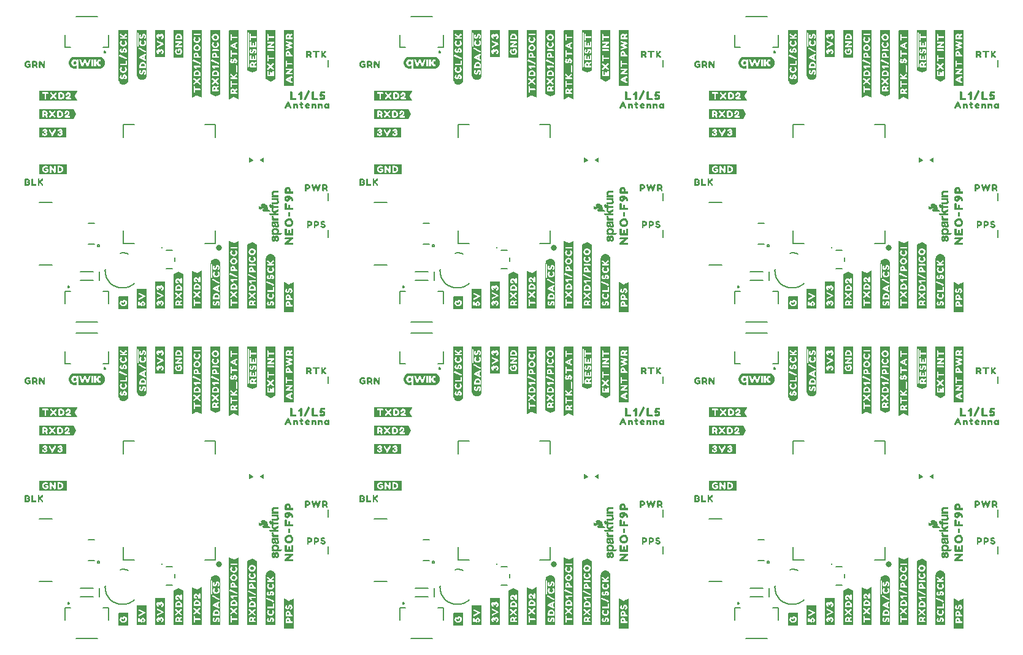
<source format=gto>
G04 EAGLE Gerber RS-274X export*
G75*
%MOMM*%
%FSLAX34Y34*%
%LPD*%
%INSilkscreen Top*%
%IPPOS*%
%AMOC8*
5,1,8,0,0,1.08239X$1,22.5*%
G01*
%ADD10C,0.203200*%
%ADD11C,0.254000*%
%ADD12C,0.177800*%
%ADD13C,0.812800*%
%ADD14C,0.152400*%

G36*
X298944Y312728D02*
X298944Y312728D01*
X298937Y312741D01*
X298949Y312750D01*
X298949Y407650D01*
X298924Y407683D01*
X298922Y407694D01*
X298522Y407894D01*
X298506Y407891D01*
X298500Y407899D01*
X285600Y407899D01*
X285574Y407880D01*
X285561Y407880D01*
X285261Y407480D01*
X285261Y407473D01*
X285258Y407471D01*
X285261Y407468D01*
X285261Y407458D01*
X285251Y407450D01*
X285251Y312950D01*
X285287Y312903D01*
X285288Y312903D01*
X285288Y312902D01*
X285688Y312802D01*
X285710Y312812D01*
X285722Y312806D01*
X291715Y315803D01*
X292292Y315899D01*
X298378Y312806D01*
X298387Y312808D01*
X298390Y312802D01*
X298890Y312702D01*
X298944Y312728D01*
G37*
G36*
X298944Y749608D02*
X298944Y749608D01*
X298937Y749621D01*
X298949Y749630D01*
X298949Y844530D01*
X298924Y844563D01*
X298922Y844574D01*
X298522Y844774D01*
X298506Y844771D01*
X298500Y844779D01*
X285600Y844779D01*
X285574Y844760D01*
X285561Y844760D01*
X285261Y844360D01*
X285261Y844353D01*
X285258Y844351D01*
X285261Y844348D01*
X285261Y844338D01*
X285251Y844330D01*
X285251Y749830D01*
X285287Y749783D01*
X285288Y749783D01*
X285288Y749782D01*
X285688Y749682D01*
X285710Y749692D01*
X285722Y749686D01*
X291715Y752683D01*
X292292Y752779D01*
X298378Y749686D01*
X298387Y749688D01*
X298390Y749682D01*
X298890Y749582D01*
X298944Y749608D01*
G37*
G36*
X761224Y749608D02*
X761224Y749608D01*
X761217Y749621D01*
X761229Y749630D01*
X761229Y844530D01*
X761204Y844563D01*
X761202Y844574D01*
X760802Y844774D01*
X760786Y844771D01*
X760780Y844779D01*
X747880Y844779D01*
X747854Y844760D01*
X747841Y844760D01*
X747541Y844360D01*
X747541Y844353D01*
X747538Y844351D01*
X747541Y844348D01*
X747541Y844338D01*
X747531Y844330D01*
X747531Y749830D01*
X747567Y749783D01*
X747568Y749783D01*
X747568Y749782D01*
X747968Y749682D01*
X747990Y749692D01*
X748002Y749686D01*
X753995Y752683D01*
X754572Y752779D01*
X760658Y749686D01*
X760667Y749688D01*
X760670Y749682D01*
X761170Y749582D01*
X761224Y749608D01*
G37*
G36*
X761224Y312728D02*
X761224Y312728D01*
X761217Y312741D01*
X761229Y312750D01*
X761229Y407650D01*
X761204Y407683D01*
X761202Y407694D01*
X760802Y407894D01*
X760786Y407891D01*
X760780Y407899D01*
X747880Y407899D01*
X747854Y407880D01*
X747841Y407880D01*
X747541Y407480D01*
X747541Y407473D01*
X747538Y407471D01*
X747541Y407468D01*
X747541Y407458D01*
X747531Y407450D01*
X747531Y312950D01*
X747567Y312903D01*
X747568Y312903D01*
X747568Y312902D01*
X747968Y312802D01*
X747990Y312812D01*
X748002Y312806D01*
X753995Y315803D01*
X754572Y315899D01*
X760658Y312806D01*
X760667Y312808D01*
X760670Y312802D01*
X761170Y312702D01*
X761224Y312728D01*
G37*
G36*
X1223504Y312728D02*
X1223504Y312728D01*
X1223497Y312741D01*
X1223509Y312750D01*
X1223509Y407650D01*
X1223484Y407683D01*
X1223482Y407694D01*
X1223082Y407894D01*
X1223066Y407891D01*
X1223060Y407899D01*
X1210160Y407899D01*
X1210134Y407880D01*
X1210121Y407880D01*
X1209821Y407480D01*
X1209821Y407473D01*
X1209818Y407471D01*
X1209821Y407468D01*
X1209821Y407458D01*
X1209811Y407450D01*
X1209811Y312950D01*
X1209847Y312903D01*
X1209848Y312903D01*
X1209848Y312902D01*
X1210248Y312802D01*
X1210270Y312812D01*
X1210282Y312806D01*
X1216275Y315803D01*
X1216852Y315899D01*
X1222938Y312806D01*
X1222947Y312808D01*
X1222950Y312802D01*
X1223450Y312702D01*
X1223504Y312728D01*
G37*
G36*
X1223504Y749608D02*
X1223504Y749608D01*
X1223497Y749621D01*
X1223509Y749630D01*
X1223509Y844530D01*
X1223484Y844563D01*
X1223482Y844574D01*
X1223082Y844774D01*
X1223066Y844771D01*
X1223060Y844779D01*
X1210160Y844779D01*
X1210134Y844760D01*
X1210121Y844760D01*
X1209821Y844360D01*
X1209821Y844353D01*
X1209818Y844351D01*
X1209821Y844348D01*
X1209821Y844338D01*
X1209811Y844330D01*
X1209811Y749830D01*
X1209847Y749783D01*
X1209848Y749783D01*
X1209848Y749782D01*
X1210248Y749682D01*
X1210270Y749692D01*
X1210282Y749686D01*
X1216275Y752683D01*
X1216852Y752779D01*
X1222938Y749686D01*
X1222947Y749688D01*
X1222950Y749682D01*
X1223450Y749582D01*
X1223504Y749608D01*
G37*
G36*
X1223407Y460587D02*
X1223407Y460587D01*
X1223405Y460590D01*
X1223409Y460592D01*
X1223509Y461192D01*
X1223506Y461197D01*
X1223509Y461200D01*
X1223509Y553300D01*
X1223505Y553306D01*
X1223508Y553310D01*
X1223408Y553810D01*
X1223364Y553849D01*
X1223353Y553837D01*
X1223338Y553844D01*
X1216660Y550555D01*
X1216082Y550844D01*
X1210082Y553844D01*
X1210024Y553833D01*
X1210025Y553824D01*
X1210016Y553822D01*
X1209816Y553422D01*
X1209819Y553406D01*
X1209811Y553400D01*
X1209811Y460700D01*
X1209847Y460653D01*
X1209850Y460655D01*
X1209852Y460651D01*
X1210452Y460551D01*
X1210457Y460554D01*
X1210460Y460551D01*
X1223360Y460551D01*
X1223407Y460587D01*
G37*
G36*
X1223407Y23707D02*
X1223407Y23707D01*
X1223405Y23710D01*
X1223409Y23712D01*
X1223509Y24312D01*
X1223506Y24317D01*
X1223509Y24320D01*
X1223509Y116420D01*
X1223505Y116426D01*
X1223508Y116430D01*
X1223408Y116930D01*
X1223364Y116969D01*
X1223353Y116957D01*
X1223338Y116964D01*
X1216660Y113675D01*
X1216082Y113964D01*
X1210082Y116964D01*
X1210024Y116953D01*
X1210025Y116944D01*
X1210016Y116942D01*
X1209816Y116542D01*
X1209819Y116526D01*
X1209811Y116520D01*
X1209811Y23820D01*
X1209847Y23773D01*
X1209850Y23775D01*
X1209852Y23771D01*
X1210452Y23671D01*
X1210457Y23674D01*
X1210460Y23671D01*
X1223360Y23671D01*
X1223407Y23707D01*
G37*
G36*
X298847Y23707D02*
X298847Y23707D01*
X298845Y23710D01*
X298849Y23712D01*
X298949Y24312D01*
X298946Y24317D01*
X298949Y24320D01*
X298949Y116420D01*
X298945Y116426D01*
X298948Y116430D01*
X298848Y116930D01*
X298804Y116969D01*
X298793Y116957D01*
X298778Y116964D01*
X292100Y113675D01*
X291522Y113964D01*
X285522Y116964D01*
X285464Y116953D01*
X285465Y116944D01*
X285456Y116942D01*
X285256Y116542D01*
X285259Y116526D01*
X285251Y116520D01*
X285251Y23820D01*
X285287Y23773D01*
X285290Y23775D01*
X285292Y23771D01*
X285892Y23671D01*
X285897Y23674D01*
X285900Y23671D01*
X298800Y23671D01*
X298847Y23707D01*
G37*
G36*
X761127Y23707D02*
X761127Y23707D01*
X761125Y23710D01*
X761129Y23712D01*
X761229Y24312D01*
X761226Y24317D01*
X761229Y24320D01*
X761229Y116420D01*
X761225Y116426D01*
X761228Y116430D01*
X761128Y116930D01*
X761084Y116969D01*
X761073Y116957D01*
X761058Y116964D01*
X754380Y113675D01*
X753802Y113964D01*
X747802Y116964D01*
X747744Y116953D01*
X747745Y116944D01*
X747736Y116942D01*
X747536Y116542D01*
X747539Y116526D01*
X747531Y116520D01*
X747531Y23820D01*
X747567Y23773D01*
X747570Y23775D01*
X747572Y23771D01*
X748172Y23671D01*
X748177Y23674D01*
X748180Y23671D01*
X761080Y23671D01*
X761127Y23707D01*
G37*
G36*
X761127Y460587D02*
X761127Y460587D01*
X761125Y460590D01*
X761129Y460592D01*
X761229Y461192D01*
X761226Y461197D01*
X761229Y461200D01*
X761229Y553300D01*
X761225Y553306D01*
X761228Y553310D01*
X761128Y553810D01*
X761084Y553849D01*
X761073Y553837D01*
X761058Y553844D01*
X754380Y550555D01*
X753802Y550844D01*
X747802Y553844D01*
X747744Y553833D01*
X747745Y553824D01*
X747736Y553822D01*
X747536Y553422D01*
X747539Y553406D01*
X747531Y553400D01*
X747531Y460700D01*
X747567Y460653D01*
X747570Y460655D01*
X747572Y460651D01*
X748172Y460551D01*
X748177Y460554D01*
X748180Y460551D01*
X761080Y460551D01*
X761127Y460587D01*
G37*
G36*
X298847Y460587D02*
X298847Y460587D01*
X298845Y460590D01*
X298849Y460592D01*
X298949Y461192D01*
X298946Y461197D01*
X298949Y461200D01*
X298949Y553300D01*
X298945Y553306D01*
X298948Y553310D01*
X298848Y553810D01*
X298804Y553849D01*
X298793Y553837D01*
X298778Y553844D01*
X292100Y550555D01*
X291522Y550844D01*
X285522Y553844D01*
X285464Y553833D01*
X285465Y553824D01*
X285456Y553822D01*
X285256Y553422D01*
X285259Y553406D01*
X285251Y553400D01*
X285251Y460700D01*
X285287Y460653D01*
X285290Y460655D01*
X285292Y460651D01*
X285892Y460551D01*
X285897Y460554D01*
X285900Y460551D01*
X298800Y460551D01*
X298847Y460587D01*
G37*
G36*
X234501Y751723D02*
X234501Y751723D01*
X234516Y751713D01*
X235116Y751913D01*
X235119Y751918D01*
X235122Y751916D01*
X241108Y754909D01*
X241685Y754813D01*
X247778Y751816D01*
X247816Y751823D01*
X247827Y751819D01*
X248127Y752019D01*
X248133Y752037D01*
X248141Y752042D01*
X248137Y752047D01*
X248139Y752052D01*
X248149Y752060D01*
X248149Y844760D01*
X248120Y844798D01*
X248118Y844806D01*
X247618Y845006D01*
X247605Y845002D01*
X247600Y845009D01*
X234700Y845009D01*
X234662Y844980D01*
X234654Y844978D01*
X234454Y844478D01*
X234458Y844466D01*
X234453Y844462D01*
X234451Y844460D01*
X234451Y751760D01*
X234452Y751759D01*
X234451Y751758D01*
X234454Y751755D01*
X234487Y751713D01*
X234501Y751723D01*
G37*
G36*
X1159061Y314843D02*
X1159061Y314843D01*
X1159076Y314833D01*
X1159676Y315033D01*
X1159679Y315038D01*
X1159682Y315036D01*
X1165668Y318029D01*
X1166245Y317933D01*
X1172338Y314936D01*
X1172376Y314943D01*
X1172387Y314939D01*
X1172687Y315139D01*
X1172693Y315157D01*
X1172701Y315162D01*
X1172697Y315167D01*
X1172699Y315172D01*
X1172709Y315180D01*
X1172709Y407880D01*
X1172680Y407918D01*
X1172678Y407926D01*
X1172178Y408126D01*
X1172165Y408122D01*
X1172160Y408129D01*
X1159260Y408129D01*
X1159222Y408100D01*
X1159214Y408098D01*
X1159014Y407598D01*
X1159018Y407586D01*
X1159013Y407582D01*
X1159011Y407580D01*
X1159011Y314880D01*
X1159012Y314879D01*
X1159011Y314878D01*
X1159014Y314875D01*
X1159047Y314833D01*
X1159061Y314843D01*
G37*
G36*
X696781Y314843D02*
X696781Y314843D01*
X696796Y314833D01*
X697396Y315033D01*
X697399Y315038D01*
X697402Y315036D01*
X703388Y318029D01*
X703965Y317933D01*
X710058Y314936D01*
X710096Y314943D01*
X710107Y314939D01*
X710407Y315139D01*
X710413Y315157D01*
X710421Y315162D01*
X710417Y315167D01*
X710419Y315172D01*
X710429Y315180D01*
X710429Y407880D01*
X710400Y407918D01*
X710398Y407926D01*
X709898Y408126D01*
X709885Y408122D01*
X709880Y408129D01*
X696980Y408129D01*
X696942Y408100D01*
X696934Y408098D01*
X696734Y407598D01*
X696738Y407586D01*
X696733Y407582D01*
X696731Y407580D01*
X696731Y314880D01*
X696732Y314879D01*
X696731Y314878D01*
X696734Y314875D01*
X696767Y314833D01*
X696781Y314843D01*
G37*
G36*
X234501Y314843D02*
X234501Y314843D01*
X234516Y314833D01*
X235116Y315033D01*
X235119Y315038D01*
X235122Y315036D01*
X241108Y318029D01*
X241685Y317933D01*
X247778Y314936D01*
X247816Y314943D01*
X247827Y314939D01*
X248127Y315139D01*
X248133Y315157D01*
X248141Y315162D01*
X248137Y315167D01*
X248139Y315172D01*
X248149Y315180D01*
X248149Y407880D01*
X248120Y407918D01*
X248118Y407926D01*
X247618Y408126D01*
X247605Y408122D01*
X247600Y408129D01*
X234700Y408129D01*
X234662Y408100D01*
X234654Y408098D01*
X234454Y407598D01*
X234458Y407586D01*
X234453Y407582D01*
X234451Y407580D01*
X234451Y314880D01*
X234452Y314879D01*
X234451Y314878D01*
X234454Y314875D01*
X234487Y314833D01*
X234501Y314843D01*
G37*
G36*
X1159061Y751723D02*
X1159061Y751723D01*
X1159076Y751713D01*
X1159676Y751913D01*
X1159679Y751918D01*
X1159682Y751916D01*
X1165668Y754909D01*
X1166245Y754813D01*
X1172338Y751816D01*
X1172376Y751823D01*
X1172387Y751819D01*
X1172687Y752019D01*
X1172693Y752037D01*
X1172701Y752042D01*
X1172697Y752047D01*
X1172699Y752052D01*
X1172709Y752060D01*
X1172709Y844760D01*
X1172680Y844798D01*
X1172678Y844806D01*
X1172178Y845006D01*
X1172165Y845002D01*
X1172160Y845009D01*
X1159260Y845009D01*
X1159222Y844980D01*
X1159214Y844978D01*
X1159014Y844478D01*
X1159018Y844466D01*
X1159013Y844462D01*
X1159011Y844460D01*
X1159011Y751760D01*
X1159012Y751759D01*
X1159011Y751758D01*
X1159014Y751755D01*
X1159047Y751713D01*
X1159061Y751723D01*
G37*
G36*
X696781Y751723D02*
X696781Y751723D01*
X696796Y751713D01*
X697396Y751913D01*
X697399Y751918D01*
X697402Y751916D01*
X703388Y754909D01*
X703965Y754813D01*
X710058Y751816D01*
X710096Y751823D01*
X710107Y751819D01*
X710407Y752019D01*
X710413Y752037D01*
X710421Y752042D01*
X710417Y752047D01*
X710419Y752052D01*
X710429Y752060D01*
X710429Y844760D01*
X710400Y844798D01*
X710398Y844806D01*
X709898Y845006D01*
X709885Y845002D01*
X709880Y845009D01*
X696980Y845009D01*
X696942Y844980D01*
X696934Y844978D01*
X696734Y844478D01*
X696738Y844466D01*
X696733Y844462D01*
X696731Y844460D01*
X696731Y751760D01*
X696732Y751759D01*
X696731Y751758D01*
X696734Y751755D01*
X696767Y751713D01*
X696781Y751723D01*
G37*
G36*
X324347Y23707D02*
X324347Y23707D01*
X324342Y23714D01*
X324349Y23720D01*
X324349Y111720D01*
X324333Y111741D01*
X324335Y111755D01*
X323935Y112155D01*
X323924Y112156D01*
X323922Y112164D01*
X317822Y115264D01*
X317806Y115261D01*
X317800Y115269D01*
X317200Y115269D01*
X317187Y115260D01*
X317178Y115264D01*
X311078Y112264D01*
X311071Y112251D01*
X311062Y112251D01*
X310662Y111751D01*
X310661Y111744D01*
X310660Y111743D01*
X310661Y111742D01*
X310661Y111728D01*
X310651Y111720D01*
X310651Y23720D01*
X310687Y23673D01*
X310694Y23678D01*
X310700Y23671D01*
X324300Y23671D01*
X324347Y23707D01*
G37*
G36*
X786627Y23707D02*
X786627Y23707D01*
X786622Y23714D01*
X786629Y23720D01*
X786629Y111720D01*
X786613Y111741D01*
X786615Y111755D01*
X786215Y112155D01*
X786204Y112156D01*
X786202Y112164D01*
X780102Y115264D01*
X780086Y115261D01*
X780080Y115269D01*
X779480Y115269D01*
X779467Y115260D01*
X779458Y115264D01*
X773358Y112264D01*
X773351Y112251D01*
X773342Y112251D01*
X772942Y111751D01*
X772941Y111744D01*
X772940Y111743D01*
X772941Y111742D01*
X772941Y111728D01*
X772931Y111720D01*
X772931Y23720D01*
X772967Y23673D01*
X772974Y23678D01*
X772980Y23671D01*
X786580Y23671D01*
X786627Y23707D01*
G37*
G36*
X1248907Y23707D02*
X1248907Y23707D01*
X1248902Y23714D01*
X1248909Y23720D01*
X1248909Y111720D01*
X1248893Y111741D01*
X1248895Y111755D01*
X1248495Y112155D01*
X1248484Y112156D01*
X1248482Y112164D01*
X1242382Y115264D01*
X1242366Y115261D01*
X1242360Y115269D01*
X1241760Y115269D01*
X1241747Y115260D01*
X1241738Y115264D01*
X1235638Y112264D01*
X1235631Y112251D01*
X1235622Y112251D01*
X1235222Y111751D01*
X1235221Y111744D01*
X1235220Y111743D01*
X1235221Y111742D01*
X1235221Y111728D01*
X1235211Y111720D01*
X1235211Y23720D01*
X1235247Y23673D01*
X1235254Y23678D01*
X1235260Y23671D01*
X1248860Y23671D01*
X1248907Y23707D01*
G37*
G36*
X786627Y460587D02*
X786627Y460587D01*
X786622Y460594D01*
X786629Y460600D01*
X786629Y548600D01*
X786613Y548621D01*
X786615Y548635D01*
X786215Y549035D01*
X786204Y549036D01*
X786202Y549044D01*
X780102Y552144D01*
X780086Y552141D01*
X780080Y552149D01*
X779480Y552149D01*
X779467Y552140D01*
X779458Y552144D01*
X773358Y549144D01*
X773351Y549131D01*
X773342Y549131D01*
X772942Y548631D01*
X772941Y548624D01*
X772940Y548623D01*
X772941Y548622D01*
X772941Y548608D01*
X772931Y548600D01*
X772931Y460600D01*
X772967Y460553D01*
X772974Y460558D01*
X772980Y460551D01*
X786580Y460551D01*
X786627Y460587D01*
G37*
G36*
X324347Y460587D02*
X324347Y460587D01*
X324342Y460594D01*
X324349Y460600D01*
X324349Y548600D01*
X324333Y548621D01*
X324335Y548635D01*
X323935Y549035D01*
X323924Y549036D01*
X323922Y549044D01*
X317822Y552144D01*
X317806Y552141D01*
X317800Y552149D01*
X317200Y552149D01*
X317187Y552140D01*
X317178Y552144D01*
X311078Y549144D01*
X311071Y549131D01*
X311062Y549131D01*
X310662Y548631D01*
X310661Y548624D01*
X310660Y548623D01*
X310661Y548622D01*
X310661Y548608D01*
X310651Y548600D01*
X310651Y460600D01*
X310687Y460553D01*
X310694Y460558D01*
X310700Y460551D01*
X324300Y460551D01*
X324347Y460587D01*
G37*
G36*
X1248907Y460587D02*
X1248907Y460587D01*
X1248902Y460594D01*
X1248909Y460600D01*
X1248909Y548600D01*
X1248893Y548621D01*
X1248895Y548635D01*
X1248495Y549035D01*
X1248484Y549036D01*
X1248482Y549044D01*
X1242382Y552144D01*
X1242366Y552141D01*
X1242360Y552149D01*
X1241760Y552149D01*
X1241747Y552140D01*
X1241738Y552144D01*
X1235638Y549144D01*
X1235631Y549131D01*
X1235622Y549131D01*
X1235222Y548631D01*
X1235221Y548624D01*
X1235220Y548623D01*
X1235221Y548622D01*
X1235221Y548608D01*
X1235211Y548600D01*
X1235211Y460600D01*
X1235247Y460553D01*
X1235254Y460558D01*
X1235260Y460551D01*
X1248860Y460551D01*
X1248907Y460587D01*
G37*
G36*
X267216Y753513D02*
X267216Y753513D01*
X267218Y753517D01*
X267222Y753516D01*
X273322Y756516D01*
X273332Y756536D01*
X273340Y756542D01*
X273347Y756544D01*
X273547Y757144D01*
X273543Y757155D01*
X273549Y757160D01*
X273549Y844560D01*
X273540Y844573D01*
X273544Y844582D01*
X273344Y844982D01*
X273307Y845001D01*
X273300Y845009D01*
X260400Y845009D01*
X260389Y845001D01*
X260382Y845006D01*
X259882Y844806D01*
X259857Y844765D01*
X259851Y844760D01*
X259851Y760160D01*
X259852Y760158D01*
X259851Y760156D01*
X259857Y760152D01*
X259887Y760113D01*
X259902Y760124D01*
X259911Y760118D01*
X259881Y760105D01*
X259868Y760083D01*
X259853Y760071D01*
X259857Y760065D01*
X259851Y760060D01*
X259851Y756760D01*
X259876Y756727D01*
X259878Y756716D01*
X266578Y753316D01*
X266604Y753321D01*
X266616Y753313D01*
X267216Y753513D01*
G37*
G36*
X729496Y316633D02*
X729496Y316633D01*
X729498Y316637D01*
X729502Y316636D01*
X735602Y319636D01*
X735612Y319656D01*
X735620Y319662D01*
X735627Y319664D01*
X735827Y320264D01*
X735823Y320275D01*
X735829Y320280D01*
X735829Y407680D01*
X735820Y407693D01*
X735824Y407702D01*
X735624Y408102D01*
X735587Y408121D01*
X735580Y408129D01*
X722680Y408129D01*
X722669Y408121D01*
X722662Y408126D01*
X722162Y407926D01*
X722137Y407885D01*
X722131Y407880D01*
X722131Y323280D01*
X722132Y323278D01*
X722131Y323276D01*
X722137Y323272D01*
X722167Y323233D01*
X722182Y323244D01*
X722191Y323238D01*
X722161Y323225D01*
X722148Y323203D01*
X722133Y323191D01*
X722137Y323185D01*
X722131Y323180D01*
X722131Y319880D01*
X722156Y319847D01*
X722158Y319836D01*
X728858Y316436D01*
X728884Y316441D01*
X728896Y316433D01*
X729496Y316633D01*
G37*
G36*
X1191776Y753513D02*
X1191776Y753513D01*
X1191778Y753517D01*
X1191782Y753516D01*
X1197882Y756516D01*
X1197892Y756536D01*
X1197900Y756542D01*
X1197907Y756544D01*
X1198107Y757144D01*
X1198103Y757155D01*
X1198109Y757160D01*
X1198109Y844560D01*
X1198100Y844573D01*
X1198104Y844582D01*
X1197904Y844982D01*
X1197867Y845001D01*
X1197860Y845009D01*
X1184960Y845009D01*
X1184949Y845001D01*
X1184942Y845006D01*
X1184442Y844806D01*
X1184417Y844765D01*
X1184411Y844760D01*
X1184411Y760160D01*
X1184412Y760158D01*
X1184411Y760156D01*
X1184417Y760152D01*
X1184447Y760113D01*
X1184462Y760124D01*
X1184471Y760118D01*
X1184441Y760105D01*
X1184428Y760083D01*
X1184413Y760071D01*
X1184417Y760065D01*
X1184411Y760060D01*
X1184411Y756760D01*
X1184436Y756727D01*
X1184438Y756716D01*
X1191138Y753316D01*
X1191164Y753321D01*
X1191176Y753313D01*
X1191776Y753513D01*
G37*
G36*
X729496Y753513D02*
X729496Y753513D01*
X729498Y753517D01*
X729502Y753516D01*
X735602Y756516D01*
X735612Y756536D01*
X735620Y756542D01*
X735627Y756544D01*
X735827Y757144D01*
X735823Y757155D01*
X735829Y757160D01*
X735829Y844560D01*
X735820Y844573D01*
X735824Y844582D01*
X735624Y844982D01*
X735587Y845001D01*
X735580Y845009D01*
X722680Y845009D01*
X722669Y845001D01*
X722662Y845006D01*
X722162Y844806D01*
X722137Y844765D01*
X722131Y844760D01*
X722131Y760160D01*
X722132Y760158D01*
X722131Y760156D01*
X722137Y760152D01*
X722167Y760113D01*
X722182Y760124D01*
X722191Y760118D01*
X722161Y760105D01*
X722148Y760083D01*
X722133Y760071D01*
X722137Y760065D01*
X722131Y760060D01*
X722131Y756760D01*
X722156Y756727D01*
X722158Y756716D01*
X728858Y753316D01*
X728884Y753321D01*
X728896Y753313D01*
X729496Y753513D01*
G37*
G36*
X267216Y316633D02*
X267216Y316633D01*
X267218Y316637D01*
X267222Y316636D01*
X273322Y319636D01*
X273332Y319656D01*
X273340Y319662D01*
X273347Y319664D01*
X273547Y320264D01*
X273543Y320275D01*
X273549Y320280D01*
X273549Y407680D01*
X273540Y407693D01*
X273544Y407702D01*
X273344Y408102D01*
X273307Y408121D01*
X273300Y408129D01*
X260400Y408129D01*
X260389Y408121D01*
X260382Y408126D01*
X259882Y407926D01*
X259857Y407885D01*
X259851Y407880D01*
X259851Y323280D01*
X259852Y323278D01*
X259851Y323276D01*
X259857Y323272D01*
X259887Y323233D01*
X259902Y323244D01*
X259911Y323238D01*
X259881Y323225D01*
X259868Y323203D01*
X259853Y323191D01*
X259857Y323185D01*
X259851Y323180D01*
X259851Y319880D01*
X259876Y319847D01*
X259878Y319836D01*
X266578Y316436D01*
X266604Y316441D01*
X266616Y316433D01*
X267216Y316633D01*
G37*
G36*
X1191776Y316633D02*
X1191776Y316633D01*
X1191778Y316637D01*
X1191782Y316636D01*
X1197882Y319636D01*
X1197892Y319656D01*
X1197900Y319662D01*
X1197907Y319664D01*
X1198107Y320264D01*
X1198103Y320275D01*
X1198109Y320280D01*
X1198109Y407680D01*
X1198100Y407693D01*
X1198104Y407702D01*
X1197904Y408102D01*
X1197867Y408121D01*
X1197860Y408129D01*
X1184960Y408129D01*
X1184949Y408121D01*
X1184942Y408126D01*
X1184442Y407926D01*
X1184417Y407885D01*
X1184411Y407880D01*
X1184411Y323280D01*
X1184412Y323278D01*
X1184411Y323276D01*
X1184417Y323272D01*
X1184447Y323233D01*
X1184462Y323244D01*
X1184471Y323238D01*
X1184441Y323225D01*
X1184428Y323203D01*
X1184413Y323191D01*
X1184417Y323185D01*
X1184411Y323180D01*
X1184411Y319880D01*
X1184436Y319847D01*
X1184438Y319836D01*
X1191138Y316436D01*
X1191164Y316441D01*
X1191176Y316433D01*
X1191776Y316633D01*
G37*
G36*
X1299268Y768217D02*
X1299268Y768217D01*
X1299277Y768214D01*
X1299280Y768223D01*
X1299290Y768221D01*
X1299690Y768521D01*
X1299694Y768537D01*
X1299701Y768542D01*
X1299697Y768548D01*
X1299699Y768552D01*
X1299709Y768560D01*
X1299709Y844460D01*
X1299701Y844471D01*
X1299706Y844478D01*
X1299506Y844978D01*
X1299465Y845003D01*
X1299460Y845009D01*
X1286560Y845009D01*
X1286554Y845005D01*
X1286550Y845008D01*
X1286050Y844908D01*
X1286011Y844864D01*
X1286013Y844862D01*
X1286011Y844860D01*
X1286011Y768660D01*
X1286024Y768642D01*
X1286021Y768630D01*
X1286321Y768230D01*
X1286352Y768222D01*
X1286360Y768211D01*
X1299260Y768211D01*
X1299268Y768217D01*
G37*
G36*
X374708Y331337D02*
X374708Y331337D01*
X374717Y331334D01*
X374720Y331343D01*
X374730Y331341D01*
X375130Y331641D01*
X375134Y331657D01*
X375141Y331662D01*
X375137Y331668D01*
X375139Y331672D01*
X375149Y331680D01*
X375149Y407580D01*
X375141Y407591D01*
X375146Y407598D01*
X374946Y408098D01*
X374905Y408123D01*
X374900Y408129D01*
X362000Y408129D01*
X361994Y408125D01*
X361990Y408128D01*
X361490Y408028D01*
X361451Y407984D01*
X361453Y407982D01*
X361451Y407980D01*
X361451Y331780D01*
X361464Y331762D01*
X361461Y331750D01*
X361761Y331350D01*
X361792Y331342D01*
X361800Y331331D01*
X374700Y331331D01*
X374708Y331337D01*
G37*
G36*
X1299268Y331337D02*
X1299268Y331337D01*
X1299277Y331334D01*
X1299280Y331343D01*
X1299290Y331341D01*
X1299690Y331641D01*
X1299694Y331657D01*
X1299701Y331662D01*
X1299697Y331668D01*
X1299699Y331672D01*
X1299709Y331680D01*
X1299709Y407580D01*
X1299701Y407591D01*
X1299706Y407598D01*
X1299506Y408098D01*
X1299465Y408123D01*
X1299460Y408129D01*
X1286560Y408129D01*
X1286554Y408125D01*
X1286550Y408128D01*
X1286050Y408028D01*
X1286011Y407984D01*
X1286013Y407982D01*
X1286011Y407980D01*
X1286011Y331780D01*
X1286024Y331762D01*
X1286021Y331750D01*
X1286321Y331350D01*
X1286352Y331342D01*
X1286360Y331331D01*
X1299260Y331331D01*
X1299268Y331337D01*
G37*
G36*
X836988Y768217D02*
X836988Y768217D01*
X836997Y768214D01*
X837000Y768223D01*
X837010Y768221D01*
X837410Y768521D01*
X837414Y768537D01*
X837421Y768542D01*
X837417Y768548D01*
X837419Y768552D01*
X837429Y768560D01*
X837429Y844460D01*
X837421Y844471D01*
X837426Y844478D01*
X837226Y844978D01*
X837185Y845003D01*
X837180Y845009D01*
X824280Y845009D01*
X824274Y845005D01*
X824270Y845008D01*
X823770Y844908D01*
X823731Y844864D01*
X823733Y844862D01*
X823731Y844860D01*
X823731Y768660D01*
X823744Y768642D01*
X823741Y768630D01*
X824041Y768230D01*
X824072Y768222D01*
X824080Y768211D01*
X836980Y768211D01*
X836988Y768217D01*
G37*
G36*
X374708Y768217D02*
X374708Y768217D01*
X374717Y768214D01*
X374720Y768223D01*
X374730Y768221D01*
X375130Y768521D01*
X375134Y768537D01*
X375141Y768542D01*
X375137Y768548D01*
X375139Y768552D01*
X375149Y768560D01*
X375149Y844460D01*
X375141Y844471D01*
X375146Y844478D01*
X374946Y844978D01*
X374905Y845003D01*
X374900Y845009D01*
X362000Y845009D01*
X361994Y845005D01*
X361990Y845008D01*
X361490Y844908D01*
X361451Y844864D01*
X361453Y844862D01*
X361451Y844860D01*
X361451Y768660D01*
X361464Y768642D01*
X361461Y768630D01*
X361761Y768230D01*
X361792Y768222D01*
X361800Y768211D01*
X374700Y768211D01*
X374708Y768217D01*
G37*
G36*
X836988Y331337D02*
X836988Y331337D01*
X836997Y331334D01*
X837000Y331343D01*
X837010Y331341D01*
X837410Y331641D01*
X837414Y331657D01*
X837421Y331662D01*
X837417Y331668D01*
X837419Y331672D01*
X837429Y331680D01*
X837429Y407580D01*
X837421Y407591D01*
X837426Y407598D01*
X837226Y408098D01*
X837185Y408123D01*
X837180Y408129D01*
X824280Y408129D01*
X824274Y408125D01*
X824270Y408128D01*
X823770Y408028D01*
X823731Y407984D01*
X823733Y407982D01*
X823731Y407980D01*
X823731Y331780D01*
X823744Y331762D01*
X823741Y331750D01*
X824041Y331350D01*
X824072Y331342D01*
X824080Y331331D01*
X836980Y331331D01*
X836988Y331337D01*
G37*
G36*
X140005Y769814D02*
X140005Y769814D01*
X140008Y769811D01*
X140608Y769911D01*
X141307Y770011D01*
X141312Y770016D01*
X141316Y770013D01*
X141915Y770213D01*
X142614Y770413D01*
X142620Y770422D01*
X142627Y770419D01*
X143226Y770818D01*
X143725Y771118D01*
X143727Y771123D01*
X143732Y771122D01*
X144332Y771622D01*
X144332Y771626D01*
X144335Y771625D01*
X144735Y772025D01*
X144735Y772029D01*
X144738Y772028D01*
X145238Y772628D01*
X145238Y772634D01*
X145242Y772635D01*
X145542Y773134D01*
X145941Y773733D01*
X145941Y773737D01*
X145941Y773738D01*
X145940Y773744D01*
X145947Y773746D01*
X146147Y774445D01*
X146347Y775044D01*
X146345Y775051D01*
X146349Y775053D01*
X146549Y776453D01*
X146546Y776458D01*
X146549Y776460D01*
X146549Y844860D01*
X146513Y844907D01*
X146510Y844905D01*
X146508Y844909D01*
X145908Y845009D01*
X145903Y845006D01*
X145900Y845009D01*
X133000Y845009D01*
X132953Y844973D01*
X132955Y844970D01*
X132951Y844968D01*
X132851Y844368D01*
X132854Y844363D01*
X132851Y844360D01*
X132851Y776560D01*
X132854Y776556D01*
X132851Y776553D01*
X132951Y775853D01*
X132952Y775852D01*
X132951Y775852D01*
X133051Y775252D01*
X133151Y774553D01*
X133159Y774545D01*
X133156Y774538D01*
X134056Y772738D01*
X134066Y772733D01*
X134065Y772725D01*
X134563Y772227D01*
X134962Y771729D01*
X134966Y771728D01*
X134965Y771725D01*
X135465Y771225D01*
X135472Y771224D01*
X135473Y771219D01*
X136073Y770819D01*
X136077Y770819D01*
X136078Y770816D01*
X137278Y770216D01*
X137283Y770217D01*
X137284Y770213D01*
X137884Y770013D01*
X137891Y770015D01*
X137893Y770011D01*
X139293Y769811D01*
X139298Y769814D01*
X139300Y769811D01*
X140000Y769811D01*
X140005Y769814D01*
G37*
G36*
X1064565Y769814D02*
X1064565Y769814D01*
X1064568Y769811D01*
X1065168Y769911D01*
X1065867Y770011D01*
X1065872Y770016D01*
X1065876Y770013D01*
X1066475Y770213D01*
X1067174Y770413D01*
X1067180Y770422D01*
X1067187Y770419D01*
X1067786Y770818D01*
X1068285Y771118D01*
X1068287Y771123D01*
X1068292Y771122D01*
X1068892Y771622D01*
X1068892Y771626D01*
X1068895Y771625D01*
X1069295Y772025D01*
X1069295Y772029D01*
X1069298Y772028D01*
X1069798Y772628D01*
X1069798Y772634D01*
X1069802Y772635D01*
X1070102Y773134D01*
X1070501Y773733D01*
X1070501Y773737D01*
X1070501Y773738D01*
X1070500Y773744D01*
X1070507Y773746D01*
X1070707Y774445D01*
X1070907Y775044D01*
X1070905Y775051D01*
X1070909Y775053D01*
X1071109Y776453D01*
X1071106Y776458D01*
X1071109Y776460D01*
X1071109Y844860D01*
X1071073Y844907D01*
X1071070Y844905D01*
X1071068Y844909D01*
X1070468Y845009D01*
X1070463Y845006D01*
X1070460Y845009D01*
X1057560Y845009D01*
X1057513Y844973D01*
X1057515Y844970D01*
X1057511Y844968D01*
X1057411Y844368D01*
X1057414Y844363D01*
X1057411Y844360D01*
X1057411Y776560D01*
X1057414Y776556D01*
X1057411Y776553D01*
X1057511Y775853D01*
X1057512Y775852D01*
X1057511Y775852D01*
X1057611Y775252D01*
X1057711Y774553D01*
X1057719Y774545D01*
X1057716Y774538D01*
X1058616Y772738D01*
X1058626Y772733D01*
X1058625Y772725D01*
X1059123Y772227D01*
X1059522Y771729D01*
X1059526Y771728D01*
X1059525Y771725D01*
X1060025Y771225D01*
X1060032Y771224D01*
X1060033Y771219D01*
X1060633Y770819D01*
X1060637Y770819D01*
X1060638Y770816D01*
X1061838Y770216D01*
X1061843Y770217D01*
X1061844Y770213D01*
X1062444Y770013D01*
X1062451Y770015D01*
X1062453Y770011D01*
X1063853Y769811D01*
X1063858Y769814D01*
X1063860Y769811D01*
X1064560Y769811D01*
X1064565Y769814D01*
G37*
G36*
X1064565Y332934D02*
X1064565Y332934D01*
X1064568Y332931D01*
X1065168Y333031D01*
X1065867Y333131D01*
X1065872Y333136D01*
X1065876Y333133D01*
X1066475Y333333D01*
X1067174Y333533D01*
X1067180Y333542D01*
X1067187Y333539D01*
X1067786Y333938D01*
X1068285Y334238D01*
X1068287Y334243D01*
X1068292Y334242D01*
X1068892Y334742D01*
X1068892Y334746D01*
X1068895Y334745D01*
X1069295Y335145D01*
X1069295Y335149D01*
X1069298Y335148D01*
X1069798Y335748D01*
X1069798Y335754D01*
X1069802Y335755D01*
X1070102Y336254D01*
X1070501Y336853D01*
X1070501Y336857D01*
X1070501Y336858D01*
X1070500Y336864D01*
X1070507Y336866D01*
X1070707Y337565D01*
X1070907Y338164D01*
X1070905Y338171D01*
X1070909Y338173D01*
X1071109Y339573D01*
X1071106Y339578D01*
X1071109Y339580D01*
X1071109Y407980D01*
X1071073Y408027D01*
X1071070Y408025D01*
X1071068Y408029D01*
X1070468Y408129D01*
X1070463Y408126D01*
X1070460Y408129D01*
X1057560Y408129D01*
X1057513Y408093D01*
X1057515Y408090D01*
X1057511Y408088D01*
X1057411Y407488D01*
X1057414Y407483D01*
X1057411Y407480D01*
X1057411Y339680D01*
X1057414Y339676D01*
X1057411Y339673D01*
X1057511Y338973D01*
X1057512Y338972D01*
X1057511Y338972D01*
X1057611Y338372D01*
X1057711Y337673D01*
X1057719Y337665D01*
X1057716Y337658D01*
X1058616Y335858D01*
X1058626Y335853D01*
X1058625Y335845D01*
X1059123Y335347D01*
X1059522Y334849D01*
X1059526Y334848D01*
X1059525Y334845D01*
X1060025Y334345D01*
X1060032Y334344D01*
X1060033Y334339D01*
X1060633Y333939D01*
X1060637Y333939D01*
X1060638Y333936D01*
X1061838Y333336D01*
X1061843Y333337D01*
X1061844Y333333D01*
X1062444Y333133D01*
X1062451Y333135D01*
X1062453Y333131D01*
X1063853Y332931D01*
X1063858Y332934D01*
X1063860Y332931D01*
X1064560Y332931D01*
X1064565Y332934D01*
G37*
G36*
X602285Y769814D02*
X602285Y769814D01*
X602288Y769811D01*
X602888Y769911D01*
X603587Y770011D01*
X603592Y770016D01*
X603596Y770013D01*
X604195Y770213D01*
X604894Y770413D01*
X604900Y770422D01*
X604907Y770419D01*
X605506Y770818D01*
X606005Y771118D01*
X606007Y771123D01*
X606012Y771122D01*
X606612Y771622D01*
X606612Y771626D01*
X606615Y771625D01*
X607015Y772025D01*
X607015Y772029D01*
X607018Y772028D01*
X607518Y772628D01*
X607518Y772634D01*
X607522Y772635D01*
X607822Y773134D01*
X608221Y773733D01*
X608221Y773737D01*
X608221Y773738D01*
X608220Y773744D01*
X608227Y773746D01*
X608427Y774445D01*
X608627Y775044D01*
X608625Y775051D01*
X608629Y775053D01*
X608829Y776453D01*
X608826Y776458D01*
X608829Y776460D01*
X608829Y844860D01*
X608793Y844907D01*
X608790Y844905D01*
X608788Y844909D01*
X608188Y845009D01*
X608183Y845006D01*
X608180Y845009D01*
X595280Y845009D01*
X595233Y844973D01*
X595235Y844970D01*
X595231Y844968D01*
X595131Y844368D01*
X595134Y844363D01*
X595131Y844360D01*
X595131Y776560D01*
X595134Y776556D01*
X595131Y776553D01*
X595231Y775853D01*
X595232Y775852D01*
X595231Y775852D01*
X595331Y775252D01*
X595431Y774553D01*
X595439Y774545D01*
X595436Y774538D01*
X596336Y772738D01*
X596346Y772733D01*
X596345Y772725D01*
X596843Y772227D01*
X597242Y771729D01*
X597246Y771728D01*
X597245Y771725D01*
X597745Y771225D01*
X597752Y771224D01*
X597753Y771219D01*
X598353Y770819D01*
X598357Y770819D01*
X598358Y770816D01*
X599558Y770216D01*
X599563Y770217D01*
X599564Y770213D01*
X600164Y770013D01*
X600171Y770015D01*
X600173Y770011D01*
X601573Y769811D01*
X601578Y769814D01*
X601580Y769811D01*
X602280Y769811D01*
X602285Y769814D01*
G37*
G36*
X602285Y332934D02*
X602285Y332934D01*
X602288Y332931D01*
X602888Y333031D01*
X603587Y333131D01*
X603592Y333136D01*
X603596Y333133D01*
X604195Y333333D01*
X604894Y333533D01*
X604900Y333542D01*
X604907Y333539D01*
X605506Y333938D01*
X606005Y334238D01*
X606007Y334243D01*
X606012Y334242D01*
X606612Y334742D01*
X606612Y334746D01*
X606615Y334745D01*
X607015Y335145D01*
X607015Y335149D01*
X607018Y335148D01*
X607518Y335748D01*
X607518Y335754D01*
X607522Y335755D01*
X607822Y336254D01*
X608221Y336853D01*
X608221Y336857D01*
X608221Y336858D01*
X608220Y336864D01*
X608227Y336866D01*
X608427Y337565D01*
X608627Y338164D01*
X608625Y338171D01*
X608629Y338173D01*
X608829Y339573D01*
X608826Y339578D01*
X608829Y339580D01*
X608829Y407980D01*
X608793Y408027D01*
X608790Y408025D01*
X608788Y408029D01*
X608188Y408129D01*
X608183Y408126D01*
X608180Y408129D01*
X595280Y408129D01*
X595233Y408093D01*
X595235Y408090D01*
X595231Y408088D01*
X595131Y407488D01*
X595134Y407483D01*
X595131Y407480D01*
X595131Y339680D01*
X595134Y339676D01*
X595131Y339673D01*
X595231Y338973D01*
X595232Y338972D01*
X595231Y338972D01*
X595331Y338372D01*
X595431Y337673D01*
X595439Y337665D01*
X595436Y337658D01*
X596336Y335858D01*
X596346Y335853D01*
X596345Y335845D01*
X596843Y335347D01*
X597242Y334849D01*
X597246Y334848D01*
X597245Y334845D01*
X597745Y334345D01*
X597752Y334344D01*
X597753Y334339D01*
X598353Y333939D01*
X598357Y333939D01*
X598358Y333936D01*
X599558Y333336D01*
X599563Y333337D01*
X599564Y333333D01*
X600164Y333133D01*
X600171Y333135D01*
X600173Y333131D01*
X601573Y332931D01*
X601578Y332934D01*
X601580Y332931D01*
X602280Y332931D01*
X602285Y332934D01*
G37*
G36*
X140005Y332934D02*
X140005Y332934D01*
X140008Y332931D01*
X140608Y333031D01*
X141307Y333131D01*
X141312Y333136D01*
X141316Y333133D01*
X141915Y333333D01*
X142614Y333533D01*
X142620Y333542D01*
X142627Y333539D01*
X143226Y333938D01*
X143725Y334238D01*
X143727Y334243D01*
X143732Y334242D01*
X144332Y334742D01*
X144332Y334746D01*
X144335Y334745D01*
X144735Y335145D01*
X144735Y335149D01*
X144738Y335148D01*
X145238Y335748D01*
X145238Y335754D01*
X145242Y335755D01*
X145542Y336254D01*
X145941Y336853D01*
X145941Y336857D01*
X145941Y336858D01*
X145940Y336864D01*
X145947Y336866D01*
X146147Y337565D01*
X146347Y338164D01*
X146345Y338171D01*
X146349Y338173D01*
X146549Y339573D01*
X146546Y339578D01*
X146549Y339580D01*
X146549Y407980D01*
X146513Y408027D01*
X146510Y408025D01*
X146508Y408029D01*
X145908Y408129D01*
X145903Y408126D01*
X145900Y408129D01*
X133000Y408129D01*
X132953Y408093D01*
X132955Y408090D01*
X132951Y408088D01*
X132851Y407488D01*
X132854Y407483D01*
X132851Y407480D01*
X132851Y339680D01*
X132854Y339676D01*
X132851Y339673D01*
X132951Y338973D01*
X132952Y338972D01*
X132951Y338972D01*
X133051Y338372D01*
X133151Y337673D01*
X133159Y337665D01*
X133156Y337658D01*
X134056Y335858D01*
X134066Y335853D01*
X134065Y335845D01*
X134563Y335347D01*
X134962Y334849D01*
X134966Y334848D01*
X134965Y334845D01*
X135465Y334345D01*
X135472Y334344D01*
X135473Y334339D01*
X136073Y333939D01*
X136077Y333939D01*
X136078Y333936D01*
X137278Y333336D01*
X137283Y333337D01*
X137284Y333333D01*
X137884Y333133D01*
X137891Y333135D01*
X137893Y333131D01*
X139293Y332931D01*
X139298Y332934D01*
X139300Y332931D01*
X140000Y332931D01*
X140005Y332934D01*
G37*
G36*
X349105Y23674D02*
X349105Y23674D01*
X349108Y23671D01*
X349708Y23771D01*
X349749Y23815D01*
X349746Y23818D01*
X349749Y23820D01*
X349749Y92220D01*
X349746Y92224D01*
X349749Y92227D01*
X349649Y92927D01*
X349648Y92928D01*
X349649Y92928D01*
X349549Y93528D01*
X349545Y93531D01*
X349547Y93534D01*
X349347Y94234D01*
X349346Y94235D01*
X349347Y94236D01*
X349147Y94836D01*
X349142Y94839D01*
X349144Y94842D01*
X348844Y95442D01*
X348840Y95444D01*
X348841Y95447D01*
X348441Y96047D01*
X348438Y96048D01*
X348438Y96051D01*
X348038Y96551D01*
X348034Y96552D01*
X348035Y96555D01*
X347535Y97055D01*
X347531Y97055D01*
X347531Y97058D01*
X347031Y97458D01*
X347027Y97459D01*
X347027Y97461D01*
X346427Y97861D01*
X346423Y97861D01*
X346422Y97864D01*
X345222Y98464D01*
X345215Y98463D01*
X345214Y98467D01*
X344514Y98667D01*
X344510Y98666D01*
X344508Y98669D01*
X343908Y98769D01*
X343907Y98768D01*
X343907Y98769D01*
X343207Y98869D01*
X343202Y98866D01*
X343200Y98869D01*
X342500Y98869D01*
X342495Y98866D01*
X342492Y98869D01*
X341892Y98769D01*
X341193Y98669D01*
X341189Y98665D01*
X341186Y98667D01*
X340486Y98467D01*
X340482Y98462D01*
X340478Y98464D01*
X339278Y97864D01*
X339275Y97857D01*
X339269Y97858D01*
X338269Y97058D01*
X338268Y97054D01*
X338265Y97055D01*
X337765Y96555D01*
X337764Y96548D01*
X337759Y96547D01*
X337360Y95949D01*
X336962Y95451D01*
X336961Y95443D01*
X336956Y95442D01*
X336656Y94842D01*
X336657Y94835D01*
X336653Y94834D01*
X336453Y94135D01*
X336253Y93536D01*
X336255Y93529D01*
X336251Y93527D01*
X336051Y92127D01*
X336054Y92122D01*
X336051Y92120D01*
X336051Y24320D01*
X336054Y24315D01*
X336051Y24312D01*
X336151Y23712D01*
X336195Y23671D01*
X336198Y23674D01*
X336200Y23671D01*
X349100Y23671D01*
X349105Y23674D01*
G37*
G36*
X1273665Y23674D02*
X1273665Y23674D01*
X1273668Y23671D01*
X1274268Y23771D01*
X1274309Y23815D01*
X1274306Y23818D01*
X1274309Y23820D01*
X1274309Y92220D01*
X1274306Y92224D01*
X1274309Y92227D01*
X1274209Y92927D01*
X1274208Y92928D01*
X1274209Y92928D01*
X1274109Y93528D01*
X1274105Y93531D01*
X1274107Y93534D01*
X1273907Y94234D01*
X1273906Y94235D01*
X1273907Y94236D01*
X1273707Y94836D01*
X1273702Y94839D01*
X1273704Y94842D01*
X1273404Y95442D01*
X1273400Y95444D01*
X1273401Y95447D01*
X1273001Y96047D01*
X1272998Y96048D01*
X1272998Y96051D01*
X1272598Y96551D01*
X1272594Y96552D01*
X1272595Y96555D01*
X1272095Y97055D01*
X1272091Y97055D01*
X1272091Y97058D01*
X1271591Y97458D01*
X1271587Y97459D01*
X1271587Y97461D01*
X1270987Y97861D01*
X1270983Y97861D01*
X1270982Y97864D01*
X1269782Y98464D01*
X1269775Y98463D01*
X1269774Y98467D01*
X1269074Y98667D01*
X1269070Y98666D01*
X1269068Y98669D01*
X1268468Y98769D01*
X1268467Y98768D01*
X1268467Y98769D01*
X1267767Y98869D01*
X1267762Y98866D01*
X1267760Y98869D01*
X1267060Y98869D01*
X1267055Y98866D01*
X1267052Y98869D01*
X1266452Y98769D01*
X1265753Y98669D01*
X1265749Y98665D01*
X1265746Y98667D01*
X1265046Y98467D01*
X1265042Y98462D01*
X1265038Y98464D01*
X1263838Y97864D01*
X1263835Y97857D01*
X1263829Y97858D01*
X1262829Y97058D01*
X1262828Y97054D01*
X1262825Y97055D01*
X1262325Y96555D01*
X1262324Y96548D01*
X1262319Y96547D01*
X1261920Y95949D01*
X1261522Y95451D01*
X1261521Y95443D01*
X1261516Y95442D01*
X1261216Y94842D01*
X1261217Y94835D01*
X1261213Y94834D01*
X1261013Y94135D01*
X1260813Y93536D01*
X1260815Y93529D01*
X1260811Y93527D01*
X1260611Y92127D01*
X1260614Y92122D01*
X1260611Y92120D01*
X1260611Y24320D01*
X1260614Y24315D01*
X1260611Y24312D01*
X1260711Y23712D01*
X1260755Y23671D01*
X1260758Y23674D01*
X1260760Y23671D01*
X1273660Y23671D01*
X1273665Y23674D01*
G37*
G36*
X811385Y23674D02*
X811385Y23674D01*
X811388Y23671D01*
X811988Y23771D01*
X812029Y23815D01*
X812026Y23818D01*
X812029Y23820D01*
X812029Y92220D01*
X812026Y92224D01*
X812029Y92227D01*
X811929Y92927D01*
X811928Y92928D01*
X811929Y92928D01*
X811829Y93528D01*
X811825Y93531D01*
X811827Y93534D01*
X811627Y94234D01*
X811626Y94235D01*
X811627Y94236D01*
X811427Y94836D01*
X811422Y94839D01*
X811424Y94842D01*
X811124Y95442D01*
X811120Y95444D01*
X811121Y95447D01*
X810721Y96047D01*
X810718Y96048D01*
X810718Y96051D01*
X810318Y96551D01*
X810314Y96552D01*
X810315Y96555D01*
X809815Y97055D01*
X809811Y97055D01*
X809811Y97058D01*
X809311Y97458D01*
X809307Y97459D01*
X809307Y97461D01*
X808707Y97861D01*
X808703Y97861D01*
X808702Y97864D01*
X807502Y98464D01*
X807495Y98463D01*
X807494Y98467D01*
X806794Y98667D01*
X806790Y98666D01*
X806788Y98669D01*
X806188Y98769D01*
X806187Y98768D01*
X806187Y98769D01*
X805487Y98869D01*
X805482Y98866D01*
X805480Y98869D01*
X804780Y98869D01*
X804775Y98866D01*
X804772Y98869D01*
X804172Y98769D01*
X803473Y98669D01*
X803469Y98665D01*
X803466Y98667D01*
X802766Y98467D01*
X802762Y98462D01*
X802758Y98464D01*
X801558Y97864D01*
X801555Y97857D01*
X801549Y97858D01*
X800549Y97058D01*
X800548Y97054D01*
X800545Y97055D01*
X800045Y96555D01*
X800044Y96548D01*
X800039Y96547D01*
X799640Y95949D01*
X799242Y95451D01*
X799241Y95443D01*
X799236Y95442D01*
X798936Y94842D01*
X798937Y94835D01*
X798933Y94834D01*
X798733Y94135D01*
X798533Y93536D01*
X798535Y93529D01*
X798531Y93527D01*
X798331Y92127D01*
X798334Y92122D01*
X798331Y92120D01*
X798331Y24320D01*
X798334Y24315D01*
X798331Y24312D01*
X798431Y23712D01*
X798475Y23671D01*
X798478Y23674D01*
X798480Y23671D01*
X811380Y23671D01*
X811385Y23674D01*
G37*
G36*
X349105Y460554D02*
X349105Y460554D01*
X349108Y460551D01*
X349708Y460651D01*
X349749Y460695D01*
X349746Y460698D01*
X349749Y460700D01*
X349749Y529100D01*
X349746Y529104D01*
X349749Y529107D01*
X349649Y529807D01*
X349648Y529808D01*
X349649Y529808D01*
X349549Y530408D01*
X349545Y530411D01*
X349547Y530414D01*
X349347Y531114D01*
X349346Y531115D01*
X349347Y531116D01*
X349147Y531716D01*
X349142Y531719D01*
X349144Y531722D01*
X348844Y532322D01*
X348840Y532324D01*
X348841Y532327D01*
X348441Y532927D01*
X348438Y532928D01*
X348438Y532931D01*
X348038Y533431D01*
X348034Y533432D01*
X348035Y533435D01*
X347535Y533935D01*
X347531Y533935D01*
X347531Y533938D01*
X347031Y534338D01*
X347027Y534339D01*
X347027Y534341D01*
X346427Y534741D01*
X346423Y534741D01*
X346422Y534744D01*
X345222Y535344D01*
X345215Y535343D01*
X345214Y535347D01*
X344514Y535547D01*
X344510Y535546D01*
X344508Y535549D01*
X343908Y535649D01*
X343907Y535648D01*
X343907Y535649D01*
X343207Y535749D01*
X343202Y535746D01*
X343200Y535749D01*
X342500Y535749D01*
X342495Y535746D01*
X342492Y535749D01*
X341892Y535649D01*
X341193Y535549D01*
X341189Y535545D01*
X341186Y535547D01*
X340486Y535347D01*
X340482Y535342D01*
X340478Y535344D01*
X339278Y534744D01*
X339275Y534737D01*
X339269Y534738D01*
X338269Y533938D01*
X338268Y533934D01*
X338265Y533935D01*
X337765Y533435D01*
X337764Y533428D01*
X337759Y533427D01*
X337360Y532829D01*
X336962Y532331D01*
X336961Y532323D01*
X336956Y532322D01*
X336656Y531722D01*
X336657Y531715D01*
X336653Y531714D01*
X336453Y531015D01*
X336253Y530416D01*
X336255Y530409D01*
X336251Y530407D01*
X336051Y529007D01*
X336054Y529002D01*
X336051Y529000D01*
X336051Y461200D01*
X336054Y461195D01*
X336051Y461192D01*
X336151Y460592D01*
X336195Y460551D01*
X336198Y460554D01*
X336200Y460551D01*
X349100Y460551D01*
X349105Y460554D01*
G37*
G36*
X811385Y460554D02*
X811385Y460554D01*
X811388Y460551D01*
X811988Y460651D01*
X812029Y460695D01*
X812026Y460698D01*
X812029Y460700D01*
X812029Y529100D01*
X812026Y529104D01*
X812029Y529107D01*
X811929Y529807D01*
X811928Y529808D01*
X811929Y529808D01*
X811829Y530408D01*
X811825Y530411D01*
X811827Y530414D01*
X811627Y531114D01*
X811626Y531115D01*
X811627Y531116D01*
X811427Y531716D01*
X811422Y531719D01*
X811424Y531722D01*
X811124Y532322D01*
X811120Y532324D01*
X811121Y532327D01*
X810721Y532927D01*
X810718Y532928D01*
X810718Y532931D01*
X810318Y533431D01*
X810314Y533432D01*
X810315Y533435D01*
X809815Y533935D01*
X809811Y533935D01*
X809811Y533938D01*
X809311Y534338D01*
X809307Y534339D01*
X809307Y534341D01*
X808707Y534741D01*
X808703Y534741D01*
X808702Y534744D01*
X807502Y535344D01*
X807495Y535343D01*
X807494Y535347D01*
X806794Y535547D01*
X806790Y535546D01*
X806788Y535549D01*
X806188Y535649D01*
X806187Y535648D01*
X806187Y535649D01*
X805487Y535749D01*
X805482Y535746D01*
X805480Y535749D01*
X804780Y535749D01*
X804775Y535746D01*
X804772Y535749D01*
X804172Y535649D01*
X803473Y535549D01*
X803469Y535545D01*
X803466Y535547D01*
X802766Y535347D01*
X802762Y535342D01*
X802758Y535344D01*
X801558Y534744D01*
X801555Y534737D01*
X801549Y534738D01*
X800549Y533938D01*
X800548Y533934D01*
X800545Y533935D01*
X800045Y533435D01*
X800044Y533428D01*
X800039Y533427D01*
X799640Y532829D01*
X799242Y532331D01*
X799241Y532323D01*
X799236Y532322D01*
X798936Y531722D01*
X798937Y531715D01*
X798933Y531714D01*
X798733Y531015D01*
X798533Y530416D01*
X798535Y530409D01*
X798531Y530407D01*
X798331Y529007D01*
X798334Y529002D01*
X798331Y529000D01*
X798331Y461200D01*
X798334Y461195D01*
X798331Y461192D01*
X798431Y460592D01*
X798475Y460551D01*
X798478Y460554D01*
X798480Y460551D01*
X811380Y460551D01*
X811385Y460554D01*
G37*
G36*
X1273665Y460554D02*
X1273665Y460554D01*
X1273668Y460551D01*
X1274268Y460651D01*
X1274309Y460695D01*
X1274306Y460698D01*
X1274309Y460700D01*
X1274309Y529100D01*
X1274306Y529104D01*
X1274309Y529107D01*
X1274209Y529807D01*
X1274208Y529808D01*
X1274209Y529808D01*
X1274109Y530408D01*
X1274105Y530411D01*
X1274107Y530414D01*
X1273907Y531114D01*
X1273906Y531115D01*
X1273907Y531116D01*
X1273707Y531716D01*
X1273702Y531719D01*
X1273704Y531722D01*
X1273404Y532322D01*
X1273400Y532324D01*
X1273401Y532327D01*
X1273001Y532927D01*
X1272998Y532928D01*
X1272998Y532931D01*
X1272598Y533431D01*
X1272594Y533432D01*
X1272595Y533435D01*
X1272095Y533935D01*
X1272091Y533935D01*
X1272091Y533938D01*
X1271591Y534338D01*
X1271587Y534339D01*
X1271587Y534341D01*
X1270987Y534741D01*
X1270983Y534741D01*
X1270982Y534744D01*
X1269782Y535344D01*
X1269775Y535343D01*
X1269774Y535347D01*
X1269074Y535547D01*
X1269070Y535546D01*
X1269068Y535549D01*
X1268468Y535649D01*
X1268467Y535648D01*
X1268467Y535649D01*
X1267767Y535749D01*
X1267762Y535746D01*
X1267760Y535749D01*
X1267060Y535749D01*
X1267055Y535746D01*
X1267052Y535749D01*
X1266452Y535649D01*
X1265753Y535549D01*
X1265749Y535545D01*
X1265746Y535547D01*
X1265046Y535347D01*
X1265042Y535342D01*
X1265038Y535344D01*
X1263838Y534744D01*
X1263835Y534737D01*
X1263829Y534738D01*
X1262829Y533938D01*
X1262828Y533934D01*
X1262825Y533935D01*
X1262325Y533435D01*
X1262324Y533428D01*
X1262319Y533427D01*
X1261920Y532829D01*
X1261522Y532331D01*
X1261521Y532323D01*
X1261516Y532322D01*
X1261216Y531722D01*
X1261217Y531715D01*
X1261213Y531714D01*
X1261013Y531015D01*
X1260813Y530416D01*
X1260815Y530409D01*
X1260811Y530407D01*
X1260611Y529007D01*
X1260614Y529002D01*
X1260611Y529000D01*
X1260611Y461200D01*
X1260614Y461195D01*
X1260611Y461192D01*
X1260711Y460592D01*
X1260755Y460551D01*
X1260758Y460554D01*
X1260760Y460551D01*
X1273660Y460551D01*
X1273665Y460554D01*
G37*
G36*
X1267773Y773920D02*
X1267773Y773920D01*
X1267782Y773916D01*
X1273782Y776916D01*
X1273785Y776923D01*
X1273791Y776922D01*
X1274291Y777322D01*
X1274295Y777337D01*
X1274305Y777345D01*
X1274299Y777353D01*
X1274309Y777360D01*
X1274309Y844360D01*
X1274306Y844365D01*
X1274309Y844368D01*
X1274209Y844968D01*
X1274165Y845009D01*
X1274163Y845006D01*
X1274160Y845009D01*
X1261260Y845009D01*
X1261255Y845006D01*
X1261252Y845009D01*
X1260652Y844909D01*
X1260611Y844865D01*
X1260614Y844863D01*
X1260611Y844860D01*
X1260611Y777460D01*
X1260625Y777442D01*
X1260622Y777429D01*
X1261022Y776929D01*
X1261036Y776925D01*
X1261038Y776916D01*
X1267138Y773916D01*
X1267154Y773919D01*
X1267160Y773911D01*
X1267760Y773911D01*
X1267773Y773920D01*
G37*
G36*
X1267773Y337040D02*
X1267773Y337040D01*
X1267782Y337036D01*
X1273782Y340036D01*
X1273785Y340043D01*
X1273791Y340042D01*
X1274291Y340442D01*
X1274295Y340457D01*
X1274305Y340465D01*
X1274299Y340473D01*
X1274309Y340480D01*
X1274309Y407480D01*
X1274306Y407485D01*
X1274309Y407488D01*
X1274209Y408088D01*
X1274165Y408129D01*
X1274163Y408126D01*
X1274160Y408129D01*
X1261260Y408129D01*
X1261255Y408126D01*
X1261252Y408129D01*
X1260652Y408029D01*
X1260611Y407985D01*
X1260614Y407983D01*
X1260611Y407980D01*
X1260611Y340580D01*
X1260625Y340562D01*
X1260622Y340549D01*
X1261022Y340049D01*
X1261036Y340045D01*
X1261038Y340036D01*
X1267138Y337036D01*
X1267154Y337039D01*
X1267160Y337031D01*
X1267760Y337031D01*
X1267773Y337040D01*
G37*
G36*
X805493Y337040D02*
X805493Y337040D01*
X805502Y337036D01*
X811502Y340036D01*
X811505Y340043D01*
X811511Y340042D01*
X812011Y340442D01*
X812015Y340457D01*
X812025Y340465D01*
X812019Y340473D01*
X812029Y340480D01*
X812029Y407480D01*
X812026Y407485D01*
X812029Y407488D01*
X811929Y408088D01*
X811885Y408129D01*
X811883Y408126D01*
X811880Y408129D01*
X798980Y408129D01*
X798975Y408126D01*
X798972Y408129D01*
X798372Y408029D01*
X798331Y407985D01*
X798334Y407983D01*
X798331Y407980D01*
X798331Y340580D01*
X798345Y340562D01*
X798342Y340549D01*
X798742Y340049D01*
X798756Y340045D01*
X798758Y340036D01*
X804858Y337036D01*
X804874Y337039D01*
X804880Y337031D01*
X805480Y337031D01*
X805493Y337040D01*
G37*
G36*
X343213Y337040D02*
X343213Y337040D01*
X343222Y337036D01*
X349222Y340036D01*
X349225Y340043D01*
X349231Y340042D01*
X349731Y340442D01*
X349735Y340457D01*
X349745Y340465D01*
X349739Y340473D01*
X349749Y340480D01*
X349749Y407480D01*
X349746Y407485D01*
X349749Y407488D01*
X349649Y408088D01*
X349605Y408129D01*
X349603Y408126D01*
X349600Y408129D01*
X336700Y408129D01*
X336695Y408126D01*
X336692Y408129D01*
X336092Y408029D01*
X336051Y407985D01*
X336054Y407983D01*
X336051Y407980D01*
X336051Y340580D01*
X336065Y340562D01*
X336062Y340549D01*
X336462Y340049D01*
X336476Y340045D01*
X336478Y340036D01*
X342578Y337036D01*
X342594Y337039D01*
X342600Y337031D01*
X343200Y337031D01*
X343213Y337040D01*
G37*
G36*
X343213Y773920D02*
X343213Y773920D01*
X343222Y773916D01*
X349222Y776916D01*
X349225Y776923D01*
X349231Y776922D01*
X349731Y777322D01*
X349735Y777337D01*
X349745Y777345D01*
X349739Y777353D01*
X349749Y777360D01*
X349749Y844360D01*
X349746Y844365D01*
X349749Y844368D01*
X349649Y844968D01*
X349605Y845009D01*
X349603Y845006D01*
X349600Y845009D01*
X336700Y845009D01*
X336695Y845006D01*
X336692Y845009D01*
X336092Y844909D01*
X336051Y844865D01*
X336054Y844863D01*
X336051Y844860D01*
X336051Y777460D01*
X336065Y777442D01*
X336062Y777429D01*
X336462Y776929D01*
X336476Y776925D01*
X336478Y776916D01*
X342578Y773916D01*
X342594Y773919D01*
X342600Y773911D01*
X343200Y773911D01*
X343213Y773920D01*
G37*
G36*
X805493Y773920D02*
X805493Y773920D01*
X805502Y773916D01*
X811502Y776916D01*
X811505Y776923D01*
X811511Y776922D01*
X812011Y777322D01*
X812015Y777337D01*
X812025Y777345D01*
X812019Y777353D01*
X812029Y777360D01*
X812029Y844360D01*
X812026Y844365D01*
X812029Y844368D01*
X811929Y844968D01*
X811885Y845009D01*
X811883Y845006D01*
X811880Y845009D01*
X798980Y845009D01*
X798975Y845006D01*
X798972Y845009D01*
X798372Y844909D01*
X798331Y844865D01*
X798334Y844863D01*
X798331Y844860D01*
X798331Y777460D01*
X798345Y777442D01*
X798342Y777429D01*
X798742Y776929D01*
X798756Y776925D01*
X798758Y776916D01*
X804858Y773916D01*
X804874Y773919D01*
X804880Y773911D01*
X805480Y773911D01*
X805493Y773920D01*
G37*
G36*
X273547Y23707D02*
X273547Y23707D01*
X273542Y23714D01*
X273549Y23720D01*
X273549Y86020D01*
X273546Y86024D01*
X273549Y86027D01*
X273449Y86727D01*
X273444Y86732D01*
X273447Y86736D01*
X273247Y87335D01*
X273047Y88034D01*
X273042Y88038D01*
X273044Y88042D01*
X272444Y89242D01*
X272437Y89245D01*
X272438Y89251D01*
X272040Y89749D01*
X271641Y90347D01*
X271631Y90351D01*
X271631Y90358D01*
X271131Y90758D01*
X271127Y90759D01*
X271127Y90761D01*
X269927Y91561D01*
X269923Y91561D01*
X269922Y91564D01*
X269322Y91864D01*
X269317Y91863D01*
X269316Y91867D01*
X268716Y92067D01*
X268714Y92066D01*
X268714Y92067D01*
X268014Y92267D01*
X268010Y92266D01*
X268008Y92269D01*
X267408Y92369D01*
X267403Y92366D01*
X267400Y92369D01*
X266000Y92369D01*
X265996Y92366D01*
X265993Y92369D01*
X265293Y92269D01*
X265288Y92264D01*
X265284Y92267D01*
X264084Y91867D01*
X264083Y91864D01*
X264081Y91865D01*
X263381Y91565D01*
X263376Y91557D01*
X263369Y91558D01*
X262871Y91160D01*
X262273Y90761D01*
X262270Y90754D01*
X262265Y90755D01*
X261765Y90255D01*
X261765Y90251D01*
X261762Y90251D01*
X260962Y89251D01*
X260961Y89243D01*
X260956Y89242D01*
X260356Y88042D01*
X260357Y88035D01*
X260353Y88034D01*
X260153Y87335D01*
X259953Y86736D01*
X259955Y86729D01*
X259951Y86727D01*
X259851Y86027D01*
X259854Y86022D01*
X259851Y86020D01*
X259851Y23720D01*
X259887Y23673D01*
X259894Y23678D01*
X259900Y23671D01*
X273500Y23671D01*
X273547Y23707D01*
G37*
G36*
X1198107Y460587D02*
X1198107Y460587D01*
X1198102Y460594D01*
X1198109Y460600D01*
X1198109Y522900D01*
X1198106Y522904D01*
X1198109Y522907D01*
X1198009Y523607D01*
X1198004Y523612D01*
X1198007Y523616D01*
X1197807Y524215D01*
X1197607Y524914D01*
X1197602Y524918D01*
X1197604Y524922D01*
X1197004Y526122D01*
X1196997Y526125D01*
X1196998Y526131D01*
X1196600Y526629D01*
X1196201Y527227D01*
X1196191Y527231D01*
X1196191Y527238D01*
X1195691Y527638D01*
X1195687Y527639D01*
X1195687Y527641D01*
X1194487Y528441D01*
X1194483Y528441D01*
X1194482Y528444D01*
X1193882Y528744D01*
X1193877Y528743D01*
X1193876Y528747D01*
X1193276Y528947D01*
X1193274Y528946D01*
X1193274Y528947D01*
X1192574Y529147D01*
X1192570Y529146D01*
X1192568Y529149D01*
X1191968Y529249D01*
X1191963Y529246D01*
X1191960Y529249D01*
X1190560Y529249D01*
X1190556Y529246D01*
X1190553Y529249D01*
X1189853Y529149D01*
X1189848Y529144D01*
X1189844Y529147D01*
X1188644Y528747D01*
X1188643Y528744D01*
X1188641Y528745D01*
X1187941Y528445D01*
X1187936Y528437D01*
X1187929Y528438D01*
X1187431Y528040D01*
X1186833Y527641D01*
X1186830Y527634D01*
X1186825Y527635D01*
X1186325Y527135D01*
X1186325Y527131D01*
X1186322Y527131D01*
X1185522Y526131D01*
X1185521Y526123D01*
X1185516Y526122D01*
X1184916Y524922D01*
X1184917Y524915D01*
X1184913Y524914D01*
X1184713Y524215D01*
X1184513Y523616D01*
X1184515Y523609D01*
X1184511Y523607D01*
X1184411Y522907D01*
X1184414Y522902D01*
X1184411Y522900D01*
X1184411Y460600D01*
X1184447Y460553D01*
X1184454Y460558D01*
X1184460Y460551D01*
X1198060Y460551D01*
X1198107Y460587D01*
G37*
G36*
X273547Y460587D02*
X273547Y460587D01*
X273542Y460594D01*
X273549Y460600D01*
X273549Y522900D01*
X273546Y522904D01*
X273549Y522907D01*
X273449Y523607D01*
X273444Y523612D01*
X273447Y523616D01*
X273247Y524215D01*
X273047Y524914D01*
X273042Y524918D01*
X273044Y524922D01*
X272444Y526122D01*
X272437Y526125D01*
X272438Y526131D01*
X272040Y526629D01*
X271641Y527227D01*
X271631Y527231D01*
X271631Y527238D01*
X271131Y527638D01*
X271127Y527639D01*
X271127Y527641D01*
X269927Y528441D01*
X269923Y528441D01*
X269922Y528444D01*
X269322Y528744D01*
X269317Y528743D01*
X269316Y528747D01*
X268716Y528947D01*
X268714Y528946D01*
X268714Y528947D01*
X268014Y529147D01*
X268010Y529146D01*
X268008Y529149D01*
X267408Y529249D01*
X267403Y529246D01*
X267400Y529249D01*
X266000Y529249D01*
X265996Y529246D01*
X265993Y529249D01*
X265293Y529149D01*
X265288Y529144D01*
X265284Y529147D01*
X264084Y528747D01*
X264083Y528744D01*
X264081Y528745D01*
X263381Y528445D01*
X263376Y528437D01*
X263369Y528438D01*
X262871Y528040D01*
X262273Y527641D01*
X262270Y527634D01*
X262265Y527635D01*
X261765Y527135D01*
X261765Y527131D01*
X261762Y527131D01*
X260962Y526131D01*
X260961Y526123D01*
X260956Y526122D01*
X260356Y524922D01*
X260357Y524915D01*
X260353Y524914D01*
X260153Y524215D01*
X259953Y523616D01*
X259955Y523609D01*
X259951Y523607D01*
X259851Y522907D01*
X259854Y522902D01*
X259851Y522900D01*
X259851Y460600D01*
X259887Y460553D01*
X259894Y460558D01*
X259900Y460551D01*
X273500Y460551D01*
X273547Y460587D01*
G37*
G36*
X1198107Y23707D02*
X1198107Y23707D01*
X1198102Y23714D01*
X1198109Y23720D01*
X1198109Y86020D01*
X1198106Y86024D01*
X1198109Y86027D01*
X1198009Y86727D01*
X1198004Y86732D01*
X1198007Y86736D01*
X1197807Y87335D01*
X1197607Y88034D01*
X1197602Y88038D01*
X1197604Y88042D01*
X1197004Y89242D01*
X1196997Y89245D01*
X1196998Y89251D01*
X1196600Y89749D01*
X1196201Y90347D01*
X1196191Y90351D01*
X1196191Y90358D01*
X1195691Y90758D01*
X1195687Y90759D01*
X1195687Y90761D01*
X1194487Y91561D01*
X1194483Y91561D01*
X1194482Y91564D01*
X1193882Y91864D01*
X1193877Y91863D01*
X1193876Y91867D01*
X1193276Y92067D01*
X1193274Y92066D01*
X1193274Y92067D01*
X1192574Y92267D01*
X1192570Y92266D01*
X1192568Y92269D01*
X1191968Y92369D01*
X1191963Y92366D01*
X1191960Y92369D01*
X1190560Y92369D01*
X1190556Y92366D01*
X1190553Y92369D01*
X1189853Y92269D01*
X1189848Y92264D01*
X1189844Y92267D01*
X1188644Y91867D01*
X1188643Y91864D01*
X1188641Y91865D01*
X1187941Y91565D01*
X1187936Y91557D01*
X1187929Y91558D01*
X1187431Y91160D01*
X1186833Y90761D01*
X1186830Y90754D01*
X1186825Y90755D01*
X1186325Y90255D01*
X1186325Y90251D01*
X1186322Y90251D01*
X1185522Y89251D01*
X1185521Y89243D01*
X1185516Y89242D01*
X1184916Y88042D01*
X1184917Y88035D01*
X1184913Y88034D01*
X1184713Y87335D01*
X1184513Y86736D01*
X1184515Y86729D01*
X1184511Y86727D01*
X1184411Y86027D01*
X1184414Y86022D01*
X1184411Y86020D01*
X1184411Y23720D01*
X1184447Y23673D01*
X1184454Y23678D01*
X1184460Y23671D01*
X1198060Y23671D01*
X1198107Y23707D01*
G37*
G36*
X735827Y460587D02*
X735827Y460587D01*
X735822Y460594D01*
X735829Y460600D01*
X735829Y522900D01*
X735826Y522904D01*
X735829Y522907D01*
X735729Y523607D01*
X735724Y523612D01*
X735727Y523616D01*
X735527Y524215D01*
X735327Y524914D01*
X735322Y524918D01*
X735324Y524922D01*
X734724Y526122D01*
X734717Y526125D01*
X734718Y526131D01*
X734320Y526629D01*
X733921Y527227D01*
X733911Y527231D01*
X733911Y527238D01*
X733411Y527638D01*
X733407Y527639D01*
X733407Y527641D01*
X732207Y528441D01*
X732203Y528441D01*
X732202Y528444D01*
X731602Y528744D01*
X731597Y528743D01*
X731596Y528747D01*
X730996Y528947D01*
X730994Y528946D01*
X730994Y528947D01*
X730294Y529147D01*
X730290Y529146D01*
X730288Y529149D01*
X729688Y529249D01*
X729683Y529246D01*
X729680Y529249D01*
X728280Y529249D01*
X728276Y529246D01*
X728273Y529249D01*
X727573Y529149D01*
X727568Y529144D01*
X727564Y529147D01*
X726364Y528747D01*
X726363Y528744D01*
X726361Y528745D01*
X725661Y528445D01*
X725656Y528437D01*
X725649Y528438D01*
X725151Y528040D01*
X724553Y527641D01*
X724550Y527634D01*
X724545Y527635D01*
X724045Y527135D01*
X724045Y527131D01*
X724042Y527131D01*
X723242Y526131D01*
X723241Y526123D01*
X723236Y526122D01*
X722636Y524922D01*
X722637Y524915D01*
X722633Y524914D01*
X722433Y524215D01*
X722233Y523616D01*
X722235Y523609D01*
X722231Y523607D01*
X722131Y522907D01*
X722134Y522902D01*
X722131Y522900D01*
X722131Y460600D01*
X722167Y460553D01*
X722174Y460558D01*
X722180Y460551D01*
X735780Y460551D01*
X735827Y460587D01*
G37*
G36*
X735827Y23707D02*
X735827Y23707D01*
X735822Y23714D01*
X735829Y23720D01*
X735829Y86020D01*
X735826Y86024D01*
X735829Y86027D01*
X735729Y86727D01*
X735724Y86732D01*
X735727Y86736D01*
X735527Y87335D01*
X735327Y88034D01*
X735322Y88038D01*
X735324Y88042D01*
X734724Y89242D01*
X734717Y89245D01*
X734718Y89251D01*
X734320Y89749D01*
X733921Y90347D01*
X733911Y90351D01*
X733911Y90358D01*
X733411Y90758D01*
X733407Y90759D01*
X733407Y90761D01*
X732207Y91561D01*
X732203Y91561D01*
X732202Y91564D01*
X731602Y91864D01*
X731597Y91863D01*
X731596Y91867D01*
X730996Y92067D01*
X730994Y92066D01*
X730994Y92067D01*
X730294Y92267D01*
X730290Y92266D01*
X730288Y92269D01*
X729688Y92369D01*
X729683Y92366D01*
X729680Y92369D01*
X728280Y92369D01*
X728276Y92366D01*
X728273Y92369D01*
X727573Y92269D01*
X727568Y92264D01*
X727564Y92267D01*
X726364Y91867D01*
X726363Y91864D01*
X726361Y91865D01*
X725661Y91565D01*
X725656Y91557D01*
X725649Y91558D01*
X725151Y91160D01*
X724553Y90761D01*
X724550Y90754D01*
X724545Y90755D01*
X724045Y90255D01*
X724045Y90251D01*
X724042Y90251D01*
X723242Y89251D01*
X723241Y89243D01*
X723236Y89242D01*
X722636Y88042D01*
X722637Y88035D01*
X722633Y88034D01*
X722433Y87335D01*
X722233Y86736D01*
X722235Y86729D01*
X722231Y86727D01*
X722131Y86027D01*
X722134Y86022D01*
X722131Y86020D01*
X722131Y23720D01*
X722167Y23673D01*
X722174Y23678D01*
X722180Y23671D01*
X735780Y23671D01*
X735827Y23707D01*
G37*
G36*
X1089864Y776314D02*
X1089864Y776314D01*
X1089867Y776311D01*
X1090567Y776411D01*
X1090568Y776412D01*
X1090568Y776411D01*
X1091168Y776511D01*
X1091171Y776515D01*
X1091174Y776513D01*
X1091874Y776713D01*
X1091875Y776714D01*
X1091876Y776713D01*
X1092476Y776913D01*
X1092479Y776918D01*
X1092482Y776916D01*
X1093082Y777216D01*
X1093084Y777220D01*
X1093087Y777219D01*
X1093687Y777619D01*
X1093688Y777622D01*
X1093691Y777622D01*
X1094191Y778022D01*
X1094192Y778026D01*
X1094195Y778025D01*
X1094695Y778525D01*
X1094695Y778529D01*
X1094698Y778529D01*
X1095098Y779029D01*
X1095099Y779033D01*
X1095101Y779033D01*
X1095501Y779633D01*
X1095501Y779637D01*
X1095504Y779638D01*
X1096104Y780838D01*
X1096103Y780845D01*
X1096107Y780846D01*
X1096307Y781546D01*
X1096306Y781550D01*
X1096309Y781552D01*
X1096409Y782152D01*
X1096408Y782153D01*
X1096409Y782153D01*
X1096509Y782853D01*
X1096506Y782858D01*
X1096509Y782860D01*
X1096509Y844460D01*
X1096501Y844471D01*
X1096506Y844478D01*
X1096306Y844978D01*
X1096265Y845003D01*
X1096260Y845009D01*
X1083360Y845009D01*
X1083349Y845001D01*
X1083342Y845006D01*
X1082842Y844806D01*
X1082817Y844765D01*
X1082811Y844760D01*
X1082811Y783160D01*
X1082814Y783156D01*
X1082811Y783153D01*
X1083011Y781753D01*
X1083012Y781752D01*
X1083011Y781752D01*
X1083111Y781152D01*
X1083118Y781146D01*
X1083115Y781141D01*
X1083415Y780441D01*
X1083417Y780439D01*
X1083416Y780438D01*
X1084016Y779238D01*
X1084023Y779235D01*
X1084022Y779229D01*
X1084422Y778729D01*
X1084426Y778728D01*
X1084425Y778725D01*
X1084925Y778225D01*
X1084929Y778225D01*
X1084929Y778222D01*
X1085929Y777422D01*
X1085933Y777421D01*
X1085933Y777419D01*
X1086533Y777019D01*
X1086544Y777020D01*
X1086546Y777013D01*
X1087242Y776814D01*
X1087838Y776516D01*
X1087849Y776518D01*
X1087853Y776511D01*
X1088552Y776411D01*
X1089152Y776311D01*
X1089157Y776314D01*
X1089160Y776311D01*
X1089860Y776311D01*
X1089864Y776314D01*
G37*
G36*
X1089864Y339434D02*
X1089864Y339434D01*
X1089867Y339431D01*
X1090567Y339531D01*
X1090568Y339532D01*
X1090568Y339531D01*
X1091168Y339631D01*
X1091171Y339635D01*
X1091174Y339633D01*
X1091874Y339833D01*
X1091875Y339834D01*
X1091876Y339833D01*
X1092476Y340033D01*
X1092479Y340038D01*
X1092482Y340036D01*
X1093082Y340336D01*
X1093084Y340340D01*
X1093087Y340339D01*
X1093687Y340739D01*
X1093688Y340742D01*
X1093691Y340742D01*
X1094191Y341142D01*
X1094192Y341146D01*
X1094195Y341145D01*
X1094695Y341645D01*
X1094695Y341649D01*
X1094698Y341649D01*
X1095098Y342149D01*
X1095099Y342153D01*
X1095101Y342153D01*
X1095501Y342753D01*
X1095501Y342757D01*
X1095504Y342758D01*
X1096104Y343958D01*
X1096103Y343965D01*
X1096107Y343966D01*
X1096307Y344666D01*
X1096306Y344670D01*
X1096309Y344672D01*
X1096409Y345272D01*
X1096408Y345273D01*
X1096409Y345273D01*
X1096509Y345973D01*
X1096506Y345978D01*
X1096509Y345980D01*
X1096509Y407580D01*
X1096501Y407591D01*
X1096506Y407598D01*
X1096306Y408098D01*
X1096265Y408123D01*
X1096260Y408129D01*
X1083360Y408129D01*
X1083349Y408121D01*
X1083342Y408126D01*
X1082842Y407926D01*
X1082817Y407885D01*
X1082811Y407880D01*
X1082811Y346280D01*
X1082814Y346276D01*
X1082811Y346273D01*
X1083011Y344873D01*
X1083012Y344872D01*
X1083011Y344872D01*
X1083111Y344272D01*
X1083118Y344266D01*
X1083115Y344261D01*
X1083415Y343561D01*
X1083417Y343559D01*
X1083416Y343558D01*
X1084016Y342358D01*
X1084023Y342355D01*
X1084022Y342349D01*
X1084422Y341849D01*
X1084426Y341848D01*
X1084425Y341845D01*
X1084925Y341345D01*
X1084929Y341345D01*
X1084929Y341342D01*
X1085929Y340542D01*
X1085933Y340541D01*
X1085933Y340539D01*
X1086533Y340139D01*
X1086544Y340140D01*
X1086546Y340133D01*
X1087242Y339934D01*
X1087838Y339636D01*
X1087849Y339638D01*
X1087853Y339631D01*
X1088552Y339531D01*
X1089152Y339431D01*
X1089157Y339434D01*
X1089160Y339431D01*
X1089860Y339431D01*
X1089864Y339434D01*
G37*
G36*
X627584Y776314D02*
X627584Y776314D01*
X627587Y776311D01*
X628287Y776411D01*
X628288Y776412D01*
X628288Y776411D01*
X628888Y776511D01*
X628891Y776515D01*
X628894Y776513D01*
X629594Y776713D01*
X629595Y776714D01*
X629596Y776713D01*
X630196Y776913D01*
X630199Y776918D01*
X630202Y776916D01*
X630802Y777216D01*
X630804Y777220D01*
X630807Y777219D01*
X631407Y777619D01*
X631408Y777622D01*
X631411Y777622D01*
X631911Y778022D01*
X631912Y778026D01*
X631915Y778025D01*
X632415Y778525D01*
X632415Y778529D01*
X632418Y778529D01*
X632818Y779029D01*
X632819Y779033D01*
X632821Y779033D01*
X633221Y779633D01*
X633221Y779637D01*
X633224Y779638D01*
X633824Y780838D01*
X633823Y780845D01*
X633827Y780846D01*
X634027Y781546D01*
X634026Y781550D01*
X634029Y781552D01*
X634129Y782152D01*
X634128Y782153D01*
X634129Y782153D01*
X634229Y782853D01*
X634226Y782858D01*
X634229Y782860D01*
X634229Y844460D01*
X634221Y844471D01*
X634226Y844478D01*
X634026Y844978D01*
X633985Y845003D01*
X633980Y845009D01*
X621080Y845009D01*
X621069Y845001D01*
X621062Y845006D01*
X620562Y844806D01*
X620537Y844765D01*
X620531Y844760D01*
X620531Y783160D01*
X620534Y783156D01*
X620531Y783153D01*
X620731Y781753D01*
X620732Y781752D01*
X620731Y781752D01*
X620831Y781152D01*
X620838Y781146D01*
X620835Y781141D01*
X621135Y780441D01*
X621137Y780439D01*
X621136Y780438D01*
X621736Y779238D01*
X621743Y779235D01*
X621742Y779229D01*
X622142Y778729D01*
X622146Y778728D01*
X622145Y778725D01*
X622645Y778225D01*
X622649Y778225D01*
X622649Y778222D01*
X623649Y777422D01*
X623653Y777421D01*
X623653Y777419D01*
X624253Y777019D01*
X624264Y777020D01*
X624266Y777013D01*
X624962Y776814D01*
X625558Y776516D01*
X625569Y776518D01*
X625573Y776511D01*
X626272Y776411D01*
X626872Y776311D01*
X626877Y776314D01*
X626880Y776311D01*
X627580Y776311D01*
X627584Y776314D01*
G37*
G36*
X165304Y776314D02*
X165304Y776314D01*
X165307Y776311D01*
X166007Y776411D01*
X166008Y776412D01*
X166008Y776411D01*
X166608Y776511D01*
X166611Y776515D01*
X166614Y776513D01*
X167314Y776713D01*
X167315Y776714D01*
X167316Y776713D01*
X167916Y776913D01*
X167919Y776918D01*
X167922Y776916D01*
X168522Y777216D01*
X168524Y777220D01*
X168527Y777219D01*
X169127Y777619D01*
X169128Y777622D01*
X169131Y777622D01*
X169631Y778022D01*
X169632Y778026D01*
X169635Y778025D01*
X170135Y778525D01*
X170135Y778529D01*
X170138Y778529D01*
X170538Y779029D01*
X170539Y779033D01*
X170541Y779033D01*
X170941Y779633D01*
X170941Y779637D01*
X170944Y779638D01*
X171544Y780838D01*
X171543Y780845D01*
X171547Y780846D01*
X171747Y781546D01*
X171746Y781550D01*
X171749Y781552D01*
X171849Y782152D01*
X171848Y782153D01*
X171849Y782153D01*
X171949Y782853D01*
X171946Y782858D01*
X171949Y782860D01*
X171949Y844460D01*
X171941Y844471D01*
X171946Y844478D01*
X171746Y844978D01*
X171705Y845003D01*
X171700Y845009D01*
X158800Y845009D01*
X158789Y845001D01*
X158782Y845006D01*
X158282Y844806D01*
X158257Y844765D01*
X158251Y844760D01*
X158251Y783160D01*
X158254Y783156D01*
X158251Y783153D01*
X158451Y781753D01*
X158452Y781752D01*
X158451Y781752D01*
X158551Y781152D01*
X158558Y781146D01*
X158555Y781141D01*
X158855Y780441D01*
X158857Y780439D01*
X158856Y780438D01*
X159456Y779238D01*
X159463Y779235D01*
X159462Y779229D01*
X159862Y778729D01*
X159866Y778728D01*
X159865Y778725D01*
X160365Y778225D01*
X160369Y778225D01*
X160369Y778222D01*
X161369Y777422D01*
X161373Y777421D01*
X161373Y777419D01*
X161973Y777019D01*
X161984Y777020D01*
X161986Y777013D01*
X162682Y776814D01*
X163278Y776516D01*
X163289Y776518D01*
X163293Y776511D01*
X163992Y776411D01*
X164592Y776311D01*
X164597Y776314D01*
X164600Y776311D01*
X165300Y776311D01*
X165304Y776314D01*
G37*
G36*
X165304Y339434D02*
X165304Y339434D01*
X165307Y339431D01*
X166007Y339531D01*
X166008Y339532D01*
X166008Y339531D01*
X166608Y339631D01*
X166611Y339635D01*
X166614Y339633D01*
X167314Y339833D01*
X167315Y339834D01*
X167316Y339833D01*
X167916Y340033D01*
X167919Y340038D01*
X167922Y340036D01*
X168522Y340336D01*
X168524Y340340D01*
X168527Y340339D01*
X169127Y340739D01*
X169128Y340742D01*
X169131Y340742D01*
X169631Y341142D01*
X169632Y341146D01*
X169635Y341145D01*
X170135Y341645D01*
X170135Y341649D01*
X170138Y341649D01*
X170538Y342149D01*
X170539Y342153D01*
X170541Y342153D01*
X170941Y342753D01*
X170941Y342757D01*
X170944Y342758D01*
X171544Y343958D01*
X171543Y343965D01*
X171547Y343966D01*
X171747Y344666D01*
X171746Y344670D01*
X171749Y344672D01*
X171849Y345272D01*
X171848Y345273D01*
X171849Y345273D01*
X171949Y345973D01*
X171946Y345978D01*
X171949Y345980D01*
X171949Y407580D01*
X171941Y407591D01*
X171946Y407598D01*
X171746Y408098D01*
X171705Y408123D01*
X171700Y408129D01*
X158800Y408129D01*
X158789Y408121D01*
X158782Y408126D01*
X158282Y407926D01*
X158257Y407885D01*
X158251Y407880D01*
X158251Y346280D01*
X158254Y346276D01*
X158251Y346273D01*
X158451Y344873D01*
X158452Y344872D01*
X158451Y344872D01*
X158551Y344272D01*
X158558Y344266D01*
X158555Y344261D01*
X158855Y343561D01*
X158857Y343559D01*
X158856Y343558D01*
X159456Y342358D01*
X159463Y342355D01*
X159462Y342349D01*
X159862Y341849D01*
X159866Y341848D01*
X159865Y341845D01*
X160365Y341345D01*
X160369Y341345D01*
X160369Y341342D01*
X161369Y340542D01*
X161373Y340541D01*
X161373Y340539D01*
X161973Y340139D01*
X161984Y340140D01*
X161986Y340133D01*
X162682Y339934D01*
X163278Y339636D01*
X163289Y339638D01*
X163293Y339631D01*
X163992Y339531D01*
X164592Y339431D01*
X164597Y339434D01*
X164600Y339431D01*
X165300Y339431D01*
X165304Y339434D01*
G37*
G36*
X627584Y339434D02*
X627584Y339434D01*
X627587Y339431D01*
X628287Y339531D01*
X628288Y339532D01*
X628288Y339531D01*
X628888Y339631D01*
X628891Y339635D01*
X628894Y339633D01*
X629594Y339833D01*
X629595Y339834D01*
X629596Y339833D01*
X630196Y340033D01*
X630199Y340038D01*
X630202Y340036D01*
X630802Y340336D01*
X630804Y340340D01*
X630807Y340339D01*
X631407Y340739D01*
X631408Y340742D01*
X631411Y340742D01*
X631911Y341142D01*
X631912Y341146D01*
X631915Y341145D01*
X632415Y341645D01*
X632415Y341649D01*
X632418Y341649D01*
X632818Y342149D01*
X632819Y342153D01*
X632821Y342153D01*
X633221Y342753D01*
X633221Y342757D01*
X633224Y342758D01*
X633824Y343958D01*
X633823Y343965D01*
X633827Y343966D01*
X634027Y344666D01*
X634026Y344670D01*
X634029Y344672D01*
X634129Y345272D01*
X634128Y345273D01*
X634129Y345273D01*
X634229Y345973D01*
X634226Y345978D01*
X634229Y345980D01*
X634229Y407580D01*
X634221Y407591D01*
X634226Y407598D01*
X634026Y408098D01*
X633985Y408123D01*
X633980Y408129D01*
X621080Y408129D01*
X621069Y408121D01*
X621062Y408126D01*
X620562Y407926D01*
X620537Y407885D01*
X620531Y407880D01*
X620531Y346280D01*
X620534Y346276D01*
X620531Y346273D01*
X620731Y344873D01*
X620732Y344872D01*
X620731Y344872D01*
X620831Y344272D01*
X620838Y344266D01*
X620835Y344261D01*
X621135Y343561D01*
X621137Y343559D01*
X621136Y343558D01*
X621736Y342358D01*
X621743Y342355D01*
X621742Y342349D01*
X622142Y341849D01*
X622146Y341848D01*
X622145Y341845D01*
X622645Y341345D01*
X622649Y341345D01*
X622649Y341342D01*
X623649Y340542D01*
X623653Y340541D01*
X623653Y340539D01*
X624253Y340139D01*
X624264Y340140D01*
X624266Y340133D01*
X624962Y339934D01*
X625558Y339636D01*
X625569Y339638D01*
X625573Y339631D01*
X626272Y339531D01*
X626872Y339431D01*
X626877Y339434D01*
X626880Y339431D01*
X627580Y339431D01*
X627584Y339434D01*
G37*
G36*
X779990Y786322D02*
X779990Y786322D01*
X780003Y786316D01*
X786002Y789416D01*
X786602Y789716D01*
X786612Y789736D01*
X786624Y789745D01*
X786619Y789751D01*
X786621Y789753D01*
X786629Y789760D01*
X786629Y844660D01*
X786610Y844686D01*
X786610Y844699D01*
X786210Y844999D01*
X786188Y844999D01*
X786180Y845009D01*
X773280Y845009D01*
X773254Y844990D01*
X773241Y844990D01*
X772941Y844590D01*
X772941Y844568D01*
X772931Y844560D01*
X772931Y793160D01*
X772967Y793113D01*
X772971Y793116D01*
X772973Y793111D01*
X772976Y793111D01*
X772963Y793106D01*
X772951Y793087D01*
X772933Y793073D01*
X772934Y793072D01*
X772933Y793071D01*
X772937Y793066D01*
X772936Y793064D01*
X772931Y793060D01*
X772931Y790060D01*
X772942Y790045D01*
X772938Y790035D01*
X773238Y789535D01*
X773256Y789527D01*
X773258Y789516D01*
X779358Y786516D01*
X779363Y786517D01*
X779364Y786513D01*
X779964Y786313D01*
X779990Y786322D01*
G37*
G36*
X779990Y349442D02*
X779990Y349442D01*
X780003Y349436D01*
X786002Y352536D01*
X786602Y352836D01*
X786612Y352856D01*
X786624Y352865D01*
X786619Y352871D01*
X786621Y352873D01*
X786629Y352880D01*
X786629Y407780D01*
X786610Y407806D01*
X786610Y407819D01*
X786210Y408119D01*
X786188Y408119D01*
X786180Y408129D01*
X773280Y408129D01*
X773254Y408110D01*
X773241Y408110D01*
X772941Y407710D01*
X772941Y407688D01*
X772931Y407680D01*
X772931Y356280D01*
X772967Y356233D01*
X772971Y356236D01*
X772973Y356231D01*
X772976Y356231D01*
X772963Y356226D01*
X772951Y356207D01*
X772933Y356193D01*
X772934Y356192D01*
X772933Y356191D01*
X772937Y356186D01*
X772936Y356184D01*
X772931Y356180D01*
X772931Y353180D01*
X772942Y353165D01*
X772938Y353155D01*
X773238Y352655D01*
X773256Y352647D01*
X773258Y352636D01*
X779358Y349636D01*
X779363Y349637D01*
X779364Y349633D01*
X779964Y349433D01*
X779990Y349442D01*
G37*
G36*
X317710Y349442D02*
X317710Y349442D01*
X317723Y349436D01*
X323722Y352536D01*
X324322Y352836D01*
X324332Y352856D01*
X324344Y352865D01*
X324339Y352871D01*
X324341Y352873D01*
X324349Y352880D01*
X324349Y407780D01*
X324330Y407806D01*
X324330Y407819D01*
X323930Y408119D01*
X323908Y408119D01*
X323900Y408129D01*
X311000Y408129D01*
X310974Y408110D01*
X310961Y408110D01*
X310661Y407710D01*
X310661Y407688D01*
X310651Y407680D01*
X310651Y356280D01*
X310687Y356233D01*
X310691Y356236D01*
X310693Y356231D01*
X310696Y356231D01*
X310683Y356226D01*
X310671Y356207D01*
X310653Y356193D01*
X310654Y356192D01*
X310653Y356191D01*
X310657Y356186D01*
X310656Y356184D01*
X310651Y356180D01*
X310651Y353180D01*
X310662Y353165D01*
X310658Y353155D01*
X310958Y352655D01*
X310976Y352647D01*
X310978Y352636D01*
X317078Y349636D01*
X317083Y349637D01*
X317084Y349633D01*
X317684Y349433D01*
X317710Y349442D01*
G37*
G36*
X317710Y786322D02*
X317710Y786322D01*
X317723Y786316D01*
X323722Y789416D01*
X324322Y789716D01*
X324332Y789736D01*
X324344Y789745D01*
X324339Y789751D01*
X324341Y789753D01*
X324349Y789760D01*
X324349Y844660D01*
X324330Y844686D01*
X324330Y844699D01*
X323930Y844999D01*
X323908Y844999D01*
X323900Y845009D01*
X311000Y845009D01*
X310974Y844990D01*
X310961Y844990D01*
X310661Y844590D01*
X310661Y844568D01*
X310651Y844560D01*
X310651Y793160D01*
X310687Y793113D01*
X310691Y793116D01*
X310693Y793111D01*
X310696Y793111D01*
X310683Y793106D01*
X310671Y793087D01*
X310653Y793073D01*
X310654Y793072D01*
X310653Y793071D01*
X310657Y793066D01*
X310656Y793064D01*
X310651Y793060D01*
X310651Y790060D01*
X310662Y790045D01*
X310658Y790035D01*
X310958Y789535D01*
X310976Y789527D01*
X310978Y789516D01*
X317078Y786516D01*
X317083Y786517D01*
X317084Y786513D01*
X317684Y786313D01*
X317710Y786322D01*
G37*
G36*
X1242270Y349442D02*
X1242270Y349442D01*
X1242283Y349436D01*
X1248282Y352536D01*
X1248882Y352836D01*
X1248892Y352856D01*
X1248904Y352865D01*
X1248899Y352871D01*
X1248901Y352873D01*
X1248909Y352880D01*
X1248909Y407780D01*
X1248890Y407806D01*
X1248890Y407819D01*
X1248490Y408119D01*
X1248468Y408119D01*
X1248460Y408129D01*
X1235560Y408129D01*
X1235534Y408110D01*
X1235521Y408110D01*
X1235221Y407710D01*
X1235221Y407688D01*
X1235211Y407680D01*
X1235211Y356280D01*
X1235247Y356233D01*
X1235251Y356236D01*
X1235253Y356231D01*
X1235256Y356231D01*
X1235243Y356226D01*
X1235231Y356207D01*
X1235213Y356193D01*
X1235214Y356192D01*
X1235213Y356191D01*
X1235217Y356186D01*
X1235216Y356184D01*
X1235211Y356180D01*
X1235211Y353180D01*
X1235222Y353165D01*
X1235218Y353155D01*
X1235518Y352655D01*
X1235536Y352647D01*
X1235538Y352636D01*
X1241638Y349636D01*
X1241643Y349637D01*
X1241644Y349633D01*
X1242244Y349433D01*
X1242270Y349442D01*
G37*
G36*
X1242270Y786322D02*
X1242270Y786322D01*
X1242283Y786316D01*
X1248282Y789416D01*
X1248882Y789716D01*
X1248892Y789736D01*
X1248904Y789745D01*
X1248899Y789751D01*
X1248901Y789753D01*
X1248909Y789760D01*
X1248909Y844660D01*
X1248890Y844686D01*
X1248890Y844699D01*
X1248490Y844999D01*
X1248468Y844999D01*
X1248460Y845009D01*
X1235560Y845009D01*
X1235534Y844990D01*
X1235521Y844990D01*
X1235221Y844590D01*
X1235221Y844568D01*
X1235211Y844560D01*
X1235211Y793160D01*
X1235247Y793113D01*
X1235251Y793116D01*
X1235253Y793111D01*
X1235256Y793111D01*
X1235243Y793106D01*
X1235231Y793087D01*
X1235213Y793073D01*
X1235214Y793072D01*
X1235213Y793071D01*
X1235217Y793066D01*
X1235216Y793064D01*
X1235211Y793060D01*
X1235211Y790060D01*
X1235222Y790045D01*
X1235218Y790035D01*
X1235518Y789535D01*
X1235536Y789527D01*
X1235538Y789516D01*
X1241638Y786516D01*
X1241643Y786517D01*
X1241644Y786513D01*
X1242244Y786313D01*
X1242270Y786322D01*
G37*
G36*
X75541Y747547D02*
X75541Y747547D01*
X75555Y747545D01*
X75855Y747845D01*
X75857Y747857D01*
X75863Y747862D01*
X75858Y747869D01*
X75862Y747898D01*
X75864Y747902D01*
X72866Y753899D01*
X72673Y754476D01*
X75664Y760558D01*
X75964Y761158D01*
X75964Y761160D01*
X75963Y761163D01*
X75967Y761167D01*
X75961Y761175D01*
X75953Y761216D01*
X75933Y761213D01*
X75920Y761229D01*
X24120Y761229D01*
X24111Y761222D01*
X24102Y761216D01*
X24090Y761219D01*
X23690Y760919D01*
X23685Y760900D01*
X23673Y760891D01*
X23677Y760885D01*
X23671Y760880D01*
X23671Y747980D01*
X23684Y747962D01*
X23681Y747950D01*
X23981Y747550D01*
X24012Y747542D01*
X24020Y747531D01*
X75520Y747531D01*
X75541Y747547D01*
G37*
G36*
X1000101Y747547D02*
X1000101Y747547D01*
X1000115Y747545D01*
X1000415Y747845D01*
X1000417Y747857D01*
X1000423Y747862D01*
X1000418Y747869D01*
X1000422Y747898D01*
X1000424Y747902D01*
X997426Y753899D01*
X997233Y754476D01*
X1000224Y760558D01*
X1000524Y761158D01*
X1000524Y761160D01*
X1000523Y761163D01*
X1000527Y761167D01*
X1000521Y761175D01*
X1000513Y761216D01*
X1000493Y761213D01*
X1000480Y761229D01*
X948680Y761229D01*
X948671Y761222D01*
X948662Y761216D01*
X948650Y761219D01*
X948250Y760919D01*
X948245Y760900D01*
X948233Y760891D01*
X948237Y760885D01*
X948231Y760880D01*
X948231Y747980D01*
X948244Y747962D01*
X948241Y747950D01*
X948541Y747550D01*
X948572Y747542D01*
X948580Y747531D01*
X1000080Y747531D01*
X1000101Y747547D01*
G37*
G36*
X537821Y747547D02*
X537821Y747547D01*
X537835Y747545D01*
X538135Y747845D01*
X538137Y747857D01*
X538143Y747862D01*
X538138Y747869D01*
X538142Y747898D01*
X538144Y747902D01*
X535146Y753899D01*
X534953Y754476D01*
X537944Y760558D01*
X538244Y761158D01*
X538244Y761160D01*
X538243Y761163D01*
X538247Y761167D01*
X538241Y761175D01*
X538233Y761216D01*
X538213Y761213D01*
X538200Y761229D01*
X486400Y761229D01*
X486391Y761222D01*
X486382Y761216D01*
X486370Y761219D01*
X485970Y760919D01*
X485965Y760900D01*
X485953Y760891D01*
X485957Y760885D01*
X485951Y760880D01*
X485951Y747980D01*
X485964Y747962D01*
X485961Y747950D01*
X486261Y747550D01*
X486292Y747542D01*
X486300Y747531D01*
X537800Y747531D01*
X537821Y747547D01*
G37*
G36*
X537821Y310667D02*
X537821Y310667D01*
X537835Y310665D01*
X538135Y310965D01*
X538137Y310977D01*
X538143Y310982D01*
X538138Y310989D01*
X538142Y311018D01*
X538144Y311022D01*
X535146Y317019D01*
X534953Y317596D01*
X537944Y323678D01*
X538244Y324278D01*
X538244Y324280D01*
X538243Y324283D01*
X538247Y324287D01*
X538241Y324295D01*
X538233Y324336D01*
X538213Y324333D01*
X538200Y324349D01*
X486400Y324349D01*
X486391Y324342D01*
X486382Y324336D01*
X486370Y324339D01*
X485970Y324039D01*
X485965Y324020D01*
X485953Y324011D01*
X485957Y324005D01*
X485951Y324000D01*
X485951Y311100D01*
X485964Y311082D01*
X485961Y311070D01*
X486261Y310670D01*
X486292Y310662D01*
X486300Y310651D01*
X537800Y310651D01*
X537821Y310667D01*
G37*
G36*
X1000101Y310667D02*
X1000101Y310667D01*
X1000115Y310665D01*
X1000415Y310965D01*
X1000417Y310977D01*
X1000423Y310982D01*
X1000418Y310989D01*
X1000422Y311018D01*
X1000424Y311022D01*
X997426Y317019D01*
X997233Y317596D01*
X1000224Y323678D01*
X1000524Y324278D01*
X1000524Y324280D01*
X1000523Y324283D01*
X1000527Y324287D01*
X1000521Y324295D01*
X1000513Y324336D01*
X1000493Y324333D01*
X1000480Y324349D01*
X948680Y324349D01*
X948671Y324342D01*
X948662Y324336D01*
X948650Y324339D01*
X948250Y324039D01*
X948245Y324020D01*
X948233Y324011D01*
X948237Y324005D01*
X948231Y324000D01*
X948231Y311100D01*
X948244Y311082D01*
X948241Y311070D01*
X948541Y310670D01*
X948572Y310662D01*
X948580Y310651D01*
X1000080Y310651D01*
X1000101Y310667D01*
G37*
G36*
X75541Y310667D02*
X75541Y310667D01*
X75555Y310665D01*
X75855Y310965D01*
X75857Y310977D01*
X75863Y310982D01*
X75858Y310989D01*
X75862Y311018D01*
X75864Y311022D01*
X72866Y317019D01*
X72673Y317596D01*
X75664Y323678D01*
X75964Y324278D01*
X75964Y324280D01*
X75963Y324283D01*
X75967Y324287D01*
X75961Y324295D01*
X75953Y324336D01*
X75933Y324333D01*
X75920Y324349D01*
X24120Y324349D01*
X24111Y324342D01*
X24102Y324336D01*
X24090Y324339D01*
X23690Y324039D01*
X23685Y324020D01*
X23673Y324011D01*
X23677Y324005D01*
X23671Y324000D01*
X23671Y311100D01*
X23684Y311082D01*
X23681Y311070D01*
X23981Y310670D01*
X24012Y310662D01*
X24020Y310651D01*
X75520Y310651D01*
X75541Y310667D01*
G37*
G36*
X709998Y460564D02*
X709998Y460564D01*
X710010Y460561D01*
X710410Y460861D01*
X710414Y460877D01*
X710421Y460882D01*
X710417Y460888D01*
X710419Y460892D01*
X710429Y460900D01*
X710429Y512400D01*
X710413Y512421D01*
X710415Y512435D01*
X710115Y512735D01*
X710062Y512742D01*
X710058Y512744D01*
X704061Y509746D01*
X703484Y509553D01*
X697402Y512544D01*
X696802Y512844D01*
X696797Y512843D01*
X696793Y512847D01*
X696785Y512841D01*
X696744Y512833D01*
X696747Y512813D01*
X696731Y512800D01*
X696731Y461000D01*
X696744Y460982D01*
X696741Y460970D01*
X697041Y460570D01*
X697072Y460562D01*
X697080Y460551D01*
X709980Y460551D01*
X709998Y460564D01*
G37*
G36*
X247718Y460564D02*
X247718Y460564D01*
X247730Y460561D01*
X248130Y460861D01*
X248134Y460877D01*
X248141Y460882D01*
X248137Y460888D01*
X248139Y460892D01*
X248149Y460900D01*
X248149Y512400D01*
X248133Y512421D01*
X248135Y512435D01*
X247835Y512735D01*
X247782Y512742D01*
X247778Y512744D01*
X241781Y509746D01*
X241204Y509553D01*
X235122Y512544D01*
X234522Y512844D01*
X234517Y512843D01*
X234513Y512847D01*
X234505Y512841D01*
X234464Y512833D01*
X234467Y512813D01*
X234451Y512800D01*
X234451Y461000D01*
X234464Y460982D01*
X234461Y460970D01*
X234761Y460570D01*
X234792Y460562D01*
X234800Y460551D01*
X247700Y460551D01*
X247718Y460564D01*
G37*
G36*
X709998Y23684D02*
X709998Y23684D01*
X710010Y23681D01*
X710410Y23981D01*
X710414Y23997D01*
X710421Y24002D01*
X710417Y24008D01*
X710419Y24012D01*
X710429Y24020D01*
X710429Y75520D01*
X710413Y75541D01*
X710415Y75555D01*
X710115Y75855D01*
X710062Y75862D01*
X710058Y75864D01*
X704061Y72866D01*
X703484Y72673D01*
X697402Y75664D01*
X696802Y75964D01*
X696797Y75963D01*
X696793Y75967D01*
X696785Y75961D01*
X696744Y75953D01*
X696747Y75933D01*
X696731Y75920D01*
X696731Y24120D01*
X696744Y24102D01*
X696741Y24090D01*
X697041Y23690D01*
X697072Y23682D01*
X697080Y23671D01*
X709980Y23671D01*
X709998Y23684D01*
G37*
G36*
X1172278Y23684D02*
X1172278Y23684D01*
X1172290Y23681D01*
X1172690Y23981D01*
X1172694Y23997D01*
X1172701Y24002D01*
X1172697Y24008D01*
X1172699Y24012D01*
X1172709Y24020D01*
X1172709Y75520D01*
X1172693Y75541D01*
X1172695Y75555D01*
X1172395Y75855D01*
X1172342Y75862D01*
X1172338Y75864D01*
X1166341Y72866D01*
X1165764Y72673D01*
X1159682Y75664D01*
X1159082Y75964D01*
X1159077Y75963D01*
X1159073Y75967D01*
X1159065Y75961D01*
X1159024Y75953D01*
X1159027Y75933D01*
X1159011Y75920D01*
X1159011Y24120D01*
X1159024Y24102D01*
X1159021Y24090D01*
X1159321Y23690D01*
X1159352Y23682D01*
X1159360Y23671D01*
X1172260Y23671D01*
X1172278Y23684D01*
G37*
G36*
X247718Y23684D02*
X247718Y23684D01*
X247730Y23681D01*
X248130Y23981D01*
X248134Y23997D01*
X248141Y24002D01*
X248137Y24008D01*
X248139Y24012D01*
X248149Y24020D01*
X248149Y75520D01*
X248133Y75541D01*
X248135Y75555D01*
X247835Y75855D01*
X247782Y75862D01*
X247778Y75864D01*
X241781Y72866D01*
X241204Y72673D01*
X235122Y75664D01*
X234522Y75964D01*
X234517Y75963D01*
X234513Y75967D01*
X234505Y75961D01*
X234464Y75953D01*
X234467Y75933D01*
X234451Y75920D01*
X234451Y24120D01*
X234464Y24102D01*
X234461Y24090D01*
X234761Y23690D01*
X234792Y23682D01*
X234800Y23671D01*
X247700Y23671D01*
X247718Y23684D01*
G37*
G36*
X1172278Y460564D02*
X1172278Y460564D01*
X1172290Y460561D01*
X1172690Y460861D01*
X1172694Y460877D01*
X1172701Y460882D01*
X1172697Y460888D01*
X1172699Y460892D01*
X1172709Y460900D01*
X1172709Y512400D01*
X1172693Y512421D01*
X1172695Y512435D01*
X1172395Y512735D01*
X1172342Y512742D01*
X1172338Y512744D01*
X1166341Y509746D01*
X1165764Y509553D01*
X1159682Y512544D01*
X1159082Y512844D01*
X1159077Y512843D01*
X1159073Y512847D01*
X1159065Y512841D01*
X1159024Y512833D01*
X1159027Y512813D01*
X1159011Y512800D01*
X1159011Y461000D01*
X1159024Y460982D01*
X1159021Y460970D01*
X1159321Y460570D01*
X1159352Y460562D01*
X1159360Y460551D01*
X1172260Y460551D01*
X1172278Y460564D01*
G37*
G36*
X994885Y722134D02*
X994885Y722134D01*
X994888Y722131D01*
X995488Y722231D01*
X995511Y722255D01*
X995524Y722258D01*
X998924Y728958D01*
X998923Y728961D01*
X998926Y728963D01*
X998922Y728968D01*
X998918Y728990D01*
X998924Y729002D01*
X995624Y735602D01*
X995600Y735614D01*
X995596Y735627D01*
X994996Y735827D01*
X994985Y735823D01*
X994980Y735829D01*
X948280Y735829D01*
X948233Y735793D01*
X948236Y735789D01*
X948233Y735786D01*
X948235Y735783D01*
X948231Y735780D01*
X948231Y722280D01*
X948267Y722233D01*
X948270Y722235D01*
X948272Y722231D01*
X948872Y722131D01*
X948877Y722134D01*
X948880Y722131D01*
X994880Y722131D01*
X994885Y722134D01*
G37*
G36*
X70325Y722134D02*
X70325Y722134D01*
X70328Y722131D01*
X70928Y722231D01*
X70951Y722255D01*
X70964Y722258D01*
X74364Y728958D01*
X74363Y728961D01*
X74366Y728963D01*
X74362Y728968D01*
X74358Y728990D01*
X74364Y729002D01*
X71064Y735602D01*
X71040Y735614D01*
X71036Y735627D01*
X70436Y735827D01*
X70425Y735823D01*
X70420Y735829D01*
X23720Y735829D01*
X23673Y735793D01*
X23676Y735789D01*
X23673Y735786D01*
X23675Y735783D01*
X23671Y735780D01*
X23671Y722280D01*
X23707Y722233D01*
X23710Y722235D01*
X23712Y722231D01*
X24312Y722131D01*
X24317Y722134D01*
X24320Y722131D01*
X70320Y722131D01*
X70325Y722134D01*
G37*
G36*
X532605Y722134D02*
X532605Y722134D01*
X532608Y722131D01*
X533208Y722231D01*
X533231Y722255D01*
X533244Y722258D01*
X536644Y728958D01*
X536643Y728961D01*
X536646Y728963D01*
X536642Y728968D01*
X536638Y728990D01*
X536644Y729002D01*
X533344Y735602D01*
X533320Y735614D01*
X533316Y735627D01*
X532716Y735827D01*
X532705Y735823D01*
X532700Y735829D01*
X486000Y735829D01*
X485953Y735793D01*
X485956Y735789D01*
X485953Y735786D01*
X485955Y735783D01*
X485951Y735780D01*
X485951Y722280D01*
X485987Y722233D01*
X485990Y722235D01*
X485992Y722231D01*
X486592Y722131D01*
X486597Y722134D01*
X486600Y722131D01*
X532600Y722131D01*
X532605Y722134D01*
G37*
G36*
X70325Y285254D02*
X70325Y285254D01*
X70328Y285251D01*
X70928Y285351D01*
X70951Y285375D01*
X70964Y285378D01*
X74364Y292078D01*
X74363Y292081D01*
X74366Y292083D01*
X74362Y292088D01*
X74358Y292110D01*
X74364Y292122D01*
X71064Y298722D01*
X71040Y298734D01*
X71036Y298747D01*
X70436Y298947D01*
X70425Y298943D01*
X70420Y298949D01*
X23720Y298949D01*
X23673Y298913D01*
X23676Y298909D01*
X23673Y298906D01*
X23675Y298903D01*
X23671Y298900D01*
X23671Y285400D01*
X23707Y285353D01*
X23710Y285355D01*
X23712Y285351D01*
X24312Y285251D01*
X24317Y285254D01*
X24320Y285251D01*
X70320Y285251D01*
X70325Y285254D01*
G37*
G36*
X994885Y285254D02*
X994885Y285254D01*
X994888Y285251D01*
X995488Y285351D01*
X995511Y285375D01*
X995524Y285378D01*
X998924Y292078D01*
X998923Y292081D01*
X998926Y292083D01*
X998922Y292088D01*
X998918Y292110D01*
X998924Y292122D01*
X995624Y298722D01*
X995600Y298734D01*
X995596Y298747D01*
X994996Y298947D01*
X994985Y298943D01*
X994980Y298949D01*
X948280Y298949D01*
X948233Y298913D01*
X948236Y298909D01*
X948233Y298906D01*
X948235Y298903D01*
X948231Y298900D01*
X948231Y285400D01*
X948267Y285353D01*
X948270Y285355D01*
X948272Y285351D01*
X948872Y285251D01*
X948877Y285254D01*
X948880Y285251D01*
X994880Y285251D01*
X994885Y285254D01*
G37*
G36*
X532605Y285254D02*
X532605Y285254D01*
X532608Y285251D01*
X533208Y285351D01*
X533231Y285375D01*
X533244Y285378D01*
X536644Y292078D01*
X536643Y292081D01*
X536646Y292083D01*
X536642Y292088D01*
X536638Y292110D01*
X536644Y292122D01*
X533344Y298722D01*
X533320Y298734D01*
X533316Y298747D01*
X532716Y298947D01*
X532705Y298943D01*
X532700Y298949D01*
X486000Y298949D01*
X485953Y298913D01*
X485956Y298909D01*
X485953Y298906D01*
X485955Y298903D01*
X485951Y298900D01*
X485951Y285400D01*
X485987Y285353D01*
X485990Y285355D01*
X485992Y285351D01*
X486592Y285251D01*
X486597Y285254D01*
X486600Y285251D01*
X532600Y285251D01*
X532605Y285254D01*
G37*
G36*
X222647Y460587D02*
X222647Y460587D01*
X222645Y460590D01*
X222649Y460592D01*
X222749Y461192D01*
X222746Y461197D01*
X222749Y461200D01*
X222749Y507200D01*
X222746Y507205D01*
X222749Y507208D01*
X222649Y507808D01*
X222625Y507831D01*
X222622Y507844D01*
X215922Y511244D01*
X215890Y511238D01*
X215878Y511244D01*
X209278Y507944D01*
X209266Y507920D01*
X209253Y507916D01*
X209053Y507316D01*
X209057Y507305D01*
X209053Y507302D01*
X209051Y507300D01*
X209051Y460600D01*
X209087Y460553D01*
X209094Y460558D01*
X209100Y460551D01*
X222600Y460551D01*
X222647Y460587D01*
G37*
G36*
X1147207Y23707D02*
X1147207Y23707D01*
X1147205Y23710D01*
X1147209Y23712D01*
X1147309Y24312D01*
X1147306Y24317D01*
X1147309Y24320D01*
X1147309Y70320D01*
X1147306Y70325D01*
X1147309Y70328D01*
X1147209Y70928D01*
X1147185Y70951D01*
X1147182Y70964D01*
X1140482Y74364D01*
X1140450Y74358D01*
X1140438Y74364D01*
X1133838Y71064D01*
X1133826Y71040D01*
X1133813Y71036D01*
X1133613Y70436D01*
X1133617Y70425D01*
X1133613Y70422D01*
X1133611Y70420D01*
X1133611Y23720D01*
X1133647Y23673D01*
X1133654Y23678D01*
X1133660Y23671D01*
X1147160Y23671D01*
X1147207Y23707D01*
G37*
G36*
X1147207Y460587D02*
X1147207Y460587D01*
X1147205Y460590D01*
X1147209Y460592D01*
X1147309Y461192D01*
X1147306Y461197D01*
X1147309Y461200D01*
X1147309Y507200D01*
X1147306Y507205D01*
X1147309Y507208D01*
X1147209Y507808D01*
X1147185Y507831D01*
X1147182Y507844D01*
X1140482Y511244D01*
X1140450Y511238D01*
X1140438Y511244D01*
X1133838Y507944D01*
X1133826Y507920D01*
X1133813Y507916D01*
X1133613Y507316D01*
X1133617Y507305D01*
X1133613Y507302D01*
X1133611Y507300D01*
X1133611Y460600D01*
X1133647Y460553D01*
X1133654Y460558D01*
X1133660Y460551D01*
X1147160Y460551D01*
X1147207Y460587D01*
G37*
G36*
X222647Y23707D02*
X222647Y23707D01*
X222645Y23710D01*
X222649Y23712D01*
X222749Y24312D01*
X222746Y24317D01*
X222749Y24320D01*
X222749Y70320D01*
X222746Y70325D01*
X222749Y70328D01*
X222649Y70928D01*
X222625Y70951D01*
X222622Y70964D01*
X215922Y74364D01*
X215890Y74358D01*
X215878Y74364D01*
X209278Y71064D01*
X209266Y71040D01*
X209253Y71036D01*
X209053Y70436D01*
X209057Y70425D01*
X209053Y70422D01*
X209051Y70420D01*
X209051Y23720D01*
X209087Y23673D01*
X209094Y23678D01*
X209100Y23671D01*
X222600Y23671D01*
X222647Y23707D01*
G37*
G36*
X684927Y23707D02*
X684927Y23707D01*
X684925Y23710D01*
X684929Y23712D01*
X685029Y24312D01*
X685026Y24317D01*
X685029Y24320D01*
X685029Y70320D01*
X685026Y70325D01*
X685029Y70328D01*
X684929Y70928D01*
X684905Y70951D01*
X684902Y70964D01*
X678202Y74364D01*
X678170Y74358D01*
X678158Y74364D01*
X671558Y71064D01*
X671546Y71040D01*
X671533Y71036D01*
X671333Y70436D01*
X671337Y70425D01*
X671333Y70422D01*
X671331Y70420D01*
X671331Y23720D01*
X671367Y23673D01*
X671374Y23678D01*
X671380Y23671D01*
X684880Y23671D01*
X684927Y23707D01*
G37*
G36*
X684927Y460587D02*
X684927Y460587D01*
X684925Y460590D01*
X684929Y460592D01*
X685029Y461192D01*
X685026Y461197D01*
X685029Y461200D01*
X685029Y507200D01*
X685026Y507205D01*
X685029Y507208D01*
X684929Y507808D01*
X684905Y507831D01*
X684902Y507844D01*
X678202Y511244D01*
X678170Y511238D01*
X678158Y511244D01*
X671558Y507944D01*
X671546Y507920D01*
X671533Y507916D01*
X671333Y507316D01*
X671337Y507305D01*
X671333Y507302D01*
X671331Y507300D01*
X671331Y460600D01*
X671367Y460553D01*
X671374Y460558D01*
X671380Y460551D01*
X684880Y460551D01*
X684927Y460587D01*
G37*
G36*
X1002922Y791773D02*
X1002922Y791773D01*
X1030419Y791773D01*
X1030421Y791774D01*
X1030423Y791773D01*
X1030950Y791806D01*
X1030951Y791806D01*
X1030953Y791806D01*
X1032005Y791912D01*
X1032007Y791914D01*
X1032011Y791913D01*
X1032527Y792020D01*
X1032529Y792022D01*
X1032532Y792021D01*
X1033543Y792335D01*
X1033544Y792337D01*
X1033548Y792337D01*
X1034033Y792542D01*
X1034035Y792544D01*
X1034039Y792544D01*
X1034968Y793049D01*
X1034970Y793052D01*
X1034974Y793052D01*
X1035408Y793350D01*
X1035409Y793353D01*
X1035412Y793354D01*
X1036228Y794027D01*
X1036229Y794030D01*
X1036233Y794032D01*
X1036598Y794411D01*
X1036599Y794413D01*
X1036601Y794415D01*
X1037274Y795230D01*
X1037275Y795234D01*
X1037279Y795237D01*
X1037560Y795682D01*
X1037560Y795684D01*
X1037562Y795686D01*
X1038067Y796615D01*
X1038066Y796619D01*
X1038070Y796623D01*
X1038256Y797116D01*
X1038255Y797118D01*
X1038257Y797120D01*
X1038571Y798130D01*
X1038570Y798134D01*
X1038573Y798138D01*
X1038658Y798658D01*
X1038657Y798659D01*
X1038659Y798662D01*
X1038765Y799714D01*
X1038763Y799717D01*
X1038765Y799721D01*
X1038757Y800247D01*
X1038755Y800249D01*
X1038756Y800253D01*
X1038650Y801305D01*
X1038648Y801307D01*
X1038649Y801311D01*
X1038547Y801827D01*
X1038545Y801829D01*
X1038545Y801833D01*
X1038232Y802843D01*
X1038229Y802845D01*
X1038230Y802849D01*
X1038028Y803335D01*
X1038026Y803337D01*
X1038026Y803341D01*
X1037521Y804270D01*
X1037519Y804272D01*
X1037518Y804276D01*
X1037223Y804712D01*
X1037221Y804713D01*
X1037220Y804717D01*
X1036547Y805532D01*
X1036544Y805533D01*
X1036542Y805537D01*
X1036165Y805905D01*
X1036163Y805906D01*
X1036162Y805909D01*
X1035346Y806582D01*
X1035342Y806582D01*
X1035340Y806586D01*
X1034896Y806870D01*
X1034894Y806870D01*
X1034893Y806873D01*
X1033963Y807377D01*
X1033959Y807377D01*
X1033956Y807381D01*
X1033464Y807570D01*
X1033462Y807570D01*
X1033460Y807571D01*
X1032450Y807885D01*
X1032447Y807884D01*
X1032442Y807887D01*
X1031924Y807977D01*
X1031922Y807976D01*
X1031919Y807977D01*
X1030867Y808083D01*
X1030626Y808108D01*
X1030623Y808106D01*
X1030620Y808108D01*
X997304Y808108D01*
X996775Y808103D01*
X996773Y808101D01*
X996770Y808102D01*
X995191Y807943D01*
X995187Y807940D01*
X995179Y807941D01*
X993664Y807471D01*
X993660Y807466D01*
X993652Y807466D01*
X992259Y806709D01*
X992256Y806704D01*
X992249Y806702D01*
X991031Y805686D01*
X991029Y805681D01*
X991022Y805677D01*
X990024Y804446D01*
X990024Y804441D01*
X990018Y804436D01*
X989513Y803507D01*
X989514Y803506D01*
X989512Y803505D01*
X989277Y803033D01*
X989278Y803028D01*
X989273Y803023D01*
X988960Y802013D01*
X988960Y802012D01*
X988959Y802011D01*
X988820Y801503D01*
X988821Y801498D01*
X988818Y801492D01*
X988665Y799914D01*
X988668Y799909D01*
X988665Y799901D01*
X988825Y798323D01*
X988828Y798319D01*
X988827Y798311D01*
X989293Y796795D01*
X989297Y796791D01*
X989298Y796783D01*
X990049Y795387D01*
X990054Y795384D01*
X990056Y795377D01*
X990119Y795301D01*
X990326Y795050D01*
X990327Y795050D01*
X990534Y794799D01*
X990742Y794548D01*
X990950Y794297D01*
X991067Y794155D01*
X991073Y794153D01*
X991076Y794146D01*
X992306Y793145D01*
X992311Y793145D01*
X992316Y793139D01*
X993716Y792395D01*
X993721Y792396D01*
X993727Y792390D01*
X995245Y791933D01*
X995250Y791935D01*
X995257Y791931D01*
X996835Y791773D01*
X996838Y791774D01*
X996841Y791773D01*
X999338Y791773D01*
X999357Y791785D01*
X999380Y791789D01*
X999386Y791804D01*
X999395Y791809D01*
X999393Y791820D01*
X999400Y791836D01*
X999399Y791985D01*
X999399Y796368D01*
X999392Y796379D01*
X999394Y796392D01*
X999375Y796405D01*
X999362Y796425D01*
X999349Y796423D01*
X999338Y796431D01*
X999304Y796417D01*
X999295Y796415D01*
X999293Y796412D01*
X999290Y796411D01*
X999068Y796172D01*
X998687Y795818D01*
X998254Y795534D01*
X997782Y795321D01*
X997280Y795195D01*
X996764Y795138D01*
X996243Y795159D01*
X995724Y795208D01*
X995222Y795345D01*
X994731Y795515D01*
X994278Y795769D01*
X993861Y796077D01*
X993474Y796423D01*
X993166Y796842D01*
X992889Y797282D01*
X992674Y797757D01*
X992514Y798252D01*
X992389Y798759D01*
X992290Y799801D01*
X992355Y800845D01*
X992470Y801354D01*
X992603Y801859D01*
X992819Y802332D01*
X993073Y802787D01*
X993379Y803207D01*
X993751Y803568D01*
X994154Y803893D01*
X994608Y804146D01*
X995092Y804334D01*
X995589Y804485D01*
X996630Y804565D01*
X997147Y804516D01*
X997653Y804401D01*
X998135Y804211D01*
X998577Y803942D01*
X998978Y803609D01*
X999293Y803314D01*
X999304Y803312D01*
X999310Y803303D01*
X999335Y803307D01*
X999360Y803302D01*
X999366Y803311D01*
X999377Y803313D01*
X999396Y803354D01*
X999399Y803358D01*
X999398Y803359D01*
X999399Y803360D01*
X999399Y804415D01*
X999403Y804468D01*
X1002348Y804468D01*
X1002348Y791828D01*
X1002360Y791809D01*
X1002364Y791786D01*
X1002379Y791780D01*
X1002384Y791771D01*
X1002395Y791773D01*
X1002411Y791766D01*
X1002922Y791773D01*
G37*
G36*
X78362Y791773D02*
X78362Y791773D01*
X105859Y791773D01*
X105861Y791774D01*
X105863Y791773D01*
X106390Y791806D01*
X106391Y791806D01*
X106393Y791806D01*
X107445Y791912D01*
X107447Y791914D01*
X107451Y791913D01*
X107967Y792020D01*
X107969Y792022D01*
X107972Y792021D01*
X108983Y792335D01*
X108984Y792337D01*
X108988Y792337D01*
X109473Y792542D01*
X109475Y792544D01*
X109479Y792544D01*
X110408Y793049D01*
X110410Y793052D01*
X110414Y793052D01*
X110848Y793350D01*
X110849Y793353D01*
X110852Y793354D01*
X111668Y794027D01*
X111669Y794030D01*
X111673Y794032D01*
X112038Y794411D01*
X112039Y794413D01*
X112041Y794415D01*
X112714Y795230D01*
X112715Y795234D01*
X112719Y795237D01*
X113000Y795682D01*
X113000Y795684D01*
X113002Y795686D01*
X113507Y796615D01*
X113506Y796619D01*
X113510Y796623D01*
X113696Y797116D01*
X113695Y797118D01*
X113697Y797120D01*
X114011Y798130D01*
X114010Y798134D01*
X114013Y798138D01*
X114098Y798658D01*
X114097Y798659D01*
X114099Y798662D01*
X114205Y799714D01*
X114203Y799717D01*
X114205Y799721D01*
X114197Y800247D01*
X114195Y800249D01*
X114196Y800253D01*
X114090Y801305D01*
X114088Y801307D01*
X114089Y801311D01*
X113987Y801827D01*
X113985Y801829D01*
X113985Y801833D01*
X113672Y802843D01*
X113669Y802845D01*
X113670Y802849D01*
X113468Y803335D01*
X113466Y803337D01*
X113466Y803341D01*
X112961Y804270D01*
X112959Y804272D01*
X112958Y804276D01*
X112663Y804712D01*
X112661Y804713D01*
X112660Y804717D01*
X111987Y805532D01*
X111984Y805533D01*
X111982Y805537D01*
X111605Y805905D01*
X111603Y805906D01*
X111602Y805909D01*
X110786Y806582D01*
X110782Y806582D01*
X110780Y806586D01*
X110336Y806870D01*
X110334Y806870D01*
X110333Y806873D01*
X109403Y807377D01*
X109399Y807377D01*
X109396Y807381D01*
X108904Y807570D01*
X108902Y807570D01*
X108900Y807571D01*
X107890Y807885D01*
X107887Y807884D01*
X107882Y807887D01*
X107364Y807977D01*
X107362Y807976D01*
X107359Y807977D01*
X106307Y808083D01*
X106066Y808108D01*
X106063Y808106D01*
X106060Y808108D01*
X72744Y808108D01*
X72215Y808103D01*
X72213Y808101D01*
X72210Y808102D01*
X70631Y807943D01*
X70627Y807940D01*
X70619Y807941D01*
X69104Y807471D01*
X69100Y807466D01*
X69092Y807466D01*
X67699Y806709D01*
X67696Y806704D01*
X67689Y806702D01*
X66471Y805686D01*
X66469Y805681D01*
X66462Y805677D01*
X65464Y804446D01*
X65464Y804441D01*
X65458Y804436D01*
X64953Y803507D01*
X64954Y803506D01*
X64952Y803505D01*
X64717Y803033D01*
X64718Y803028D01*
X64713Y803023D01*
X64400Y802013D01*
X64400Y802012D01*
X64399Y802011D01*
X64260Y801503D01*
X64261Y801498D01*
X64258Y801492D01*
X64105Y799914D01*
X64108Y799909D01*
X64105Y799901D01*
X64265Y798323D01*
X64268Y798319D01*
X64267Y798311D01*
X64733Y796795D01*
X64737Y796791D01*
X64738Y796783D01*
X65489Y795387D01*
X65494Y795384D01*
X65496Y795377D01*
X65559Y795301D01*
X65766Y795050D01*
X65767Y795050D01*
X65974Y794799D01*
X66182Y794548D01*
X66390Y794297D01*
X66507Y794155D01*
X66513Y794153D01*
X66516Y794146D01*
X67746Y793145D01*
X67751Y793145D01*
X67756Y793139D01*
X69156Y792395D01*
X69161Y792396D01*
X69167Y792390D01*
X70685Y791933D01*
X70690Y791935D01*
X70697Y791931D01*
X72275Y791773D01*
X72278Y791774D01*
X72281Y791773D01*
X74778Y791773D01*
X74797Y791785D01*
X74820Y791789D01*
X74826Y791804D01*
X74835Y791809D01*
X74833Y791820D01*
X74840Y791836D01*
X74839Y791985D01*
X74839Y796368D01*
X74832Y796379D01*
X74834Y796392D01*
X74815Y796405D01*
X74802Y796425D01*
X74789Y796423D01*
X74778Y796431D01*
X74744Y796417D01*
X74735Y796415D01*
X74733Y796412D01*
X74730Y796411D01*
X74508Y796172D01*
X74127Y795818D01*
X73694Y795534D01*
X73222Y795321D01*
X72720Y795195D01*
X72204Y795138D01*
X71683Y795159D01*
X71164Y795208D01*
X70662Y795345D01*
X70171Y795515D01*
X69718Y795769D01*
X69301Y796077D01*
X68914Y796423D01*
X68606Y796842D01*
X68329Y797282D01*
X68114Y797757D01*
X67954Y798252D01*
X67829Y798759D01*
X67730Y799801D01*
X67795Y800845D01*
X67910Y801354D01*
X68043Y801859D01*
X68259Y802332D01*
X68513Y802787D01*
X68819Y803207D01*
X69191Y803568D01*
X69594Y803893D01*
X70048Y804146D01*
X70532Y804334D01*
X71029Y804485D01*
X72070Y804565D01*
X72587Y804516D01*
X73093Y804401D01*
X73575Y804211D01*
X74017Y803942D01*
X74418Y803609D01*
X74733Y803314D01*
X74744Y803312D01*
X74750Y803303D01*
X74775Y803307D01*
X74800Y803302D01*
X74806Y803311D01*
X74817Y803313D01*
X74836Y803354D01*
X74839Y803358D01*
X74838Y803359D01*
X74839Y803360D01*
X74839Y804415D01*
X74843Y804468D01*
X77788Y804468D01*
X77788Y791828D01*
X77800Y791809D01*
X77804Y791786D01*
X77819Y791780D01*
X77824Y791771D01*
X77835Y791773D01*
X77851Y791766D01*
X78362Y791773D01*
G37*
G36*
X540642Y354893D02*
X540642Y354893D01*
X568139Y354893D01*
X568141Y354894D01*
X568143Y354893D01*
X568670Y354926D01*
X568671Y354926D01*
X568673Y354926D01*
X569725Y355032D01*
X569727Y355034D01*
X569731Y355033D01*
X570247Y355140D01*
X570249Y355142D01*
X570252Y355141D01*
X571263Y355455D01*
X571264Y355457D01*
X571268Y355457D01*
X571753Y355662D01*
X571755Y355664D01*
X571759Y355664D01*
X572688Y356169D01*
X572690Y356172D01*
X572694Y356172D01*
X573128Y356470D01*
X573129Y356473D01*
X573132Y356474D01*
X573948Y357147D01*
X573949Y357150D01*
X573953Y357152D01*
X574318Y357531D01*
X574319Y357533D01*
X574321Y357535D01*
X574994Y358350D01*
X574995Y358354D01*
X574999Y358357D01*
X575280Y358802D01*
X575280Y358804D01*
X575282Y358806D01*
X575787Y359735D01*
X575786Y359739D01*
X575790Y359743D01*
X575976Y360236D01*
X575975Y360238D01*
X575977Y360240D01*
X576291Y361250D01*
X576290Y361254D01*
X576293Y361258D01*
X576378Y361778D01*
X576377Y361779D01*
X576379Y361782D01*
X576485Y362834D01*
X576483Y362837D01*
X576485Y362841D01*
X576477Y363367D01*
X576475Y363369D01*
X576476Y363373D01*
X576370Y364425D01*
X576368Y364427D01*
X576369Y364431D01*
X576267Y364947D01*
X576265Y364949D01*
X576265Y364953D01*
X575952Y365963D01*
X575949Y365965D01*
X575950Y365969D01*
X575748Y366455D01*
X575746Y366457D01*
X575746Y366461D01*
X575241Y367390D01*
X575239Y367392D01*
X575238Y367396D01*
X574943Y367832D01*
X574941Y367833D01*
X574940Y367837D01*
X574267Y368652D01*
X574264Y368653D01*
X574262Y368657D01*
X573885Y369025D01*
X573883Y369026D01*
X573882Y369029D01*
X573066Y369702D01*
X573062Y369702D01*
X573060Y369706D01*
X572616Y369990D01*
X572614Y369990D01*
X572613Y369993D01*
X571683Y370497D01*
X571679Y370497D01*
X571676Y370501D01*
X571184Y370690D01*
X571182Y370690D01*
X571180Y370691D01*
X570170Y371005D01*
X570167Y371004D01*
X570162Y371007D01*
X569644Y371097D01*
X569642Y371096D01*
X569639Y371097D01*
X568587Y371203D01*
X568346Y371228D01*
X568343Y371226D01*
X568340Y371228D01*
X535024Y371228D01*
X534495Y371223D01*
X534493Y371221D01*
X534490Y371222D01*
X532911Y371063D01*
X532907Y371060D01*
X532899Y371061D01*
X531384Y370591D01*
X531380Y370586D01*
X531372Y370586D01*
X529979Y369829D01*
X529976Y369824D01*
X529969Y369822D01*
X528751Y368806D01*
X528749Y368801D01*
X528742Y368797D01*
X527744Y367566D01*
X527744Y367561D01*
X527738Y367556D01*
X527233Y366627D01*
X527234Y366626D01*
X527232Y366625D01*
X526997Y366153D01*
X526998Y366148D01*
X526993Y366143D01*
X526680Y365133D01*
X526680Y365132D01*
X526679Y365131D01*
X526540Y364623D01*
X526541Y364618D01*
X526538Y364612D01*
X526385Y363034D01*
X526388Y363029D01*
X526385Y363021D01*
X526545Y361443D01*
X526548Y361439D01*
X526547Y361431D01*
X527013Y359915D01*
X527017Y359911D01*
X527018Y359903D01*
X527769Y358507D01*
X527774Y358504D01*
X527776Y358497D01*
X527839Y358421D01*
X528046Y358170D01*
X528047Y358170D01*
X528254Y357919D01*
X528462Y357668D01*
X528670Y357417D01*
X528787Y357275D01*
X528793Y357273D01*
X528796Y357266D01*
X530026Y356265D01*
X530031Y356265D01*
X530036Y356259D01*
X531436Y355515D01*
X531441Y355516D01*
X531447Y355510D01*
X532965Y355053D01*
X532970Y355055D01*
X532977Y355051D01*
X534555Y354893D01*
X534558Y354894D01*
X534561Y354893D01*
X537058Y354893D01*
X537077Y354905D01*
X537100Y354909D01*
X537106Y354924D01*
X537115Y354929D01*
X537113Y354940D01*
X537120Y354956D01*
X537119Y355105D01*
X537119Y359488D01*
X537112Y359499D01*
X537114Y359512D01*
X537095Y359525D01*
X537082Y359545D01*
X537069Y359543D01*
X537058Y359551D01*
X537024Y359537D01*
X537015Y359535D01*
X537013Y359532D01*
X537010Y359531D01*
X536788Y359292D01*
X536407Y358938D01*
X535974Y358654D01*
X535502Y358441D01*
X535000Y358315D01*
X534484Y358258D01*
X533963Y358279D01*
X533444Y358328D01*
X532942Y358465D01*
X532451Y358635D01*
X531998Y358889D01*
X531581Y359197D01*
X531194Y359543D01*
X530886Y359962D01*
X530609Y360402D01*
X530394Y360877D01*
X530234Y361372D01*
X530109Y361879D01*
X530010Y362921D01*
X530075Y363965D01*
X530190Y364474D01*
X530323Y364979D01*
X530539Y365452D01*
X530793Y365907D01*
X531099Y366327D01*
X531471Y366688D01*
X531874Y367013D01*
X532328Y367266D01*
X532812Y367454D01*
X533309Y367605D01*
X534350Y367685D01*
X534867Y367636D01*
X535373Y367521D01*
X535855Y367331D01*
X536297Y367062D01*
X536698Y366729D01*
X537013Y366434D01*
X537024Y366432D01*
X537030Y366423D01*
X537055Y366427D01*
X537080Y366422D01*
X537086Y366431D01*
X537097Y366433D01*
X537116Y366474D01*
X537119Y366478D01*
X537118Y366479D01*
X537119Y366480D01*
X537119Y367535D01*
X537123Y367588D01*
X540068Y367588D01*
X540068Y354948D01*
X540080Y354929D01*
X540084Y354906D01*
X540099Y354900D01*
X540104Y354891D01*
X540115Y354893D01*
X540131Y354886D01*
X540642Y354893D01*
G37*
G36*
X1002922Y354893D02*
X1002922Y354893D01*
X1030419Y354893D01*
X1030421Y354894D01*
X1030423Y354893D01*
X1030950Y354926D01*
X1030951Y354926D01*
X1030953Y354926D01*
X1032005Y355032D01*
X1032007Y355034D01*
X1032011Y355033D01*
X1032527Y355140D01*
X1032529Y355142D01*
X1032532Y355141D01*
X1033543Y355455D01*
X1033544Y355457D01*
X1033548Y355457D01*
X1034033Y355662D01*
X1034035Y355664D01*
X1034039Y355664D01*
X1034968Y356169D01*
X1034970Y356172D01*
X1034974Y356172D01*
X1035408Y356470D01*
X1035409Y356473D01*
X1035412Y356474D01*
X1036228Y357147D01*
X1036229Y357150D01*
X1036233Y357152D01*
X1036598Y357531D01*
X1036599Y357533D01*
X1036601Y357535D01*
X1037274Y358350D01*
X1037275Y358354D01*
X1037279Y358357D01*
X1037560Y358802D01*
X1037560Y358804D01*
X1037562Y358806D01*
X1038067Y359735D01*
X1038066Y359739D01*
X1038070Y359743D01*
X1038256Y360236D01*
X1038255Y360238D01*
X1038257Y360240D01*
X1038571Y361250D01*
X1038570Y361254D01*
X1038573Y361258D01*
X1038658Y361778D01*
X1038657Y361779D01*
X1038659Y361782D01*
X1038765Y362834D01*
X1038763Y362837D01*
X1038765Y362841D01*
X1038757Y363367D01*
X1038755Y363369D01*
X1038756Y363373D01*
X1038650Y364425D01*
X1038648Y364427D01*
X1038649Y364431D01*
X1038547Y364947D01*
X1038545Y364949D01*
X1038545Y364953D01*
X1038232Y365963D01*
X1038229Y365965D01*
X1038230Y365969D01*
X1038028Y366455D01*
X1038026Y366457D01*
X1038026Y366461D01*
X1037521Y367390D01*
X1037519Y367392D01*
X1037518Y367396D01*
X1037223Y367832D01*
X1037221Y367833D01*
X1037220Y367837D01*
X1036547Y368652D01*
X1036544Y368653D01*
X1036542Y368657D01*
X1036165Y369025D01*
X1036163Y369026D01*
X1036162Y369029D01*
X1035346Y369702D01*
X1035342Y369702D01*
X1035340Y369706D01*
X1034896Y369990D01*
X1034894Y369990D01*
X1034893Y369993D01*
X1033963Y370497D01*
X1033959Y370497D01*
X1033956Y370501D01*
X1033464Y370690D01*
X1033462Y370690D01*
X1033460Y370691D01*
X1032450Y371005D01*
X1032447Y371004D01*
X1032442Y371007D01*
X1031924Y371097D01*
X1031922Y371096D01*
X1031919Y371097D01*
X1030867Y371203D01*
X1030626Y371228D01*
X1030623Y371226D01*
X1030620Y371228D01*
X997304Y371228D01*
X996775Y371223D01*
X996773Y371221D01*
X996770Y371222D01*
X995191Y371063D01*
X995187Y371060D01*
X995179Y371061D01*
X993664Y370591D01*
X993660Y370586D01*
X993652Y370586D01*
X992259Y369829D01*
X992256Y369824D01*
X992249Y369822D01*
X991031Y368806D01*
X991029Y368801D01*
X991022Y368797D01*
X990024Y367566D01*
X990024Y367561D01*
X990018Y367556D01*
X989513Y366627D01*
X989514Y366626D01*
X989512Y366625D01*
X989277Y366153D01*
X989278Y366148D01*
X989273Y366143D01*
X988960Y365133D01*
X988960Y365132D01*
X988959Y365131D01*
X988820Y364623D01*
X988821Y364618D01*
X988818Y364612D01*
X988665Y363034D01*
X988668Y363029D01*
X988665Y363021D01*
X988825Y361443D01*
X988828Y361439D01*
X988827Y361431D01*
X989293Y359915D01*
X989297Y359911D01*
X989298Y359903D01*
X990049Y358507D01*
X990054Y358504D01*
X990056Y358497D01*
X990119Y358421D01*
X990326Y358170D01*
X990327Y358170D01*
X990534Y357919D01*
X990742Y357668D01*
X990950Y357417D01*
X991067Y357275D01*
X991073Y357273D01*
X991076Y357266D01*
X992306Y356265D01*
X992311Y356265D01*
X992316Y356259D01*
X993716Y355515D01*
X993721Y355516D01*
X993727Y355510D01*
X995245Y355053D01*
X995250Y355055D01*
X995257Y355051D01*
X996835Y354893D01*
X996838Y354894D01*
X996841Y354893D01*
X999338Y354893D01*
X999357Y354905D01*
X999380Y354909D01*
X999386Y354924D01*
X999395Y354929D01*
X999393Y354940D01*
X999400Y354956D01*
X999399Y355105D01*
X999399Y359488D01*
X999392Y359499D01*
X999394Y359512D01*
X999375Y359525D01*
X999362Y359545D01*
X999349Y359543D01*
X999338Y359551D01*
X999304Y359537D01*
X999295Y359535D01*
X999293Y359532D01*
X999290Y359531D01*
X999068Y359292D01*
X998687Y358938D01*
X998254Y358654D01*
X997782Y358441D01*
X997280Y358315D01*
X996764Y358258D01*
X996243Y358279D01*
X995724Y358328D01*
X995222Y358465D01*
X994731Y358635D01*
X994278Y358889D01*
X993861Y359197D01*
X993474Y359543D01*
X993166Y359962D01*
X992889Y360402D01*
X992674Y360877D01*
X992514Y361372D01*
X992389Y361879D01*
X992290Y362921D01*
X992355Y363965D01*
X992470Y364474D01*
X992603Y364979D01*
X992819Y365452D01*
X993073Y365907D01*
X993379Y366327D01*
X993751Y366688D01*
X994154Y367013D01*
X994608Y367266D01*
X995092Y367454D01*
X995589Y367605D01*
X996630Y367685D01*
X997147Y367636D01*
X997653Y367521D01*
X998135Y367331D01*
X998577Y367062D01*
X998978Y366729D01*
X999293Y366434D01*
X999304Y366432D01*
X999310Y366423D01*
X999335Y366427D01*
X999360Y366422D01*
X999366Y366431D01*
X999377Y366433D01*
X999396Y366474D01*
X999399Y366478D01*
X999398Y366479D01*
X999399Y366480D01*
X999399Y367535D01*
X999403Y367588D01*
X1002348Y367588D01*
X1002348Y354948D01*
X1002360Y354929D01*
X1002364Y354906D01*
X1002379Y354900D01*
X1002384Y354891D01*
X1002395Y354893D01*
X1002411Y354886D01*
X1002922Y354893D01*
G37*
G36*
X540642Y791773D02*
X540642Y791773D01*
X568139Y791773D01*
X568141Y791774D01*
X568143Y791773D01*
X568670Y791806D01*
X568671Y791806D01*
X568673Y791806D01*
X569725Y791912D01*
X569727Y791914D01*
X569731Y791913D01*
X570247Y792020D01*
X570249Y792022D01*
X570252Y792021D01*
X571263Y792335D01*
X571264Y792337D01*
X571268Y792337D01*
X571753Y792542D01*
X571755Y792544D01*
X571759Y792544D01*
X572688Y793049D01*
X572690Y793052D01*
X572694Y793052D01*
X573128Y793350D01*
X573129Y793353D01*
X573132Y793354D01*
X573948Y794027D01*
X573949Y794030D01*
X573953Y794032D01*
X574318Y794411D01*
X574319Y794413D01*
X574321Y794415D01*
X574994Y795230D01*
X574995Y795234D01*
X574999Y795237D01*
X575280Y795682D01*
X575280Y795684D01*
X575282Y795686D01*
X575787Y796615D01*
X575786Y796619D01*
X575790Y796623D01*
X575976Y797116D01*
X575975Y797118D01*
X575977Y797120D01*
X576291Y798130D01*
X576290Y798134D01*
X576293Y798138D01*
X576378Y798658D01*
X576377Y798659D01*
X576379Y798662D01*
X576485Y799714D01*
X576483Y799717D01*
X576485Y799721D01*
X576477Y800247D01*
X576475Y800249D01*
X576476Y800253D01*
X576370Y801305D01*
X576368Y801307D01*
X576369Y801311D01*
X576267Y801827D01*
X576265Y801829D01*
X576265Y801833D01*
X575952Y802843D01*
X575949Y802845D01*
X575950Y802849D01*
X575748Y803335D01*
X575746Y803337D01*
X575746Y803341D01*
X575241Y804270D01*
X575239Y804272D01*
X575238Y804276D01*
X574943Y804712D01*
X574941Y804713D01*
X574940Y804717D01*
X574267Y805532D01*
X574264Y805533D01*
X574262Y805537D01*
X573885Y805905D01*
X573883Y805906D01*
X573882Y805909D01*
X573066Y806582D01*
X573062Y806582D01*
X573060Y806586D01*
X572616Y806870D01*
X572614Y806870D01*
X572613Y806873D01*
X571683Y807377D01*
X571679Y807377D01*
X571676Y807381D01*
X571184Y807570D01*
X571182Y807570D01*
X571180Y807571D01*
X570170Y807885D01*
X570167Y807884D01*
X570162Y807887D01*
X569644Y807977D01*
X569642Y807976D01*
X569639Y807977D01*
X568587Y808083D01*
X568346Y808108D01*
X568343Y808106D01*
X568340Y808108D01*
X535024Y808108D01*
X534495Y808103D01*
X534493Y808101D01*
X534490Y808102D01*
X532911Y807943D01*
X532907Y807940D01*
X532899Y807941D01*
X531384Y807471D01*
X531380Y807466D01*
X531372Y807466D01*
X529979Y806709D01*
X529976Y806704D01*
X529969Y806702D01*
X528751Y805686D01*
X528749Y805681D01*
X528742Y805677D01*
X527744Y804446D01*
X527744Y804441D01*
X527738Y804436D01*
X527233Y803507D01*
X527234Y803506D01*
X527232Y803505D01*
X526997Y803033D01*
X526998Y803028D01*
X526993Y803023D01*
X526680Y802013D01*
X526680Y802012D01*
X526679Y802011D01*
X526540Y801503D01*
X526541Y801498D01*
X526538Y801492D01*
X526385Y799914D01*
X526388Y799909D01*
X526385Y799901D01*
X526545Y798323D01*
X526548Y798319D01*
X526547Y798311D01*
X527013Y796795D01*
X527017Y796791D01*
X527018Y796783D01*
X527769Y795387D01*
X527774Y795384D01*
X527776Y795377D01*
X527839Y795301D01*
X528046Y795050D01*
X528047Y795050D01*
X528254Y794799D01*
X528462Y794548D01*
X528670Y794297D01*
X528787Y794155D01*
X528793Y794153D01*
X528796Y794146D01*
X530026Y793145D01*
X530031Y793145D01*
X530036Y793139D01*
X531436Y792395D01*
X531441Y792396D01*
X531447Y792390D01*
X532965Y791933D01*
X532970Y791935D01*
X532977Y791931D01*
X534555Y791773D01*
X534558Y791774D01*
X534561Y791773D01*
X537058Y791773D01*
X537077Y791785D01*
X537100Y791789D01*
X537106Y791804D01*
X537115Y791809D01*
X537113Y791820D01*
X537120Y791836D01*
X537119Y791985D01*
X537119Y796368D01*
X537112Y796379D01*
X537114Y796392D01*
X537095Y796405D01*
X537082Y796425D01*
X537069Y796423D01*
X537058Y796431D01*
X537024Y796417D01*
X537015Y796415D01*
X537013Y796412D01*
X537010Y796411D01*
X536788Y796172D01*
X536407Y795818D01*
X535974Y795534D01*
X535502Y795321D01*
X535000Y795195D01*
X534484Y795138D01*
X533963Y795159D01*
X533444Y795208D01*
X532942Y795345D01*
X532451Y795515D01*
X531998Y795769D01*
X531581Y796077D01*
X531194Y796423D01*
X530886Y796842D01*
X530609Y797282D01*
X530394Y797757D01*
X530234Y798252D01*
X530109Y798759D01*
X530010Y799801D01*
X530075Y800845D01*
X530190Y801354D01*
X530323Y801859D01*
X530539Y802332D01*
X530793Y802787D01*
X531099Y803207D01*
X531471Y803568D01*
X531874Y803893D01*
X532328Y804146D01*
X532812Y804334D01*
X533309Y804485D01*
X534350Y804565D01*
X534867Y804516D01*
X535373Y804401D01*
X535855Y804211D01*
X536297Y803942D01*
X536698Y803609D01*
X537013Y803314D01*
X537024Y803312D01*
X537030Y803303D01*
X537055Y803307D01*
X537080Y803302D01*
X537086Y803311D01*
X537097Y803313D01*
X537116Y803354D01*
X537119Y803358D01*
X537118Y803359D01*
X537119Y803360D01*
X537119Y804415D01*
X537123Y804468D01*
X540068Y804468D01*
X540068Y791828D01*
X540080Y791809D01*
X540084Y791786D01*
X540099Y791780D01*
X540104Y791771D01*
X540115Y791773D01*
X540131Y791766D01*
X540642Y791773D01*
G37*
G36*
X78362Y354893D02*
X78362Y354893D01*
X105859Y354893D01*
X105861Y354894D01*
X105863Y354893D01*
X106390Y354926D01*
X106391Y354926D01*
X106393Y354926D01*
X107445Y355032D01*
X107447Y355034D01*
X107451Y355033D01*
X107967Y355140D01*
X107969Y355142D01*
X107972Y355141D01*
X108983Y355455D01*
X108984Y355457D01*
X108988Y355457D01*
X109473Y355662D01*
X109475Y355664D01*
X109479Y355664D01*
X110408Y356169D01*
X110410Y356172D01*
X110414Y356172D01*
X110848Y356470D01*
X110849Y356473D01*
X110852Y356474D01*
X111668Y357147D01*
X111669Y357150D01*
X111673Y357152D01*
X112038Y357531D01*
X112039Y357533D01*
X112041Y357535D01*
X112714Y358350D01*
X112715Y358354D01*
X112719Y358357D01*
X113000Y358802D01*
X113000Y358804D01*
X113002Y358806D01*
X113507Y359735D01*
X113506Y359739D01*
X113510Y359743D01*
X113696Y360236D01*
X113695Y360238D01*
X113697Y360240D01*
X114011Y361250D01*
X114010Y361254D01*
X114013Y361258D01*
X114098Y361778D01*
X114097Y361779D01*
X114099Y361782D01*
X114205Y362834D01*
X114203Y362837D01*
X114205Y362841D01*
X114197Y363367D01*
X114195Y363369D01*
X114196Y363373D01*
X114090Y364425D01*
X114088Y364427D01*
X114089Y364431D01*
X113987Y364947D01*
X113985Y364949D01*
X113985Y364953D01*
X113672Y365963D01*
X113669Y365965D01*
X113670Y365969D01*
X113468Y366455D01*
X113466Y366457D01*
X113466Y366461D01*
X112961Y367390D01*
X112959Y367392D01*
X112958Y367396D01*
X112663Y367832D01*
X112661Y367833D01*
X112660Y367837D01*
X111987Y368652D01*
X111984Y368653D01*
X111982Y368657D01*
X111605Y369025D01*
X111603Y369026D01*
X111602Y369029D01*
X110786Y369702D01*
X110782Y369702D01*
X110780Y369706D01*
X110336Y369990D01*
X110334Y369990D01*
X110333Y369993D01*
X109403Y370497D01*
X109399Y370497D01*
X109396Y370501D01*
X108904Y370690D01*
X108902Y370690D01*
X108900Y370691D01*
X107890Y371005D01*
X107887Y371004D01*
X107882Y371007D01*
X107364Y371097D01*
X107362Y371096D01*
X107359Y371097D01*
X106307Y371203D01*
X106066Y371228D01*
X106063Y371226D01*
X106060Y371228D01*
X72744Y371228D01*
X72215Y371223D01*
X72213Y371221D01*
X72210Y371222D01*
X70631Y371063D01*
X70627Y371060D01*
X70619Y371061D01*
X69104Y370591D01*
X69100Y370586D01*
X69092Y370586D01*
X67699Y369829D01*
X67696Y369824D01*
X67689Y369822D01*
X66471Y368806D01*
X66469Y368801D01*
X66462Y368797D01*
X65464Y367566D01*
X65464Y367561D01*
X65458Y367556D01*
X64953Y366627D01*
X64954Y366626D01*
X64952Y366625D01*
X64717Y366153D01*
X64718Y366148D01*
X64713Y366143D01*
X64400Y365133D01*
X64400Y365132D01*
X64399Y365131D01*
X64260Y364623D01*
X64261Y364618D01*
X64258Y364612D01*
X64105Y363034D01*
X64108Y363029D01*
X64105Y363021D01*
X64265Y361443D01*
X64268Y361439D01*
X64267Y361431D01*
X64733Y359915D01*
X64737Y359911D01*
X64738Y359903D01*
X65489Y358507D01*
X65494Y358504D01*
X65496Y358497D01*
X65559Y358421D01*
X65766Y358170D01*
X65767Y358170D01*
X65974Y357919D01*
X66182Y357668D01*
X66390Y357417D01*
X66507Y357275D01*
X66513Y357273D01*
X66516Y357266D01*
X67746Y356265D01*
X67751Y356265D01*
X67756Y356259D01*
X69156Y355515D01*
X69161Y355516D01*
X69167Y355510D01*
X70685Y355053D01*
X70690Y355055D01*
X70697Y355051D01*
X72275Y354893D01*
X72278Y354894D01*
X72281Y354893D01*
X74778Y354893D01*
X74797Y354905D01*
X74820Y354909D01*
X74826Y354924D01*
X74835Y354929D01*
X74833Y354940D01*
X74840Y354956D01*
X74839Y355105D01*
X74839Y359488D01*
X74832Y359499D01*
X74834Y359512D01*
X74815Y359525D01*
X74802Y359545D01*
X74789Y359543D01*
X74778Y359551D01*
X74744Y359537D01*
X74735Y359535D01*
X74733Y359532D01*
X74730Y359531D01*
X74508Y359292D01*
X74127Y358938D01*
X73694Y358654D01*
X73222Y358441D01*
X72720Y358315D01*
X72204Y358258D01*
X71683Y358279D01*
X71164Y358328D01*
X70662Y358465D01*
X70171Y358635D01*
X69718Y358889D01*
X69301Y359197D01*
X68914Y359543D01*
X68606Y359962D01*
X68329Y360402D01*
X68114Y360877D01*
X67954Y361372D01*
X67829Y361879D01*
X67730Y362921D01*
X67795Y363965D01*
X67910Y364474D01*
X68043Y364979D01*
X68259Y365452D01*
X68513Y365907D01*
X68819Y366327D01*
X69191Y366688D01*
X69594Y367013D01*
X70048Y367266D01*
X70532Y367454D01*
X71029Y367605D01*
X72070Y367685D01*
X72587Y367636D01*
X73093Y367521D01*
X73575Y367331D01*
X74017Y367062D01*
X74418Y366729D01*
X74733Y366434D01*
X74744Y366432D01*
X74750Y366423D01*
X74775Y366427D01*
X74800Y366422D01*
X74806Y366431D01*
X74817Y366433D01*
X74836Y366474D01*
X74839Y366478D01*
X74838Y366479D01*
X74839Y366480D01*
X74839Y367535D01*
X74843Y367588D01*
X77788Y367588D01*
X77788Y354948D01*
X77800Y354929D01*
X77804Y354906D01*
X77819Y354900D01*
X77824Y354891D01*
X77835Y354893D01*
X77851Y354886D01*
X78362Y354893D01*
G37*
G36*
X1299386Y19070D02*
X1299386Y19070D01*
X1299399Y19070D01*
X1299699Y19470D01*
X1299699Y19478D01*
X1299703Y19481D01*
X1299699Y19485D01*
X1299699Y19492D01*
X1299709Y19500D01*
X1299709Y60100D01*
X1299688Y60128D01*
X1299687Y60141D01*
X1299387Y60341D01*
X1299349Y60339D01*
X1299338Y60344D01*
X1293241Y57346D01*
X1292664Y57153D01*
X1286683Y60244D01*
X1286677Y60243D01*
X1286676Y60247D01*
X1286076Y60447D01*
X1286074Y60446D01*
X1286073Y60447D01*
X1286070Y60445D01*
X1286019Y60428D01*
X1286025Y60411D01*
X1286011Y60400D01*
X1286011Y19400D01*
X1286030Y19374D01*
X1286030Y19361D01*
X1286430Y19061D01*
X1286452Y19061D01*
X1286460Y19051D01*
X1299360Y19051D01*
X1299386Y19070D01*
G37*
G36*
X374826Y455950D02*
X374826Y455950D01*
X374839Y455950D01*
X375139Y456350D01*
X375139Y456358D01*
X375143Y456361D01*
X375139Y456365D01*
X375139Y456372D01*
X375149Y456380D01*
X375149Y496980D01*
X375128Y497008D01*
X375127Y497021D01*
X374827Y497221D01*
X374789Y497219D01*
X374778Y497224D01*
X368681Y494226D01*
X368104Y494033D01*
X362123Y497124D01*
X362117Y497123D01*
X362116Y497127D01*
X361516Y497327D01*
X361514Y497326D01*
X361513Y497327D01*
X361510Y497325D01*
X361459Y497308D01*
X361465Y497291D01*
X361451Y497280D01*
X361451Y456280D01*
X361470Y456254D01*
X361470Y456241D01*
X361870Y455941D01*
X361892Y455941D01*
X361900Y455931D01*
X374800Y455931D01*
X374826Y455950D01*
G37*
G36*
X374826Y19070D02*
X374826Y19070D01*
X374839Y19070D01*
X375139Y19470D01*
X375139Y19478D01*
X375143Y19481D01*
X375139Y19485D01*
X375139Y19492D01*
X375149Y19500D01*
X375149Y60100D01*
X375128Y60128D01*
X375127Y60141D01*
X374827Y60341D01*
X374789Y60339D01*
X374778Y60344D01*
X368681Y57346D01*
X368104Y57153D01*
X362123Y60244D01*
X362117Y60243D01*
X362116Y60247D01*
X361516Y60447D01*
X361514Y60446D01*
X361513Y60447D01*
X361510Y60445D01*
X361459Y60428D01*
X361465Y60411D01*
X361451Y60400D01*
X361451Y19400D01*
X361470Y19374D01*
X361470Y19361D01*
X361870Y19061D01*
X361892Y19061D01*
X361900Y19051D01*
X374800Y19051D01*
X374826Y19070D01*
G37*
G36*
X1299386Y455950D02*
X1299386Y455950D01*
X1299399Y455950D01*
X1299699Y456350D01*
X1299699Y456358D01*
X1299703Y456361D01*
X1299699Y456365D01*
X1299699Y456372D01*
X1299709Y456380D01*
X1299709Y496980D01*
X1299688Y497008D01*
X1299687Y497021D01*
X1299387Y497221D01*
X1299349Y497219D01*
X1299338Y497224D01*
X1293241Y494226D01*
X1292664Y494033D01*
X1286683Y497124D01*
X1286677Y497123D01*
X1286676Y497127D01*
X1286076Y497327D01*
X1286074Y497326D01*
X1286073Y497327D01*
X1286070Y497325D01*
X1286019Y497308D01*
X1286025Y497291D01*
X1286011Y497280D01*
X1286011Y456280D01*
X1286030Y456254D01*
X1286030Y456241D01*
X1286430Y455941D01*
X1286452Y455941D01*
X1286460Y455931D01*
X1299360Y455931D01*
X1299386Y455950D01*
G37*
G36*
X837106Y19070D02*
X837106Y19070D01*
X837119Y19070D01*
X837419Y19470D01*
X837419Y19478D01*
X837423Y19481D01*
X837419Y19485D01*
X837419Y19492D01*
X837429Y19500D01*
X837429Y60100D01*
X837408Y60128D01*
X837407Y60141D01*
X837107Y60341D01*
X837069Y60339D01*
X837058Y60344D01*
X830961Y57346D01*
X830384Y57153D01*
X824403Y60244D01*
X824397Y60243D01*
X824396Y60247D01*
X823796Y60447D01*
X823794Y60446D01*
X823793Y60447D01*
X823790Y60445D01*
X823739Y60428D01*
X823745Y60411D01*
X823731Y60400D01*
X823731Y19400D01*
X823750Y19374D01*
X823750Y19361D01*
X824150Y19061D01*
X824172Y19061D01*
X824180Y19051D01*
X837080Y19051D01*
X837106Y19070D01*
G37*
G36*
X837106Y455950D02*
X837106Y455950D01*
X837119Y455950D01*
X837419Y456350D01*
X837419Y456358D01*
X837423Y456361D01*
X837419Y456365D01*
X837419Y456372D01*
X837429Y456380D01*
X837429Y496980D01*
X837408Y497008D01*
X837407Y497021D01*
X837107Y497221D01*
X837069Y497219D01*
X837058Y497224D01*
X830961Y494226D01*
X830384Y494033D01*
X824403Y497124D01*
X824397Y497123D01*
X824396Y497127D01*
X823796Y497327D01*
X823794Y497326D01*
X823793Y497327D01*
X823790Y497325D01*
X823739Y497308D01*
X823745Y497291D01*
X823731Y497280D01*
X823731Y456280D01*
X823750Y456254D01*
X823750Y456241D01*
X824150Y455941D01*
X824172Y455941D01*
X824180Y455931D01*
X837080Y455931D01*
X837106Y455950D01*
G37*
G36*
X61567Y209087D02*
X61567Y209087D01*
X61562Y209094D01*
X61569Y209100D01*
X61569Y222600D01*
X61533Y222647D01*
X61530Y222645D01*
X61528Y222649D01*
X60928Y222749D01*
X60923Y222746D01*
X60920Y222749D01*
X23720Y222749D01*
X23673Y222713D01*
X23676Y222709D01*
X23673Y222706D01*
X23675Y222703D01*
X23671Y222700D01*
X23671Y209200D01*
X23707Y209153D01*
X23710Y209155D01*
X23712Y209151D01*
X24312Y209051D01*
X24317Y209054D01*
X24320Y209051D01*
X61520Y209051D01*
X61567Y209087D01*
G37*
G36*
X523847Y209087D02*
X523847Y209087D01*
X523842Y209094D01*
X523849Y209100D01*
X523849Y222600D01*
X523813Y222647D01*
X523810Y222645D01*
X523808Y222649D01*
X523208Y222749D01*
X523203Y222746D01*
X523200Y222749D01*
X486000Y222749D01*
X485953Y222713D01*
X485956Y222709D01*
X485953Y222706D01*
X485955Y222703D01*
X485951Y222700D01*
X485951Y209200D01*
X485987Y209153D01*
X485990Y209155D01*
X485992Y209151D01*
X486592Y209051D01*
X486597Y209054D01*
X486600Y209051D01*
X523800Y209051D01*
X523847Y209087D01*
G37*
G36*
X986127Y209087D02*
X986127Y209087D01*
X986122Y209094D01*
X986129Y209100D01*
X986129Y222600D01*
X986093Y222647D01*
X986090Y222645D01*
X986088Y222649D01*
X985488Y222749D01*
X985483Y222746D01*
X985480Y222749D01*
X948280Y222749D01*
X948233Y222713D01*
X948236Y222709D01*
X948233Y222706D01*
X948235Y222703D01*
X948231Y222700D01*
X948231Y209200D01*
X948267Y209153D01*
X948270Y209155D01*
X948272Y209151D01*
X948872Y209051D01*
X948877Y209054D01*
X948880Y209051D01*
X986080Y209051D01*
X986127Y209087D01*
G37*
G36*
X986127Y645967D02*
X986127Y645967D01*
X986122Y645974D01*
X986129Y645980D01*
X986129Y659480D01*
X986093Y659527D01*
X986090Y659525D01*
X986088Y659529D01*
X985488Y659629D01*
X985483Y659626D01*
X985480Y659629D01*
X948280Y659629D01*
X948233Y659593D01*
X948236Y659589D01*
X948233Y659586D01*
X948235Y659583D01*
X948231Y659580D01*
X948231Y646080D01*
X948267Y646033D01*
X948270Y646035D01*
X948272Y646031D01*
X948872Y645931D01*
X948877Y645934D01*
X948880Y645931D01*
X986080Y645931D01*
X986127Y645967D01*
G37*
G36*
X61567Y645967D02*
X61567Y645967D01*
X61562Y645974D01*
X61569Y645980D01*
X61569Y659480D01*
X61533Y659527D01*
X61530Y659525D01*
X61528Y659529D01*
X60928Y659629D01*
X60923Y659626D01*
X60920Y659629D01*
X23720Y659629D01*
X23673Y659593D01*
X23676Y659589D01*
X23673Y659586D01*
X23675Y659583D01*
X23671Y659580D01*
X23671Y646080D01*
X23707Y646033D01*
X23710Y646035D01*
X23712Y646031D01*
X24312Y645931D01*
X24317Y645934D01*
X24320Y645931D01*
X61520Y645931D01*
X61567Y645967D01*
G37*
G36*
X523847Y645967D02*
X523847Y645967D01*
X523842Y645974D01*
X523849Y645980D01*
X523849Y659480D01*
X523813Y659527D01*
X523810Y659525D01*
X523808Y659529D01*
X523208Y659629D01*
X523203Y659626D01*
X523200Y659629D01*
X486000Y659629D01*
X485953Y659593D01*
X485956Y659589D01*
X485953Y659586D01*
X485955Y659583D01*
X485951Y659580D01*
X485951Y646080D01*
X485987Y646033D01*
X485990Y646035D01*
X485992Y646031D01*
X486592Y645931D01*
X486597Y645934D01*
X486600Y645931D01*
X523800Y645931D01*
X523847Y645967D01*
G37*
G36*
X684927Y370267D02*
X684927Y370267D01*
X684925Y370270D01*
X684929Y370272D01*
X685029Y370872D01*
X685026Y370877D01*
X685029Y370880D01*
X685029Y408080D01*
X684993Y408127D01*
X684986Y408122D01*
X684980Y408129D01*
X671480Y408129D01*
X671433Y408093D01*
X671435Y408090D01*
X671431Y408088D01*
X671331Y407488D01*
X671334Y407483D01*
X671331Y407480D01*
X671331Y370280D01*
X671367Y370233D01*
X671374Y370238D01*
X671380Y370231D01*
X684880Y370231D01*
X684927Y370267D01*
G37*
G36*
X1147207Y370267D02*
X1147207Y370267D01*
X1147205Y370270D01*
X1147209Y370272D01*
X1147309Y370872D01*
X1147306Y370877D01*
X1147309Y370880D01*
X1147309Y408080D01*
X1147273Y408127D01*
X1147266Y408122D01*
X1147260Y408129D01*
X1133760Y408129D01*
X1133713Y408093D01*
X1133715Y408090D01*
X1133711Y408088D01*
X1133611Y407488D01*
X1133614Y407483D01*
X1133611Y407480D01*
X1133611Y370280D01*
X1133647Y370233D01*
X1133654Y370238D01*
X1133660Y370231D01*
X1147160Y370231D01*
X1147207Y370267D01*
G37*
G36*
X222647Y370267D02*
X222647Y370267D01*
X222645Y370270D01*
X222649Y370272D01*
X222749Y370872D01*
X222746Y370877D01*
X222749Y370880D01*
X222749Y408080D01*
X222713Y408127D01*
X222706Y408122D01*
X222700Y408129D01*
X209200Y408129D01*
X209153Y408093D01*
X209155Y408090D01*
X209151Y408088D01*
X209051Y407488D01*
X209054Y407483D01*
X209051Y407480D01*
X209051Y370280D01*
X209087Y370233D01*
X209094Y370238D01*
X209100Y370231D01*
X222600Y370231D01*
X222647Y370267D01*
G37*
G36*
X1147207Y807147D02*
X1147207Y807147D01*
X1147205Y807150D01*
X1147209Y807152D01*
X1147309Y807752D01*
X1147306Y807757D01*
X1147309Y807760D01*
X1147309Y844960D01*
X1147273Y845007D01*
X1147266Y845002D01*
X1147260Y845009D01*
X1133760Y845009D01*
X1133713Y844973D01*
X1133715Y844970D01*
X1133711Y844968D01*
X1133611Y844368D01*
X1133614Y844363D01*
X1133611Y844360D01*
X1133611Y807160D01*
X1133647Y807113D01*
X1133654Y807118D01*
X1133660Y807111D01*
X1147160Y807111D01*
X1147207Y807147D01*
G37*
G36*
X684927Y807147D02*
X684927Y807147D01*
X684925Y807150D01*
X684929Y807152D01*
X685029Y807752D01*
X685026Y807757D01*
X685029Y807760D01*
X685029Y844960D01*
X684993Y845007D01*
X684986Y845002D01*
X684980Y845009D01*
X671480Y845009D01*
X671433Y844973D01*
X671435Y844970D01*
X671431Y844968D01*
X671331Y844368D01*
X671334Y844363D01*
X671331Y844360D01*
X671331Y807160D01*
X671367Y807113D01*
X671374Y807118D01*
X671380Y807111D01*
X684880Y807111D01*
X684927Y807147D01*
G37*
G36*
X222647Y807147D02*
X222647Y807147D01*
X222645Y807150D01*
X222649Y807152D01*
X222749Y807752D01*
X222746Y807757D01*
X222749Y807760D01*
X222749Y844960D01*
X222713Y845007D01*
X222706Y845002D01*
X222700Y845009D01*
X209200Y845009D01*
X209153Y844973D01*
X209155Y844970D01*
X209151Y844968D01*
X209051Y844368D01*
X209054Y844363D01*
X209051Y844360D01*
X209051Y807160D01*
X209087Y807113D01*
X209094Y807118D01*
X209100Y807111D01*
X222600Y807111D01*
X222647Y807147D01*
G37*
G36*
X985327Y259887D02*
X985327Y259887D01*
X985325Y259890D01*
X985329Y259892D01*
X985429Y260492D01*
X985426Y260497D01*
X985429Y260500D01*
X985429Y273400D01*
X985393Y273447D01*
X985390Y273445D01*
X985388Y273449D01*
X984788Y273549D01*
X984783Y273546D01*
X984780Y273549D01*
X948480Y273549D01*
X948442Y273520D01*
X948434Y273518D01*
X948234Y273018D01*
X948235Y273016D01*
X948233Y273014D01*
X948237Y273008D01*
X948238Y273005D01*
X948231Y273000D01*
X948231Y260100D01*
X948260Y260062D01*
X948262Y260054D01*
X948762Y259854D01*
X948775Y259858D01*
X948780Y259851D01*
X985280Y259851D01*
X985327Y259887D01*
G37*
G36*
X60767Y696767D02*
X60767Y696767D01*
X60765Y696770D01*
X60769Y696772D01*
X60869Y697372D01*
X60866Y697377D01*
X60869Y697380D01*
X60869Y710280D01*
X60833Y710327D01*
X60830Y710325D01*
X60828Y710329D01*
X60228Y710429D01*
X60223Y710426D01*
X60220Y710429D01*
X23920Y710429D01*
X23882Y710400D01*
X23874Y710398D01*
X23674Y709898D01*
X23675Y709896D01*
X23673Y709894D01*
X23677Y709888D01*
X23678Y709885D01*
X23671Y709880D01*
X23671Y696980D01*
X23700Y696942D01*
X23702Y696934D01*
X24202Y696734D01*
X24215Y696738D01*
X24220Y696731D01*
X60720Y696731D01*
X60767Y696767D01*
G37*
G36*
X60767Y259887D02*
X60767Y259887D01*
X60765Y259890D01*
X60769Y259892D01*
X60869Y260492D01*
X60866Y260497D01*
X60869Y260500D01*
X60869Y273400D01*
X60833Y273447D01*
X60830Y273445D01*
X60828Y273449D01*
X60228Y273549D01*
X60223Y273546D01*
X60220Y273549D01*
X23920Y273549D01*
X23882Y273520D01*
X23874Y273518D01*
X23674Y273018D01*
X23675Y273016D01*
X23673Y273014D01*
X23677Y273008D01*
X23678Y273005D01*
X23671Y273000D01*
X23671Y260100D01*
X23700Y260062D01*
X23702Y260054D01*
X24202Y259854D01*
X24215Y259858D01*
X24220Y259851D01*
X60720Y259851D01*
X60767Y259887D01*
G37*
G36*
X523047Y259887D02*
X523047Y259887D01*
X523045Y259890D01*
X523049Y259892D01*
X523149Y260492D01*
X523146Y260497D01*
X523149Y260500D01*
X523149Y273400D01*
X523113Y273447D01*
X523110Y273445D01*
X523108Y273449D01*
X522508Y273549D01*
X522503Y273546D01*
X522500Y273549D01*
X486200Y273549D01*
X486162Y273520D01*
X486154Y273518D01*
X485954Y273018D01*
X485955Y273016D01*
X485953Y273014D01*
X485957Y273008D01*
X485958Y273005D01*
X485951Y273000D01*
X485951Y260100D01*
X485980Y260062D01*
X485982Y260054D01*
X486482Y259854D01*
X486495Y259858D01*
X486500Y259851D01*
X523000Y259851D01*
X523047Y259887D01*
G37*
G36*
X523047Y696767D02*
X523047Y696767D01*
X523045Y696770D01*
X523049Y696772D01*
X523149Y697372D01*
X523146Y697377D01*
X523149Y697380D01*
X523149Y710280D01*
X523113Y710327D01*
X523110Y710325D01*
X523108Y710329D01*
X522508Y710429D01*
X522503Y710426D01*
X522500Y710429D01*
X486200Y710429D01*
X486162Y710400D01*
X486154Y710398D01*
X485954Y709898D01*
X485955Y709896D01*
X485953Y709894D01*
X485957Y709888D01*
X485958Y709885D01*
X485951Y709880D01*
X485951Y696980D01*
X485980Y696942D01*
X485982Y696934D01*
X486482Y696734D01*
X486495Y696738D01*
X486500Y696731D01*
X523000Y696731D01*
X523047Y696767D01*
G37*
G36*
X985327Y696767D02*
X985327Y696767D01*
X985325Y696770D01*
X985329Y696772D01*
X985429Y697372D01*
X985426Y697377D01*
X985429Y697380D01*
X985429Y710280D01*
X985393Y710327D01*
X985390Y710325D01*
X985388Y710329D01*
X984788Y710429D01*
X984783Y710426D01*
X984780Y710429D01*
X948480Y710429D01*
X948442Y710400D01*
X948434Y710398D01*
X948234Y709898D01*
X948235Y709896D01*
X948233Y709894D01*
X948237Y709888D01*
X948238Y709885D01*
X948231Y709880D01*
X948231Y696980D01*
X948260Y696942D01*
X948262Y696934D01*
X948762Y696734D01*
X948775Y696738D01*
X948780Y696731D01*
X985280Y696731D01*
X985327Y696767D01*
G37*
G36*
X659418Y23700D02*
X659418Y23700D01*
X659426Y23702D01*
X659626Y24202D01*
X659622Y24215D01*
X659629Y24220D01*
X659629Y60720D01*
X659593Y60767D01*
X659590Y60765D01*
X659588Y60769D01*
X658988Y60869D01*
X658983Y60866D01*
X658980Y60869D01*
X646080Y60869D01*
X646033Y60833D01*
X646035Y60830D01*
X646031Y60828D01*
X645931Y60228D01*
X645934Y60223D01*
X645931Y60220D01*
X645931Y23920D01*
X645960Y23882D01*
X645962Y23874D01*
X646462Y23674D01*
X646475Y23678D01*
X646480Y23671D01*
X659380Y23671D01*
X659418Y23700D01*
G37*
G36*
X1121698Y23700D02*
X1121698Y23700D01*
X1121706Y23702D01*
X1121906Y24202D01*
X1121902Y24215D01*
X1121909Y24220D01*
X1121909Y60720D01*
X1121873Y60767D01*
X1121870Y60765D01*
X1121868Y60769D01*
X1121268Y60869D01*
X1121263Y60866D01*
X1121260Y60869D01*
X1108360Y60869D01*
X1108313Y60833D01*
X1108315Y60830D01*
X1108311Y60828D01*
X1108211Y60228D01*
X1108214Y60223D01*
X1108211Y60220D01*
X1108211Y23920D01*
X1108240Y23882D01*
X1108242Y23874D01*
X1108742Y23674D01*
X1108755Y23678D01*
X1108760Y23671D01*
X1121660Y23671D01*
X1121698Y23700D01*
G37*
G36*
X197138Y370960D02*
X197138Y370960D01*
X197146Y370962D01*
X197346Y371462D01*
X197342Y371475D01*
X197349Y371480D01*
X197349Y407980D01*
X197313Y408027D01*
X197310Y408025D01*
X197308Y408029D01*
X196708Y408129D01*
X196703Y408126D01*
X196700Y408129D01*
X183800Y408129D01*
X183753Y408093D01*
X183755Y408090D01*
X183751Y408088D01*
X183651Y407488D01*
X183654Y407483D01*
X183651Y407480D01*
X183651Y371180D01*
X183680Y371142D01*
X183682Y371134D01*
X184182Y370934D01*
X184195Y370938D01*
X184200Y370931D01*
X197100Y370931D01*
X197138Y370960D01*
G37*
G36*
X1121698Y807840D02*
X1121698Y807840D01*
X1121706Y807842D01*
X1121906Y808342D01*
X1121902Y808355D01*
X1121909Y808360D01*
X1121909Y844860D01*
X1121873Y844907D01*
X1121870Y844905D01*
X1121868Y844909D01*
X1121268Y845009D01*
X1121263Y845006D01*
X1121260Y845009D01*
X1108360Y845009D01*
X1108313Y844973D01*
X1108315Y844970D01*
X1108311Y844968D01*
X1108211Y844368D01*
X1108214Y844363D01*
X1108211Y844360D01*
X1108211Y808060D01*
X1108240Y808022D01*
X1108242Y808014D01*
X1108742Y807814D01*
X1108755Y807818D01*
X1108760Y807811D01*
X1121660Y807811D01*
X1121698Y807840D01*
G37*
G36*
X197138Y460580D02*
X197138Y460580D01*
X197146Y460582D01*
X197346Y461082D01*
X197342Y461095D01*
X197349Y461100D01*
X197349Y497600D01*
X197313Y497647D01*
X197310Y497645D01*
X197308Y497649D01*
X196708Y497749D01*
X196703Y497746D01*
X196700Y497749D01*
X183800Y497749D01*
X183753Y497713D01*
X183755Y497710D01*
X183751Y497708D01*
X183651Y497108D01*
X183654Y497103D01*
X183651Y497100D01*
X183651Y460800D01*
X183680Y460762D01*
X183682Y460754D01*
X184182Y460554D01*
X184195Y460558D01*
X184200Y460551D01*
X197100Y460551D01*
X197138Y460580D01*
G37*
G36*
X1121698Y460580D02*
X1121698Y460580D01*
X1121706Y460582D01*
X1121906Y461082D01*
X1121902Y461095D01*
X1121909Y461100D01*
X1121909Y497600D01*
X1121873Y497647D01*
X1121870Y497645D01*
X1121868Y497649D01*
X1121268Y497749D01*
X1121263Y497746D01*
X1121260Y497749D01*
X1108360Y497749D01*
X1108313Y497713D01*
X1108315Y497710D01*
X1108311Y497708D01*
X1108211Y497108D01*
X1108214Y497103D01*
X1108211Y497100D01*
X1108211Y460800D01*
X1108240Y460762D01*
X1108242Y460754D01*
X1108742Y460554D01*
X1108755Y460558D01*
X1108760Y460551D01*
X1121660Y460551D01*
X1121698Y460580D01*
G37*
G36*
X659418Y460580D02*
X659418Y460580D01*
X659426Y460582D01*
X659626Y461082D01*
X659622Y461095D01*
X659629Y461100D01*
X659629Y497600D01*
X659593Y497647D01*
X659590Y497645D01*
X659588Y497649D01*
X658988Y497749D01*
X658983Y497746D01*
X658980Y497749D01*
X646080Y497749D01*
X646033Y497713D01*
X646035Y497710D01*
X646031Y497708D01*
X645931Y497108D01*
X645934Y497103D01*
X645931Y497100D01*
X645931Y460800D01*
X645960Y460762D01*
X645962Y460754D01*
X646462Y460554D01*
X646475Y460558D01*
X646480Y460551D01*
X659380Y460551D01*
X659418Y460580D01*
G37*
G36*
X659418Y807840D02*
X659418Y807840D01*
X659426Y807842D01*
X659626Y808342D01*
X659622Y808355D01*
X659629Y808360D01*
X659629Y844860D01*
X659593Y844907D01*
X659590Y844905D01*
X659588Y844909D01*
X658988Y845009D01*
X658983Y845006D01*
X658980Y845009D01*
X646080Y845009D01*
X646033Y844973D01*
X646035Y844970D01*
X646031Y844968D01*
X645931Y844368D01*
X645934Y844363D01*
X645931Y844360D01*
X645931Y808060D01*
X645960Y808022D01*
X645962Y808014D01*
X646462Y807814D01*
X646475Y807818D01*
X646480Y807811D01*
X659380Y807811D01*
X659418Y807840D01*
G37*
G36*
X1121698Y370960D02*
X1121698Y370960D01*
X1121706Y370962D01*
X1121906Y371462D01*
X1121902Y371475D01*
X1121909Y371480D01*
X1121909Y407980D01*
X1121873Y408027D01*
X1121870Y408025D01*
X1121868Y408029D01*
X1121268Y408129D01*
X1121263Y408126D01*
X1121260Y408129D01*
X1108360Y408129D01*
X1108313Y408093D01*
X1108315Y408090D01*
X1108311Y408088D01*
X1108211Y407488D01*
X1108214Y407483D01*
X1108211Y407480D01*
X1108211Y371180D01*
X1108240Y371142D01*
X1108242Y371134D01*
X1108742Y370934D01*
X1108755Y370938D01*
X1108760Y370931D01*
X1121660Y370931D01*
X1121698Y370960D01*
G37*
G36*
X197138Y807840D02*
X197138Y807840D01*
X197146Y807842D01*
X197346Y808342D01*
X197342Y808355D01*
X197349Y808360D01*
X197349Y844860D01*
X197313Y844907D01*
X197310Y844905D01*
X197308Y844909D01*
X196708Y845009D01*
X196703Y845006D01*
X196700Y845009D01*
X183800Y845009D01*
X183753Y844973D01*
X183755Y844970D01*
X183751Y844968D01*
X183651Y844368D01*
X183654Y844363D01*
X183651Y844360D01*
X183651Y808060D01*
X183680Y808022D01*
X183682Y808014D01*
X184182Y807814D01*
X184195Y807818D01*
X184200Y807811D01*
X197100Y807811D01*
X197138Y807840D01*
G37*
G36*
X197138Y23700D02*
X197138Y23700D01*
X197146Y23702D01*
X197346Y24202D01*
X197342Y24215D01*
X197349Y24220D01*
X197349Y60720D01*
X197313Y60767D01*
X197310Y60765D01*
X197308Y60769D01*
X196708Y60869D01*
X196703Y60866D01*
X196700Y60869D01*
X183800Y60869D01*
X183753Y60833D01*
X183755Y60830D01*
X183751Y60828D01*
X183651Y60228D01*
X183654Y60223D01*
X183651Y60220D01*
X183651Y23920D01*
X183680Y23882D01*
X183682Y23874D01*
X184182Y23674D01*
X184195Y23678D01*
X184200Y23671D01*
X197100Y23671D01*
X197138Y23700D01*
G37*
G36*
X659418Y370960D02*
X659418Y370960D01*
X659426Y370962D01*
X659626Y371462D01*
X659622Y371475D01*
X659629Y371480D01*
X659629Y407980D01*
X659593Y408027D01*
X659590Y408025D01*
X659588Y408029D01*
X658988Y408129D01*
X658983Y408126D01*
X658980Y408129D01*
X646080Y408129D01*
X646033Y408093D01*
X646035Y408090D01*
X646031Y408088D01*
X645931Y407488D01*
X645934Y407483D01*
X645931Y407480D01*
X645931Y371180D01*
X645960Y371142D01*
X645962Y371134D01*
X646462Y370934D01*
X646475Y370938D01*
X646480Y370931D01*
X659380Y370931D01*
X659418Y370960D01*
G37*
G36*
X171738Y23700D02*
X171738Y23700D01*
X171746Y23702D01*
X171946Y24202D01*
X171942Y24215D01*
X171949Y24220D01*
X171949Y50620D01*
X171913Y50667D01*
X171906Y50662D01*
X171900Y50669D01*
X158400Y50669D01*
X158353Y50633D01*
X158354Y50631D01*
X158352Y50630D01*
X158252Y50130D01*
X158255Y50123D01*
X158251Y50120D01*
X158251Y23920D01*
X158280Y23882D01*
X158282Y23874D01*
X158782Y23674D01*
X158795Y23678D01*
X158800Y23671D01*
X171700Y23671D01*
X171738Y23700D01*
G37*
G36*
X171738Y460580D02*
X171738Y460580D01*
X171746Y460582D01*
X171946Y461082D01*
X171942Y461095D01*
X171949Y461100D01*
X171949Y487500D01*
X171913Y487547D01*
X171906Y487542D01*
X171900Y487549D01*
X158400Y487549D01*
X158353Y487513D01*
X158354Y487511D01*
X158352Y487510D01*
X158252Y487010D01*
X158255Y487003D01*
X158251Y487000D01*
X158251Y460800D01*
X158280Y460762D01*
X158282Y460754D01*
X158782Y460554D01*
X158795Y460558D01*
X158800Y460551D01*
X171700Y460551D01*
X171738Y460580D01*
G37*
G36*
X1096298Y460580D02*
X1096298Y460580D01*
X1096306Y460582D01*
X1096506Y461082D01*
X1096502Y461095D01*
X1096509Y461100D01*
X1096509Y487500D01*
X1096473Y487547D01*
X1096466Y487542D01*
X1096460Y487549D01*
X1082960Y487549D01*
X1082913Y487513D01*
X1082914Y487511D01*
X1082912Y487510D01*
X1082812Y487010D01*
X1082815Y487003D01*
X1082811Y487000D01*
X1082811Y460800D01*
X1082840Y460762D01*
X1082842Y460754D01*
X1083342Y460554D01*
X1083355Y460558D01*
X1083360Y460551D01*
X1096260Y460551D01*
X1096298Y460580D01*
G37*
G36*
X634018Y460580D02*
X634018Y460580D01*
X634026Y460582D01*
X634226Y461082D01*
X634222Y461095D01*
X634229Y461100D01*
X634229Y487500D01*
X634193Y487547D01*
X634186Y487542D01*
X634180Y487549D01*
X620680Y487549D01*
X620633Y487513D01*
X620634Y487511D01*
X620632Y487510D01*
X620532Y487010D01*
X620535Y487003D01*
X620531Y487000D01*
X620531Y460800D01*
X620560Y460762D01*
X620562Y460754D01*
X621062Y460554D01*
X621075Y460558D01*
X621080Y460551D01*
X633980Y460551D01*
X634018Y460580D01*
G37*
G36*
X1096298Y23700D02*
X1096298Y23700D01*
X1096306Y23702D01*
X1096506Y24202D01*
X1096502Y24215D01*
X1096509Y24220D01*
X1096509Y50620D01*
X1096473Y50667D01*
X1096466Y50662D01*
X1096460Y50669D01*
X1082960Y50669D01*
X1082913Y50633D01*
X1082914Y50631D01*
X1082912Y50630D01*
X1082812Y50130D01*
X1082815Y50123D01*
X1082811Y50120D01*
X1082811Y23920D01*
X1082840Y23882D01*
X1082842Y23874D01*
X1083342Y23674D01*
X1083355Y23678D01*
X1083360Y23671D01*
X1096260Y23671D01*
X1096298Y23700D01*
G37*
G36*
X634018Y23700D02*
X634018Y23700D01*
X634026Y23702D01*
X634226Y24202D01*
X634222Y24215D01*
X634229Y24220D01*
X634229Y50620D01*
X634193Y50667D01*
X634186Y50662D01*
X634180Y50669D01*
X620680Y50669D01*
X620633Y50633D01*
X620634Y50631D01*
X620632Y50630D01*
X620532Y50130D01*
X620535Y50123D01*
X620531Y50120D01*
X620531Y23920D01*
X620560Y23882D01*
X620562Y23874D01*
X621062Y23674D01*
X621075Y23678D01*
X621080Y23671D01*
X633980Y23671D01*
X634018Y23700D01*
G37*
G36*
X146447Y460017D02*
X146447Y460017D01*
X146445Y460020D01*
X146449Y460022D01*
X146549Y460622D01*
X146546Y460627D01*
X146549Y460630D01*
X146549Y476830D01*
X146536Y476848D01*
X146539Y476860D01*
X146239Y477260D01*
X146208Y477269D01*
X146200Y477279D01*
X133300Y477279D01*
X133285Y477268D01*
X133284Y477268D01*
X133282Y477266D01*
X133270Y477269D01*
X132870Y476969D01*
X132863Y476944D01*
X132853Y476936D01*
X132855Y476933D01*
X132851Y476930D01*
X132851Y460130D01*
X132887Y460083D01*
X132890Y460085D01*
X132892Y460081D01*
X133492Y459981D01*
X133497Y459984D01*
X133500Y459981D01*
X146400Y459981D01*
X146447Y460017D01*
G37*
G36*
X1071007Y460017D02*
X1071007Y460017D01*
X1071005Y460020D01*
X1071009Y460022D01*
X1071109Y460622D01*
X1071106Y460627D01*
X1071109Y460630D01*
X1071109Y476830D01*
X1071096Y476848D01*
X1071099Y476860D01*
X1070799Y477260D01*
X1070768Y477269D01*
X1070760Y477279D01*
X1057860Y477279D01*
X1057845Y477268D01*
X1057844Y477268D01*
X1057842Y477266D01*
X1057830Y477269D01*
X1057430Y476969D01*
X1057423Y476944D01*
X1057413Y476936D01*
X1057415Y476933D01*
X1057411Y476930D01*
X1057411Y460130D01*
X1057447Y460083D01*
X1057450Y460085D01*
X1057452Y460081D01*
X1058052Y459981D01*
X1058057Y459984D01*
X1058060Y459981D01*
X1070960Y459981D01*
X1071007Y460017D01*
G37*
G36*
X608727Y460017D02*
X608727Y460017D01*
X608725Y460020D01*
X608729Y460022D01*
X608829Y460622D01*
X608826Y460627D01*
X608829Y460630D01*
X608829Y476830D01*
X608816Y476848D01*
X608819Y476860D01*
X608519Y477260D01*
X608488Y477269D01*
X608480Y477279D01*
X595580Y477279D01*
X595565Y477268D01*
X595564Y477268D01*
X595562Y477266D01*
X595550Y477269D01*
X595150Y476969D01*
X595143Y476944D01*
X595133Y476936D01*
X595135Y476933D01*
X595131Y476930D01*
X595131Y460130D01*
X595167Y460083D01*
X595170Y460085D01*
X595172Y460081D01*
X595772Y459981D01*
X595777Y459984D01*
X595780Y459981D01*
X608680Y459981D01*
X608727Y460017D01*
G37*
G36*
X608727Y23137D02*
X608727Y23137D01*
X608725Y23140D01*
X608729Y23142D01*
X608829Y23742D01*
X608826Y23747D01*
X608829Y23750D01*
X608829Y39950D01*
X608816Y39968D01*
X608819Y39980D01*
X608519Y40380D01*
X608488Y40389D01*
X608480Y40399D01*
X595580Y40399D01*
X595565Y40388D01*
X595564Y40388D01*
X595562Y40386D01*
X595550Y40389D01*
X595150Y40089D01*
X595143Y40064D01*
X595133Y40056D01*
X595135Y40053D01*
X595131Y40050D01*
X595131Y23250D01*
X595167Y23203D01*
X595170Y23205D01*
X595172Y23201D01*
X595772Y23101D01*
X595777Y23104D01*
X595780Y23101D01*
X608680Y23101D01*
X608727Y23137D01*
G37*
G36*
X146447Y23137D02*
X146447Y23137D01*
X146445Y23140D01*
X146449Y23142D01*
X146549Y23742D01*
X146546Y23747D01*
X146549Y23750D01*
X146549Y39950D01*
X146536Y39968D01*
X146539Y39980D01*
X146239Y40380D01*
X146208Y40389D01*
X146200Y40399D01*
X133300Y40399D01*
X133285Y40388D01*
X133284Y40388D01*
X133282Y40386D01*
X133270Y40389D01*
X132870Y40089D01*
X132863Y40064D01*
X132853Y40056D01*
X132855Y40053D01*
X132851Y40050D01*
X132851Y23250D01*
X132887Y23203D01*
X132890Y23205D01*
X132892Y23201D01*
X133492Y23101D01*
X133497Y23104D01*
X133500Y23101D01*
X146400Y23101D01*
X146447Y23137D01*
G37*
G36*
X1071007Y23137D02*
X1071007Y23137D01*
X1071005Y23140D01*
X1071009Y23142D01*
X1071109Y23742D01*
X1071106Y23747D01*
X1071109Y23750D01*
X1071109Y39950D01*
X1071096Y39968D01*
X1071099Y39980D01*
X1070799Y40380D01*
X1070768Y40389D01*
X1070760Y40399D01*
X1057860Y40399D01*
X1057845Y40388D01*
X1057844Y40388D01*
X1057842Y40386D01*
X1057830Y40389D01*
X1057430Y40089D01*
X1057423Y40064D01*
X1057413Y40056D01*
X1057415Y40053D01*
X1057411Y40050D01*
X1057411Y23250D01*
X1057447Y23203D01*
X1057450Y23205D01*
X1057452Y23201D01*
X1058052Y23101D01*
X1058057Y23104D01*
X1058060Y23101D01*
X1070960Y23101D01*
X1071007Y23137D01*
G37*
G36*
X1293164Y573334D02*
X1293164Y573334D01*
X1293166Y573331D01*
X1293966Y573431D01*
X1293969Y573434D01*
X1293972Y573432D01*
X1294772Y573632D01*
X1294776Y573637D01*
X1294779Y573635D01*
X1295479Y573935D01*
X1295504Y573978D01*
X1295518Y573954D01*
X1295573Y573933D01*
X1295578Y573943D01*
X1295589Y573940D01*
X1296289Y574440D01*
X1296289Y574443D01*
X1296292Y574442D01*
X1296892Y574942D01*
X1296893Y574948D01*
X1296897Y574948D01*
X1297497Y575648D01*
X1297497Y575649D01*
X1297498Y575648D01*
X1297998Y576248D01*
X1297998Y576257D01*
X1298004Y576258D01*
X1298404Y577058D01*
X1298404Y577060D01*
X1298403Y577062D01*
X1298406Y577063D01*
X1298706Y577863D01*
X1298704Y577871D01*
X1298709Y577874D01*
X1298809Y578674D01*
X1298807Y578678D01*
X1298809Y578680D01*
X1298809Y579580D01*
X1298806Y579584D01*
X1298809Y579586D01*
X1298709Y580386D01*
X1298706Y580389D01*
X1298708Y580392D01*
X1298508Y581192D01*
X1298504Y581195D01*
X1298506Y581197D01*
X1298206Y581997D01*
X1298198Y582002D01*
X1298200Y582009D01*
X1297700Y582709D01*
X1297697Y582709D01*
X1297698Y582712D01*
X1297198Y583312D01*
X1297192Y583313D01*
X1297192Y583317D01*
X1296492Y583917D01*
X1296485Y583918D01*
X1296484Y583923D01*
X1295084Y584723D01*
X1295079Y584722D01*
X1295077Y584726D01*
X1294277Y585026D01*
X1294269Y585024D01*
X1294265Y585029D01*
X1293366Y585129D01*
X1292566Y585229D01*
X1292559Y585225D01*
X1292555Y585229D01*
X1291655Y585129D01*
X1291651Y585125D01*
X1291648Y585128D01*
X1290848Y584928D01*
X1290845Y584924D01*
X1290843Y584926D01*
X1290043Y584626D01*
X1290040Y584621D01*
X1290036Y584623D01*
X1289336Y584223D01*
X1289334Y584219D01*
X1289331Y584220D01*
X1288631Y583720D01*
X1288630Y583714D01*
X1288625Y583715D01*
X1288025Y583115D01*
X1288024Y583109D01*
X1288020Y583109D01*
X1287520Y582409D01*
X1287520Y582403D01*
X1287516Y582402D01*
X1287116Y581602D01*
X1287116Y581600D01*
X1287115Y581599D01*
X1286815Y580899D01*
X1286816Y580894D01*
X1286812Y580892D01*
X1286612Y580092D01*
X1286612Y580091D01*
X1286613Y580091D01*
X1286614Y580087D01*
X1286611Y580085D01*
X1286511Y579185D01*
X1286517Y579176D01*
X1286512Y579170D01*
X1286611Y578672D01*
X1286711Y577775D01*
X1286715Y577770D01*
X1286713Y577766D01*
X1286913Y577066D01*
X1286918Y577062D01*
X1286916Y577058D01*
X1287316Y576258D01*
X1287321Y576255D01*
X1287320Y576251D01*
X1287820Y575551D01*
X1287826Y575550D01*
X1287825Y575545D01*
X1288425Y574945D01*
X1288429Y574945D01*
X1288428Y574942D01*
X1289028Y574442D01*
X1289031Y574442D01*
X1289031Y574440D01*
X1289731Y573940D01*
X1289741Y573940D01*
X1289743Y573934D01*
X1290543Y573634D01*
X1290547Y573635D01*
X1290548Y573632D01*
X1291348Y573432D01*
X1291353Y573434D01*
X1291355Y573431D01*
X1292255Y573331D01*
X1292258Y573333D01*
X1292260Y573331D01*
X1293160Y573331D01*
X1293164Y573334D01*
G37*
G36*
X368604Y136454D02*
X368604Y136454D01*
X368606Y136451D01*
X369406Y136551D01*
X369409Y136554D01*
X369412Y136552D01*
X370212Y136752D01*
X370216Y136757D01*
X370219Y136755D01*
X370919Y137055D01*
X370944Y137098D01*
X370958Y137074D01*
X371013Y137053D01*
X371018Y137063D01*
X371029Y137060D01*
X371729Y137560D01*
X371729Y137563D01*
X371732Y137562D01*
X372332Y138062D01*
X372333Y138068D01*
X372337Y138068D01*
X372937Y138768D01*
X372937Y138769D01*
X372938Y138768D01*
X373438Y139368D01*
X373438Y139377D01*
X373444Y139378D01*
X373844Y140178D01*
X373844Y140180D01*
X373843Y140182D01*
X373846Y140183D01*
X374146Y140983D01*
X374144Y140991D01*
X374149Y140994D01*
X374249Y141794D01*
X374247Y141798D01*
X374249Y141800D01*
X374249Y142700D01*
X374246Y142704D01*
X374249Y142706D01*
X374149Y143506D01*
X374146Y143509D01*
X374148Y143512D01*
X373948Y144312D01*
X373944Y144315D01*
X373946Y144317D01*
X373646Y145117D01*
X373638Y145122D01*
X373640Y145129D01*
X373140Y145829D01*
X373137Y145829D01*
X373138Y145832D01*
X372638Y146432D01*
X372632Y146433D01*
X372632Y146437D01*
X371932Y147037D01*
X371925Y147038D01*
X371924Y147043D01*
X370524Y147843D01*
X370519Y147842D01*
X370517Y147846D01*
X369717Y148146D01*
X369709Y148144D01*
X369705Y148149D01*
X368806Y148249D01*
X368006Y148349D01*
X367999Y148345D01*
X367995Y148349D01*
X367095Y148249D01*
X367091Y148245D01*
X367088Y148248D01*
X366288Y148048D01*
X366285Y148044D01*
X366283Y148046D01*
X365483Y147746D01*
X365480Y147741D01*
X365476Y147743D01*
X364776Y147343D01*
X364774Y147339D01*
X364771Y147340D01*
X364071Y146840D01*
X364070Y146834D01*
X364065Y146835D01*
X363465Y146235D01*
X363464Y146229D01*
X363460Y146229D01*
X362960Y145529D01*
X362960Y145523D01*
X362956Y145522D01*
X362556Y144722D01*
X362556Y144720D01*
X362555Y144719D01*
X362255Y144019D01*
X362256Y144014D01*
X362252Y144012D01*
X362052Y143212D01*
X362052Y143211D01*
X362053Y143211D01*
X362054Y143207D01*
X362051Y143205D01*
X361951Y142305D01*
X361957Y142296D01*
X361952Y142290D01*
X362051Y141792D01*
X362151Y140895D01*
X362155Y140890D01*
X362153Y140886D01*
X362353Y140186D01*
X362358Y140182D01*
X362356Y140178D01*
X362756Y139378D01*
X362761Y139375D01*
X362760Y139371D01*
X363260Y138671D01*
X363266Y138670D01*
X363265Y138665D01*
X363865Y138065D01*
X363869Y138065D01*
X363868Y138062D01*
X364468Y137562D01*
X364471Y137562D01*
X364471Y137560D01*
X365171Y137060D01*
X365181Y137060D01*
X365183Y137054D01*
X365983Y136754D01*
X365987Y136755D01*
X365988Y136752D01*
X366788Y136552D01*
X366793Y136554D01*
X366795Y136551D01*
X367695Y136451D01*
X367698Y136453D01*
X367700Y136451D01*
X368600Y136451D01*
X368604Y136454D01*
G37*
G36*
X368604Y573334D02*
X368604Y573334D01*
X368606Y573331D01*
X369406Y573431D01*
X369409Y573434D01*
X369412Y573432D01*
X370212Y573632D01*
X370216Y573637D01*
X370219Y573635D01*
X370919Y573935D01*
X370944Y573978D01*
X370958Y573954D01*
X371013Y573933D01*
X371018Y573943D01*
X371029Y573940D01*
X371729Y574440D01*
X371729Y574443D01*
X371732Y574442D01*
X372332Y574942D01*
X372333Y574948D01*
X372337Y574948D01*
X372937Y575648D01*
X372937Y575649D01*
X372938Y575648D01*
X373438Y576248D01*
X373438Y576257D01*
X373444Y576258D01*
X373844Y577058D01*
X373844Y577060D01*
X373843Y577062D01*
X373846Y577063D01*
X374146Y577863D01*
X374144Y577871D01*
X374149Y577874D01*
X374249Y578674D01*
X374247Y578678D01*
X374249Y578680D01*
X374249Y579580D01*
X374246Y579584D01*
X374249Y579586D01*
X374149Y580386D01*
X374146Y580389D01*
X374148Y580392D01*
X373948Y581192D01*
X373944Y581195D01*
X373946Y581197D01*
X373646Y581997D01*
X373638Y582002D01*
X373640Y582009D01*
X373140Y582709D01*
X373137Y582709D01*
X373138Y582712D01*
X372638Y583312D01*
X372632Y583313D01*
X372632Y583317D01*
X371932Y583917D01*
X371925Y583918D01*
X371924Y583923D01*
X370524Y584723D01*
X370519Y584722D01*
X370517Y584726D01*
X369717Y585026D01*
X369709Y585024D01*
X369705Y585029D01*
X368806Y585129D01*
X368006Y585229D01*
X367999Y585225D01*
X367995Y585229D01*
X367095Y585129D01*
X367091Y585125D01*
X367088Y585128D01*
X366288Y584928D01*
X366285Y584924D01*
X366283Y584926D01*
X365483Y584626D01*
X365480Y584621D01*
X365476Y584623D01*
X364776Y584223D01*
X364774Y584219D01*
X364771Y584220D01*
X364071Y583720D01*
X364070Y583714D01*
X364065Y583715D01*
X363465Y583115D01*
X363464Y583109D01*
X363460Y583109D01*
X362960Y582409D01*
X362960Y582403D01*
X362956Y582402D01*
X362556Y581602D01*
X362556Y581600D01*
X362555Y581599D01*
X362255Y580899D01*
X362256Y580894D01*
X362252Y580892D01*
X362052Y580092D01*
X362052Y580091D01*
X362053Y580091D01*
X362054Y580087D01*
X362051Y580085D01*
X361951Y579185D01*
X361957Y579176D01*
X361952Y579170D01*
X362051Y578672D01*
X362151Y577775D01*
X362155Y577770D01*
X362153Y577766D01*
X362353Y577066D01*
X362358Y577062D01*
X362356Y577058D01*
X362756Y576258D01*
X362761Y576255D01*
X362760Y576251D01*
X363260Y575551D01*
X363266Y575550D01*
X363265Y575545D01*
X363865Y574945D01*
X363869Y574945D01*
X363868Y574942D01*
X364468Y574442D01*
X364471Y574442D01*
X364471Y574440D01*
X365171Y573940D01*
X365181Y573940D01*
X365183Y573934D01*
X365983Y573634D01*
X365987Y573635D01*
X365988Y573632D01*
X366788Y573432D01*
X366793Y573434D01*
X366795Y573431D01*
X367695Y573331D01*
X367698Y573333D01*
X367700Y573331D01*
X368600Y573331D01*
X368604Y573334D01*
G37*
G36*
X830884Y573334D02*
X830884Y573334D01*
X830886Y573331D01*
X831686Y573431D01*
X831689Y573434D01*
X831692Y573432D01*
X832492Y573632D01*
X832496Y573637D01*
X832499Y573635D01*
X833199Y573935D01*
X833224Y573978D01*
X833238Y573954D01*
X833293Y573933D01*
X833298Y573943D01*
X833309Y573940D01*
X834009Y574440D01*
X834009Y574443D01*
X834012Y574442D01*
X834612Y574942D01*
X834613Y574948D01*
X834617Y574948D01*
X835217Y575648D01*
X835217Y575649D01*
X835218Y575648D01*
X835718Y576248D01*
X835718Y576257D01*
X835724Y576258D01*
X836124Y577058D01*
X836124Y577060D01*
X836123Y577062D01*
X836126Y577063D01*
X836426Y577863D01*
X836424Y577871D01*
X836429Y577874D01*
X836529Y578674D01*
X836527Y578678D01*
X836529Y578680D01*
X836529Y579580D01*
X836526Y579584D01*
X836529Y579586D01*
X836429Y580386D01*
X836426Y580389D01*
X836428Y580392D01*
X836228Y581192D01*
X836224Y581195D01*
X836226Y581197D01*
X835926Y581997D01*
X835918Y582002D01*
X835920Y582009D01*
X835420Y582709D01*
X835417Y582709D01*
X835418Y582712D01*
X834918Y583312D01*
X834912Y583313D01*
X834912Y583317D01*
X834212Y583917D01*
X834205Y583918D01*
X834204Y583923D01*
X832804Y584723D01*
X832799Y584722D01*
X832797Y584726D01*
X831997Y585026D01*
X831989Y585024D01*
X831985Y585029D01*
X831086Y585129D01*
X830286Y585229D01*
X830279Y585225D01*
X830275Y585229D01*
X829375Y585129D01*
X829371Y585125D01*
X829368Y585128D01*
X828568Y584928D01*
X828565Y584924D01*
X828563Y584926D01*
X827763Y584626D01*
X827760Y584621D01*
X827756Y584623D01*
X827056Y584223D01*
X827054Y584219D01*
X827051Y584220D01*
X826351Y583720D01*
X826350Y583714D01*
X826345Y583715D01*
X825745Y583115D01*
X825744Y583109D01*
X825740Y583109D01*
X825240Y582409D01*
X825240Y582403D01*
X825236Y582402D01*
X824836Y581602D01*
X824836Y581600D01*
X824835Y581599D01*
X824535Y580899D01*
X824536Y580894D01*
X824532Y580892D01*
X824332Y580092D01*
X824332Y580091D01*
X824333Y580091D01*
X824334Y580087D01*
X824331Y580085D01*
X824231Y579185D01*
X824237Y579176D01*
X824232Y579170D01*
X824331Y578672D01*
X824431Y577775D01*
X824435Y577770D01*
X824433Y577766D01*
X824633Y577066D01*
X824638Y577062D01*
X824636Y577058D01*
X825036Y576258D01*
X825041Y576255D01*
X825040Y576251D01*
X825540Y575551D01*
X825546Y575550D01*
X825545Y575545D01*
X826145Y574945D01*
X826149Y574945D01*
X826148Y574942D01*
X826748Y574442D01*
X826751Y574442D01*
X826751Y574440D01*
X827451Y573940D01*
X827461Y573940D01*
X827463Y573934D01*
X828263Y573634D01*
X828267Y573635D01*
X828268Y573632D01*
X829068Y573432D01*
X829073Y573434D01*
X829075Y573431D01*
X829975Y573331D01*
X829978Y573333D01*
X829980Y573331D01*
X830880Y573331D01*
X830884Y573334D01*
G37*
G36*
X830884Y136454D02*
X830884Y136454D01*
X830886Y136451D01*
X831686Y136551D01*
X831689Y136554D01*
X831692Y136552D01*
X832492Y136752D01*
X832496Y136757D01*
X832499Y136755D01*
X833199Y137055D01*
X833224Y137098D01*
X833238Y137074D01*
X833293Y137053D01*
X833298Y137063D01*
X833309Y137060D01*
X834009Y137560D01*
X834009Y137563D01*
X834012Y137562D01*
X834612Y138062D01*
X834613Y138068D01*
X834617Y138068D01*
X835217Y138768D01*
X835217Y138769D01*
X835218Y138768D01*
X835718Y139368D01*
X835718Y139377D01*
X835724Y139378D01*
X836124Y140178D01*
X836124Y140180D01*
X836123Y140182D01*
X836126Y140183D01*
X836426Y140983D01*
X836424Y140991D01*
X836429Y140994D01*
X836529Y141794D01*
X836527Y141798D01*
X836529Y141800D01*
X836529Y142700D01*
X836526Y142704D01*
X836529Y142706D01*
X836429Y143506D01*
X836426Y143509D01*
X836428Y143512D01*
X836228Y144312D01*
X836224Y144315D01*
X836226Y144317D01*
X835926Y145117D01*
X835918Y145122D01*
X835920Y145129D01*
X835420Y145829D01*
X835417Y145829D01*
X835418Y145832D01*
X834918Y146432D01*
X834912Y146433D01*
X834912Y146437D01*
X834212Y147037D01*
X834205Y147038D01*
X834204Y147043D01*
X832804Y147843D01*
X832799Y147842D01*
X832797Y147846D01*
X831997Y148146D01*
X831989Y148144D01*
X831985Y148149D01*
X831086Y148249D01*
X830286Y148349D01*
X830279Y148345D01*
X830275Y148349D01*
X829375Y148249D01*
X829371Y148245D01*
X829368Y148248D01*
X828568Y148048D01*
X828565Y148044D01*
X828563Y148046D01*
X827763Y147746D01*
X827760Y147741D01*
X827756Y147743D01*
X827056Y147343D01*
X827054Y147339D01*
X827051Y147340D01*
X826351Y146840D01*
X826350Y146834D01*
X826345Y146835D01*
X825745Y146235D01*
X825744Y146229D01*
X825740Y146229D01*
X825240Y145529D01*
X825240Y145523D01*
X825236Y145522D01*
X824836Y144722D01*
X824836Y144720D01*
X824835Y144719D01*
X824535Y144019D01*
X824536Y144014D01*
X824532Y144012D01*
X824332Y143212D01*
X824332Y143211D01*
X824333Y143211D01*
X824334Y143207D01*
X824331Y143205D01*
X824231Y142305D01*
X824237Y142296D01*
X824232Y142290D01*
X824331Y141792D01*
X824431Y140895D01*
X824435Y140890D01*
X824433Y140886D01*
X824633Y140186D01*
X824638Y140182D01*
X824636Y140178D01*
X825036Y139378D01*
X825041Y139375D01*
X825040Y139371D01*
X825540Y138671D01*
X825546Y138670D01*
X825545Y138665D01*
X826145Y138065D01*
X826149Y138065D01*
X826148Y138062D01*
X826748Y137562D01*
X826751Y137562D01*
X826751Y137560D01*
X827451Y137060D01*
X827461Y137060D01*
X827463Y137054D01*
X828263Y136754D01*
X828267Y136755D01*
X828268Y136752D01*
X829068Y136552D01*
X829073Y136554D01*
X829075Y136551D01*
X829975Y136451D01*
X829978Y136453D01*
X829980Y136451D01*
X830880Y136451D01*
X830884Y136454D01*
G37*
G36*
X1293164Y136454D02*
X1293164Y136454D01*
X1293166Y136451D01*
X1293966Y136551D01*
X1293969Y136554D01*
X1293972Y136552D01*
X1294772Y136752D01*
X1294776Y136757D01*
X1294779Y136755D01*
X1295479Y137055D01*
X1295504Y137098D01*
X1295518Y137074D01*
X1295573Y137053D01*
X1295578Y137063D01*
X1295589Y137060D01*
X1296289Y137560D01*
X1296289Y137563D01*
X1296292Y137562D01*
X1296892Y138062D01*
X1296893Y138068D01*
X1296897Y138068D01*
X1297497Y138768D01*
X1297497Y138769D01*
X1297498Y138768D01*
X1297998Y139368D01*
X1297998Y139377D01*
X1298004Y139378D01*
X1298404Y140178D01*
X1298404Y140180D01*
X1298403Y140182D01*
X1298406Y140183D01*
X1298706Y140983D01*
X1298704Y140991D01*
X1298709Y140994D01*
X1298809Y141794D01*
X1298807Y141798D01*
X1298809Y141800D01*
X1298809Y142700D01*
X1298806Y142704D01*
X1298809Y142706D01*
X1298709Y143506D01*
X1298706Y143509D01*
X1298708Y143512D01*
X1298508Y144312D01*
X1298504Y144315D01*
X1298506Y144317D01*
X1298206Y145117D01*
X1298198Y145122D01*
X1298200Y145129D01*
X1297700Y145829D01*
X1297697Y145829D01*
X1297698Y145832D01*
X1297198Y146432D01*
X1297192Y146433D01*
X1297192Y146437D01*
X1296492Y147037D01*
X1296485Y147038D01*
X1296484Y147043D01*
X1295084Y147843D01*
X1295079Y147842D01*
X1295077Y147846D01*
X1294277Y148146D01*
X1294269Y148144D01*
X1294265Y148149D01*
X1293366Y148249D01*
X1292566Y148349D01*
X1292559Y148345D01*
X1292555Y148349D01*
X1291655Y148249D01*
X1291651Y148245D01*
X1291648Y148248D01*
X1290848Y148048D01*
X1290845Y148044D01*
X1290843Y148046D01*
X1290043Y147746D01*
X1290040Y147741D01*
X1290036Y147743D01*
X1289336Y147343D01*
X1289334Y147339D01*
X1289331Y147340D01*
X1288631Y146840D01*
X1288630Y146834D01*
X1288625Y146835D01*
X1288025Y146235D01*
X1288024Y146229D01*
X1288020Y146229D01*
X1287520Y145529D01*
X1287520Y145523D01*
X1287516Y145522D01*
X1287116Y144722D01*
X1287116Y144720D01*
X1287115Y144719D01*
X1286815Y144019D01*
X1286816Y144014D01*
X1286812Y144012D01*
X1286612Y143212D01*
X1286612Y143211D01*
X1286613Y143211D01*
X1286614Y143207D01*
X1286611Y143205D01*
X1286511Y142305D01*
X1286517Y142296D01*
X1286512Y142290D01*
X1286611Y141792D01*
X1286711Y140895D01*
X1286715Y140890D01*
X1286713Y140886D01*
X1286913Y140186D01*
X1286918Y140182D01*
X1286916Y140178D01*
X1287316Y139378D01*
X1287321Y139375D01*
X1287320Y139371D01*
X1287820Y138671D01*
X1287826Y138670D01*
X1287825Y138665D01*
X1288425Y138065D01*
X1288429Y138065D01*
X1288428Y138062D01*
X1289028Y137562D01*
X1289031Y137562D01*
X1289031Y137560D01*
X1289731Y137060D01*
X1289741Y137060D01*
X1289743Y137054D01*
X1290543Y136754D01*
X1290547Y136755D01*
X1290548Y136752D01*
X1291348Y136552D01*
X1291353Y136554D01*
X1291355Y136551D01*
X1292255Y136451D01*
X1292258Y136453D01*
X1292260Y136451D01*
X1293160Y136451D01*
X1293164Y136454D01*
G37*
%LPC*%
G36*
X364508Y808609D02*
X364508Y808609D01*
X363930Y808802D01*
X363647Y809179D01*
X363549Y809963D01*
X363549Y812656D01*
X363648Y813248D01*
X363845Y813838D01*
X364241Y814433D01*
X364637Y815026D01*
X365127Y815418D01*
X365722Y815716D01*
X365745Y815763D01*
X365749Y815767D01*
X365449Y817967D01*
X365407Y818009D01*
X365400Y818003D01*
X365393Y818003D01*
X365386Y818007D01*
X364688Y817808D01*
X364220Y817714D01*
X363843Y818186D01*
X363549Y818870D01*
X363549Y819532D01*
X364021Y819815D01*
X368615Y821313D01*
X368624Y821326D01*
X368639Y821330D01*
X368636Y821343D01*
X368649Y821362D01*
X368626Y821378D01*
X368618Y821406D01*
X368118Y821606D01*
X368116Y821605D01*
X368116Y821607D01*
X364916Y822707D01*
X364914Y822706D01*
X364914Y822707D01*
X364226Y822904D01*
X363743Y823387D01*
X363552Y823960D01*
X363742Y824531D01*
X364224Y824916D01*
X368116Y826213D01*
X368117Y826215D01*
X368118Y826214D01*
X368618Y826414D01*
X368626Y826427D01*
X368640Y826431D01*
X368636Y826444D01*
X368649Y826465D01*
X368625Y826480D01*
X368617Y826506D01*
X364717Y827906D01*
X364714Y827906D01*
X364714Y827907D01*
X364020Y828106D01*
X363545Y828390D01*
X363451Y829051D01*
X363938Y829927D01*
X364313Y830208D01*
X364888Y830112D01*
X371979Y827715D01*
X372467Y827422D01*
X372951Y826842D01*
X372951Y826177D01*
X372568Y825699D01*
X371981Y825406D01*
X368084Y824107D01*
X368078Y824097D01*
X368066Y824096D01*
X368067Y824084D01*
X368053Y824074D01*
X368058Y824068D01*
X368051Y824058D01*
X368072Y824043D01*
X368075Y824018D01*
X368575Y823718D01*
X368582Y823719D01*
X368583Y823714D01*
X372179Y822415D01*
X372662Y822125D01*
X372949Y821552D01*
X372854Y820981D01*
X372468Y820499D01*
X371881Y820205D01*
X365484Y818007D01*
X365461Y817972D01*
X365454Y817967D01*
X365455Y817964D01*
X365451Y817957D01*
X365453Y817956D01*
X365451Y817953D01*
X365751Y815753D01*
X365793Y815711D01*
X365804Y815722D01*
X365816Y815713D01*
X366408Y815911D01*
X367097Y815911D01*
X367789Y815812D01*
X368381Y815614D01*
X368971Y815319D01*
X369462Y814829D01*
X369857Y814235D01*
X370154Y813641D01*
X370351Y813052D01*
X370351Y811060D01*
X370383Y811017D01*
X370384Y811013D01*
X370984Y810813D01*
X370993Y810816D01*
X370996Y810812D01*
X370999Y810812D01*
X371000Y810811D01*
X372291Y810811D01*
X372759Y810623D01*
X372951Y809953D01*
X372951Y809177D01*
X372573Y808706D01*
X371996Y808609D01*
X364508Y808609D01*
G37*
%LPD*%
%LPC*%
G36*
X1289068Y371729D02*
X1289068Y371729D01*
X1288490Y371922D01*
X1288207Y372299D01*
X1288109Y373083D01*
X1288109Y375776D01*
X1288208Y376368D01*
X1288405Y376958D01*
X1288801Y377553D01*
X1289197Y378146D01*
X1289687Y378538D01*
X1290282Y378836D01*
X1290305Y378883D01*
X1290309Y378887D01*
X1290009Y381087D01*
X1289967Y381129D01*
X1289960Y381123D01*
X1289953Y381123D01*
X1289946Y381127D01*
X1289248Y380928D01*
X1288780Y380834D01*
X1288403Y381306D01*
X1288109Y381990D01*
X1288109Y382652D01*
X1288581Y382935D01*
X1293175Y384433D01*
X1293184Y384446D01*
X1293199Y384450D01*
X1293196Y384463D01*
X1293209Y384482D01*
X1293186Y384498D01*
X1293178Y384526D01*
X1292678Y384726D01*
X1292676Y384725D01*
X1292676Y384727D01*
X1289476Y385827D01*
X1289474Y385826D01*
X1289474Y385827D01*
X1288786Y386024D01*
X1288303Y386507D01*
X1288112Y387080D01*
X1288302Y387651D01*
X1288784Y388036D01*
X1292676Y389333D01*
X1292677Y389335D01*
X1292678Y389334D01*
X1293178Y389534D01*
X1293186Y389547D01*
X1293200Y389551D01*
X1293196Y389564D01*
X1293209Y389585D01*
X1293185Y389600D01*
X1293177Y389626D01*
X1289277Y391026D01*
X1289274Y391026D01*
X1289274Y391027D01*
X1288580Y391226D01*
X1288105Y391510D01*
X1288011Y392171D01*
X1288498Y393047D01*
X1288873Y393328D01*
X1289448Y393232D01*
X1296539Y390835D01*
X1297027Y390542D01*
X1297511Y389962D01*
X1297511Y389297D01*
X1297128Y388819D01*
X1296541Y388526D01*
X1292644Y387227D01*
X1292638Y387217D01*
X1292626Y387216D01*
X1292627Y387204D01*
X1292613Y387194D01*
X1292618Y387188D01*
X1292611Y387178D01*
X1292632Y387163D01*
X1292635Y387138D01*
X1293135Y386838D01*
X1293142Y386839D01*
X1293143Y386834D01*
X1296739Y385535D01*
X1297222Y385245D01*
X1297509Y384672D01*
X1297414Y384101D01*
X1297028Y383619D01*
X1296441Y383325D01*
X1290044Y381127D01*
X1290021Y381092D01*
X1290014Y381087D01*
X1290015Y381084D01*
X1290011Y381077D01*
X1290013Y381076D01*
X1290011Y381073D01*
X1290311Y378873D01*
X1290353Y378831D01*
X1290364Y378842D01*
X1290376Y378833D01*
X1290968Y379031D01*
X1291657Y379031D01*
X1292349Y378932D01*
X1292941Y378734D01*
X1293531Y378439D01*
X1294022Y377949D01*
X1294417Y377355D01*
X1294714Y376761D01*
X1294911Y376172D01*
X1294911Y374180D01*
X1294943Y374137D01*
X1294944Y374133D01*
X1295544Y373933D01*
X1295553Y373936D01*
X1295556Y373932D01*
X1295559Y373932D01*
X1295560Y373931D01*
X1296851Y373931D01*
X1297319Y373743D01*
X1297511Y373073D01*
X1297511Y372297D01*
X1297133Y371826D01*
X1296556Y371729D01*
X1289068Y371729D01*
G37*
%LPD*%
%LPC*%
G36*
X364508Y371729D02*
X364508Y371729D01*
X363930Y371922D01*
X363647Y372299D01*
X363549Y373083D01*
X363549Y375776D01*
X363648Y376368D01*
X363845Y376958D01*
X364241Y377553D01*
X364637Y378146D01*
X365127Y378538D01*
X365722Y378836D01*
X365745Y378883D01*
X365749Y378887D01*
X365449Y381087D01*
X365407Y381129D01*
X365400Y381123D01*
X365393Y381123D01*
X365386Y381127D01*
X364688Y380928D01*
X364220Y380834D01*
X363843Y381306D01*
X363549Y381990D01*
X363549Y382652D01*
X364021Y382935D01*
X368615Y384433D01*
X368624Y384446D01*
X368639Y384450D01*
X368636Y384463D01*
X368649Y384482D01*
X368626Y384498D01*
X368618Y384526D01*
X368118Y384726D01*
X368116Y384725D01*
X368116Y384727D01*
X364916Y385827D01*
X364914Y385826D01*
X364914Y385827D01*
X364226Y386024D01*
X363743Y386507D01*
X363552Y387080D01*
X363742Y387651D01*
X364224Y388036D01*
X368116Y389333D01*
X368117Y389335D01*
X368118Y389334D01*
X368618Y389534D01*
X368626Y389547D01*
X368640Y389551D01*
X368636Y389564D01*
X368649Y389585D01*
X368625Y389600D01*
X368617Y389626D01*
X364717Y391026D01*
X364714Y391026D01*
X364714Y391027D01*
X364020Y391226D01*
X363545Y391510D01*
X363451Y392171D01*
X363938Y393047D01*
X364313Y393328D01*
X364888Y393232D01*
X371979Y390835D01*
X372467Y390542D01*
X372951Y389962D01*
X372951Y389297D01*
X372568Y388819D01*
X371981Y388526D01*
X368084Y387227D01*
X368078Y387217D01*
X368066Y387216D01*
X368067Y387204D01*
X368053Y387194D01*
X368058Y387188D01*
X368051Y387178D01*
X368072Y387163D01*
X368075Y387138D01*
X368575Y386838D01*
X368582Y386839D01*
X368583Y386834D01*
X372179Y385535D01*
X372662Y385245D01*
X372949Y384672D01*
X372854Y384101D01*
X372468Y383619D01*
X371881Y383325D01*
X365484Y381127D01*
X365461Y381092D01*
X365454Y381087D01*
X365455Y381084D01*
X365451Y381077D01*
X365453Y381076D01*
X365451Y381073D01*
X365751Y378873D01*
X365793Y378831D01*
X365804Y378842D01*
X365816Y378833D01*
X366408Y379031D01*
X367097Y379031D01*
X367789Y378932D01*
X368381Y378734D01*
X368971Y378439D01*
X369462Y377949D01*
X369857Y377355D01*
X370154Y376761D01*
X370351Y376172D01*
X370351Y374180D01*
X370383Y374137D01*
X370384Y374133D01*
X370984Y373933D01*
X370993Y373936D01*
X370996Y373932D01*
X370999Y373932D01*
X371000Y373931D01*
X372291Y373931D01*
X372759Y373743D01*
X372951Y373073D01*
X372951Y372297D01*
X372573Y371826D01*
X371996Y371729D01*
X364508Y371729D01*
G37*
%LPD*%
%LPC*%
G36*
X826788Y808609D02*
X826788Y808609D01*
X826210Y808802D01*
X825927Y809179D01*
X825829Y809963D01*
X825829Y812656D01*
X825928Y813248D01*
X826125Y813838D01*
X826521Y814433D01*
X826917Y815026D01*
X827407Y815418D01*
X828002Y815716D01*
X828025Y815763D01*
X828029Y815767D01*
X827729Y817967D01*
X827687Y818009D01*
X827680Y818003D01*
X827673Y818003D01*
X827666Y818007D01*
X826968Y817808D01*
X826500Y817714D01*
X826123Y818186D01*
X825829Y818870D01*
X825829Y819532D01*
X826301Y819815D01*
X830895Y821313D01*
X830904Y821326D01*
X830919Y821330D01*
X830916Y821343D01*
X830929Y821362D01*
X830906Y821378D01*
X830898Y821406D01*
X830398Y821606D01*
X830396Y821605D01*
X830396Y821607D01*
X827196Y822707D01*
X827194Y822706D01*
X827194Y822707D01*
X826506Y822904D01*
X826023Y823387D01*
X825832Y823960D01*
X826022Y824531D01*
X826504Y824916D01*
X830396Y826213D01*
X830397Y826215D01*
X830398Y826214D01*
X830898Y826414D01*
X830906Y826427D01*
X830920Y826431D01*
X830916Y826444D01*
X830929Y826465D01*
X830905Y826480D01*
X830897Y826506D01*
X826997Y827906D01*
X826994Y827906D01*
X826994Y827907D01*
X826300Y828106D01*
X825825Y828390D01*
X825731Y829051D01*
X826218Y829927D01*
X826593Y830208D01*
X827168Y830112D01*
X834259Y827715D01*
X834747Y827422D01*
X835231Y826842D01*
X835231Y826177D01*
X834848Y825699D01*
X834261Y825406D01*
X830364Y824107D01*
X830358Y824097D01*
X830346Y824096D01*
X830347Y824084D01*
X830333Y824074D01*
X830338Y824068D01*
X830331Y824058D01*
X830352Y824043D01*
X830355Y824018D01*
X830855Y823718D01*
X830862Y823719D01*
X830863Y823714D01*
X834459Y822415D01*
X834942Y822125D01*
X835229Y821552D01*
X835134Y820981D01*
X834748Y820499D01*
X834161Y820205D01*
X827764Y818007D01*
X827741Y817972D01*
X827734Y817967D01*
X827735Y817964D01*
X827731Y817957D01*
X827733Y817956D01*
X827731Y817953D01*
X828031Y815753D01*
X828073Y815711D01*
X828084Y815722D01*
X828096Y815713D01*
X828688Y815911D01*
X829377Y815911D01*
X830069Y815812D01*
X830661Y815614D01*
X831251Y815319D01*
X831742Y814829D01*
X832137Y814235D01*
X832434Y813641D01*
X832631Y813052D01*
X832631Y811060D01*
X832663Y811017D01*
X832664Y811013D01*
X833264Y810813D01*
X833273Y810816D01*
X833276Y810812D01*
X833279Y810812D01*
X833280Y810811D01*
X834571Y810811D01*
X835039Y810623D01*
X835231Y809953D01*
X835231Y809177D01*
X834853Y808706D01*
X834276Y808609D01*
X826788Y808609D01*
G37*
%LPD*%
%LPC*%
G36*
X1289068Y808609D02*
X1289068Y808609D01*
X1288490Y808802D01*
X1288207Y809179D01*
X1288109Y809963D01*
X1288109Y812656D01*
X1288208Y813248D01*
X1288405Y813838D01*
X1288801Y814433D01*
X1289197Y815026D01*
X1289687Y815418D01*
X1290282Y815716D01*
X1290305Y815763D01*
X1290309Y815767D01*
X1290009Y817967D01*
X1289967Y818009D01*
X1289960Y818003D01*
X1289953Y818003D01*
X1289946Y818007D01*
X1289248Y817808D01*
X1288780Y817714D01*
X1288403Y818186D01*
X1288109Y818870D01*
X1288109Y819532D01*
X1288581Y819815D01*
X1293175Y821313D01*
X1293184Y821326D01*
X1293199Y821330D01*
X1293196Y821343D01*
X1293209Y821362D01*
X1293186Y821378D01*
X1293178Y821406D01*
X1292678Y821606D01*
X1292676Y821605D01*
X1292676Y821607D01*
X1289476Y822707D01*
X1289474Y822706D01*
X1289474Y822707D01*
X1288786Y822904D01*
X1288303Y823387D01*
X1288112Y823960D01*
X1288302Y824531D01*
X1288784Y824916D01*
X1292676Y826213D01*
X1292677Y826215D01*
X1292678Y826214D01*
X1293178Y826414D01*
X1293186Y826427D01*
X1293200Y826431D01*
X1293196Y826444D01*
X1293209Y826465D01*
X1293185Y826480D01*
X1293177Y826506D01*
X1289277Y827906D01*
X1289274Y827906D01*
X1289274Y827907D01*
X1288580Y828106D01*
X1288105Y828390D01*
X1288011Y829051D01*
X1288498Y829927D01*
X1288873Y830208D01*
X1289448Y830112D01*
X1296539Y827715D01*
X1297027Y827422D01*
X1297511Y826842D01*
X1297511Y826177D01*
X1297128Y825699D01*
X1296541Y825406D01*
X1292644Y824107D01*
X1292638Y824097D01*
X1292626Y824096D01*
X1292627Y824084D01*
X1292613Y824074D01*
X1292618Y824068D01*
X1292611Y824058D01*
X1292632Y824043D01*
X1292635Y824018D01*
X1293135Y823718D01*
X1293142Y823719D01*
X1293143Y823714D01*
X1296739Y822415D01*
X1297222Y822125D01*
X1297509Y821552D01*
X1297414Y820981D01*
X1297028Y820499D01*
X1296441Y820205D01*
X1290044Y818007D01*
X1290021Y817972D01*
X1290014Y817967D01*
X1290015Y817964D01*
X1290011Y817957D01*
X1290013Y817956D01*
X1290011Y817953D01*
X1290311Y815753D01*
X1290353Y815711D01*
X1290364Y815722D01*
X1290376Y815713D01*
X1290968Y815911D01*
X1291657Y815911D01*
X1292349Y815812D01*
X1292941Y815614D01*
X1293531Y815319D01*
X1294022Y814829D01*
X1294417Y814235D01*
X1294714Y813641D01*
X1294911Y813052D01*
X1294911Y811060D01*
X1294943Y811017D01*
X1294944Y811013D01*
X1295544Y810813D01*
X1295553Y810816D01*
X1295556Y810812D01*
X1295559Y810812D01*
X1295560Y810811D01*
X1296851Y810811D01*
X1297319Y810623D01*
X1297511Y809953D01*
X1297511Y809177D01*
X1297133Y808706D01*
X1296556Y808609D01*
X1289068Y808609D01*
G37*
%LPD*%
%LPC*%
G36*
X826788Y371729D02*
X826788Y371729D01*
X826210Y371922D01*
X825927Y372299D01*
X825829Y373083D01*
X825829Y375776D01*
X825928Y376368D01*
X826125Y376958D01*
X826521Y377553D01*
X826917Y378146D01*
X827407Y378538D01*
X828002Y378836D01*
X828025Y378883D01*
X828029Y378887D01*
X827729Y381087D01*
X827687Y381129D01*
X827680Y381123D01*
X827673Y381123D01*
X827666Y381127D01*
X826968Y380928D01*
X826500Y380834D01*
X826123Y381306D01*
X825829Y381990D01*
X825829Y382652D01*
X826301Y382935D01*
X830895Y384433D01*
X830904Y384446D01*
X830919Y384450D01*
X830916Y384463D01*
X830929Y384482D01*
X830906Y384498D01*
X830898Y384526D01*
X830398Y384726D01*
X830396Y384725D01*
X830396Y384727D01*
X827196Y385827D01*
X827194Y385826D01*
X827194Y385827D01*
X826506Y386024D01*
X826023Y386507D01*
X825832Y387080D01*
X826022Y387651D01*
X826504Y388036D01*
X830396Y389333D01*
X830397Y389335D01*
X830398Y389334D01*
X830898Y389534D01*
X830906Y389547D01*
X830920Y389551D01*
X830916Y389564D01*
X830929Y389585D01*
X830905Y389600D01*
X830897Y389626D01*
X826997Y391026D01*
X826994Y391026D01*
X826994Y391027D01*
X826300Y391226D01*
X825825Y391510D01*
X825731Y392171D01*
X826218Y393047D01*
X826593Y393328D01*
X827168Y393232D01*
X834259Y390835D01*
X834747Y390542D01*
X835231Y389962D01*
X835231Y389297D01*
X834848Y388819D01*
X834261Y388526D01*
X830364Y387227D01*
X830358Y387217D01*
X830346Y387216D01*
X830347Y387204D01*
X830333Y387194D01*
X830338Y387188D01*
X830331Y387178D01*
X830352Y387163D01*
X830355Y387138D01*
X830855Y386838D01*
X830862Y386839D01*
X830863Y386834D01*
X834459Y385535D01*
X834942Y385245D01*
X835229Y384672D01*
X835134Y384101D01*
X834748Y383619D01*
X834161Y383325D01*
X827764Y381127D01*
X827741Y381092D01*
X827734Y381087D01*
X827735Y381084D01*
X827731Y381077D01*
X827733Y381076D01*
X827731Y381073D01*
X828031Y378873D01*
X828073Y378831D01*
X828084Y378842D01*
X828096Y378833D01*
X828688Y379031D01*
X829377Y379031D01*
X830069Y378932D01*
X830661Y378734D01*
X831251Y378439D01*
X831742Y377949D01*
X832137Y377355D01*
X832434Y376761D01*
X832631Y376172D01*
X832631Y374180D01*
X832663Y374137D01*
X832664Y374133D01*
X833264Y373933D01*
X833273Y373936D01*
X833276Y373932D01*
X833279Y373932D01*
X833280Y373931D01*
X834571Y373931D01*
X835039Y373743D01*
X835231Y373073D01*
X835231Y372297D01*
X834853Y371826D01*
X834276Y371729D01*
X826788Y371729D01*
G37*
%LPD*%
G36*
X805174Y594083D02*
X805174Y594083D01*
X805225Y594098D01*
X805277Y594106D01*
X805291Y594118D01*
X805308Y594123D01*
X805343Y594163D01*
X805383Y594197D01*
X805388Y594215D01*
X805400Y594228D01*
X805408Y594281D01*
X805423Y594331D01*
X805418Y594349D01*
X805421Y594366D01*
X805399Y594415D01*
X805385Y594466D01*
X805368Y594485D01*
X805364Y594494D01*
X805355Y594500D01*
X805336Y594522D01*
X803835Y595807D01*
X802375Y597136D01*
X801908Y597579D01*
X801784Y597726D01*
X801573Y597975D01*
X801513Y598047D01*
X801267Y598570D01*
X801222Y599168D01*
X801228Y599818D01*
X801226Y599825D01*
X801227Y599843D01*
X801166Y600500D01*
X801163Y600508D01*
X801161Y600529D01*
X801022Y601174D01*
X801017Y601182D01*
X801013Y601204D01*
X800793Y601826D01*
X800788Y601834D01*
X800781Y601856D01*
X800482Y602444D01*
X800476Y602451D01*
X800466Y602472D01*
X800094Y603017D01*
X800087Y603022D01*
X800076Y603040D01*
X799641Y603537D01*
X799635Y603541D01*
X799622Y603556D01*
X799135Y604002D01*
X799129Y604005D01*
X799116Y604018D01*
X798588Y604412D01*
X798580Y604415D01*
X798567Y604426D01*
X798001Y604765D01*
X797993Y604767D01*
X797976Y604778D01*
X797376Y605052D01*
X797368Y605054D01*
X797349Y605063D01*
X796721Y605265D01*
X796712Y605265D01*
X796692Y605272D01*
X796044Y605397D01*
X796036Y605396D01*
X796014Y605401D01*
X795356Y605446D01*
X795348Y605444D01*
X795327Y605446D01*
X794668Y605414D01*
X794660Y605411D01*
X794637Y605411D01*
X793987Y605296D01*
X793979Y605293D01*
X793958Y605289D01*
X793327Y605096D01*
X793319Y605091D01*
X793297Y605085D01*
X792696Y604812D01*
X792689Y604805D01*
X792664Y604794D01*
X792602Y604754D01*
X792216Y604505D01*
X792110Y604437D01*
X792103Y604429D01*
X792074Y604408D01*
X791596Y603955D01*
X791595Y603953D01*
X791552Y603900D01*
X791224Y603335D01*
X791223Y603333D01*
X791223Y603332D01*
X791221Y603326D01*
X791219Y603319D01*
X791209Y603308D01*
X791201Y603252D01*
X791186Y603198D01*
X791190Y603184D01*
X791188Y603170D01*
X791210Y603118D01*
X791226Y603065D01*
X791238Y603055D01*
X791244Y603042D01*
X791290Y603011D01*
X791333Y602974D01*
X791347Y602972D01*
X791360Y602964D01*
X791433Y602952D01*
X791986Y602949D01*
X792276Y602664D01*
X792225Y602186D01*
X791951Y601671D01*
X791563Y601215D01*
X791102Y600899D01*
X790608Y600852D01*
X790183Y601123D01*
X789918Y601593D01*
X789857Y602194D01*
X789832Y602256D01*
X789808Y602319D01*
X789805Y602322D01*
X789804Y602324D01*
X789800Y602327D01*
X789755Y602371D01*
X789617Y602470D01*
X789588Y602481D01*
X789564Y602500D01*
X789524Y602503D01*
X789486Y602517D01*
X789456Y602510D01*
X789425Y602513D01*
X789389Y602495D01*
X789349Y602485D01*
X789328Y602463D01*
X789300Y602449D01*
X789255Y602391D01*
X788930Y601817D01*
X788927Y601807D01*
X788912Y601779D01*
X788689Y601159D01*
X788688Y601148D01*
X788677Y601112D01*
X788578Y600460D01*
X788580Y600450D01*
X788576Y600404D01*
X788628Y599747D01*
X788631Y599739D01*
X788640Y599689D01*
X788844Y599063D01*
X788850Y599055D01*
X788867Y599014D01*
X789203Y598447D01*
X789211Y598440D01*
X789231Y598409D01*
X789668Y597916D01*
X789675Y597912D01*
X789716Y597875D01*
X790263Y597510D01*
X790269Y597508D01*
X790273Y597503D01*
X790342Y597475D01*
X790978Y597317D01*
X790986Y597317D01*
X790992Y597314D01*
X791066Y597311D01*
X791719Y597385D01*
X791724Y597387D01*
X791786Y597402D01*
X792395Y597653D01*
X792403Y597660D01*
X792438Y597676D01*
X792987Y598040D01*
X792993Y598047D01*
X793014Y598060D01*
X793510Y598495D01*
X793514Y598500D01*
X793525Y598508D01*
X793967Y598963D01*
X794445Y599289D01*
X794966Y599383D01*
X795445Y599194D01*
X795783Y598778D01*
X795933Y598238D01*
X795887Y597676D01*
X795646Y597192D01*
X795243Y596919D01*
X794806Y596987D01*
X794457Y597422D01*
X794421Y597448D01*
X794390Y597480D01*
X794352Y597496D01*
X794343Y597502D01*
X794336Y597503D01*
X794322Y597509D01*
X794087Y597565D01*
X794063Y597564D01*
X794060Y597565D01*
X794047Y597565D01*
X794016Y597572D01*
X793983Y597561D01*
X793948Y597559D01*
X793918Y597538D01*
X793884Y597527D01*
X793862Y597499D01*
X793833Y597478D01*
X793820Y597445D01*
X793798Y597417D01*
X793782Y597353D01*
X793781Y597349D01*
X793781Y597348D01*
X793780Y597345D01*
X793723Y596689D01*
X793725Y596680D01*
X793726Y596628D01*
X793830Y595978D01*
X793834Y595970D01*
X793848Y595918D01*
X794110Y595314D01*
X794112Y595312D01*
X794148Y595254D01*
X794226Y595161D01*
X794226Y595160D01*
X794435Y594911D01*
X794570Y594750D01*
X794573Y594748D01*
X794575Y594745D01*
X794632Y594698D01*
X795193Y594356D01*
X795199Y594354D01*
X795254Y594329D01*
X795887Y594147D01*
X795898Y594147D01*
X795932Y594139D01*
X796589Y594076D01*
X796596Y594078D01*
X796612Y594075D01*
X805174Y594083D01*
G37*
G36*
X1267454Y594083D02*
X1267454Y594083D01*
X1267505Y594098D01*
X1267557Y594106D01*
X1267571Y594118D01*
X1267588Y594123D01*
X1267623Y594163D01*
X1267663Y594197D01*
X1267668Y594215D01*
X1267680Y594228D01*
X1267688Y594281D01*
X1267703Y594331D01*
X1267698Y594349D01*
X1267701Y594366D01*
X1267679Y594415D01*
X1267665Y594466D01*
X1267648Y594485D01*
X1267644Y594494D01*
X1267635Y594500D01*
X1267616Y594522D01*
X1266115Y595807D01*
X1264655Y597136D01*
X1264188Y597579D01*
X1264064Y597726D01*
X1263853Y597975D01*
X1263793Y598047D01*
X1263547Y598570D01*
X1263502Y599168D01*
X1263508Y599818D01*
X1263506Y599825D01*
X1263507Y599843D01*
X1263446Y600500D01*
X1263443Y600508D01*
X1263441Y600529D01*
X1263302Y601174D01*
X1263297Y601182D01*
X1263293Y601204D01*
X1263073Y601826D01*
X1263068Y601834D01*
X1263061Y601856D01*
X1262762Y602444D01*
X1262756Y602451D01*
X1262746Y602472D01*
X1262374Y603017D01*
X1262367Y603022D01*
X1262356Y603040D01*
X1261921Y603537D01*
X1261915Y603541D01*
X1261902Y603556D01*
X1261415Y604002D01*
X1261409Y604005D01*
X1261396Y604018D01*
X1260868Y604412D01*
X1260860Y604415D01*
X1260847Y604426D01*
X1260281Y604765D01*
X1260273Y604767D01*
X1260256Y604778D01*
X1259656Y605052D01*
X1259648Y605054D01*
X1259629Y605063D01*
X1259001Y605265D01*
X1258992Y605265D01*
X1258972Y605272D01*
X1258324Y605397D01*
X1258316Y605396D01*
X1258294Y605401D01*
X1257636Y605446D01*
X1257628Y605444D01*
X1257607Y605446D01*
X1256948Y605414D01*
X1256940Y605411D01*
X1256917Y605411D01*
X1256267Y605296D01*
X1256259Y605293D01*
X1256238Y605289D01*
X1255607Y605096D01*
X1255599Y605091D01*
X1255577Y605085D01*
X1254976Y604812D01*
X1254969Y604805D01*
X1254944Y604794D01*
X1254882Y604754D01*
X1254496Y604505D01*
X1254390Y604437D01*
X1254383Y604429D01*
X1254354Y604408D01*
X1253876Y603955D01*
X1253875Y603953D01*
X1253832Y603900D01*
X1253504Y603335D01*
X1253503Y603333D01*
X1253503Y603332D01*
X1253501Y603326D01*
X1253499Y603319D01*
X1253489Y603308D01*
X1253481Y603252D01*
X1253466Y603198D01*
X1253470Y603184D01*
X1253468Y603170D01*
X1253490Y603118D01*
X1253506Y603065D01*
X1253518Y603055D01*
X1253524Y603042D01*
X1253570Y603011D01*
X1253613Y602974D01*
X1253627Y602972D01*
X1253640Y602964D01*
X1253713Y602952D01*
X1254266Y602949D01*
X1254556Y602664D01*
X1254505Y602186D01*
X1254231Y601671D01*
X1253843Y601215D01*
X1253382Y600899D01*
X1252888Y600852D01*
X1252463Y601123D01*
X1252198Y601593D01*
X1252137Y602194D01*
X1252112Y602256D01*
X1252088Y602319D01*
X1252085Y602322D01*
X1252084Y602324D01*
X1252080Y602327D01*
X1252035Y602371D01*
X1251897Y602470D01*
X1251868Y602481D01*
X1251844Y602500D01*
X1251804Y602503D01*
X1251766Y602517D01*
X1251736Y602510D01*
X1251705Y602513D01*
X1251669Y602495D01*
X1251629Y602485D01*
X1251608Y602463D01*
X1251580Y602449D01*
X1251535Y602391D01*
X1251210Y601817D01*
X1251207Y601807D01*
X1251192Y601779D01*
X1250969Y601159D01*
X1250968Y601148D01*
X1250957Y601112D01*
X1250858Y600460D01*
X1250860Y600450D01*
X1250856Y600404D01*
X1250908Y599747D01*
X1250911Y599739D01*
X1250920Y599689D01*
X1251124Y599063D01*
X1251130Y599055D01*
X1251147Y599014D01*
X1251483Y598447D01*
X1251491Y598440D01*
X1251511Y598409D01*
X1251948Y597916D01*
X1251955Y597912D01*
X1251996Y597875D01*
X1252543Y597510D01*
X1252549Y597508D01*
X1252553Y597503D01*
X1252622Y597475D01*
X1253258Y597317D01*
X1253266Y597317D01*
X1253272Y597314D01*
X1253346Y597311D01*
X1253999Y597385D01*
X1254004Y597387D01*
X1254066Y597402D01*
X1254675Y597653D01*
X1254683Y597660D01*
X1254718Y597676D01*
X1255267Y598040D01*
X1255273Y598047D01*
X1255294Y598060D01*
X1255790Y598495D01*
X1255794Y598500D01*
X1255805Y598508D01*
X1256247Y598963D01*
X1256725Y599289D01*
X1257246Y599383D01*
X1257725Y599194D01*
X1258063Y598778D01*
X1258213Y598238D01*
X1258167Y597676D01*
X1257926Y597192D01*
X1257523Y596919D01*
X1257086Y596987D01*
X1256737Y597422D01*
X1256701Y597448D01*
X1256670Y597480D01*
X1256632Y597496D01*
X1256623Y597502D01*
X1256616Y597503D01*
X1256602Y597509D01*
X1256367Y597565D01*
X1256343Y597564D01*
X1256340Y597565D01*
X1256327Y597565D01*
X1256296Y597572D01*
X1256263Y597561D01*
X1256228Y597559D01*
X1256198Y597538D01*
X1256164Y597527D01*
X1256142Y597499D01*
X1256113Y597478D01*
X1256100Y597445D01*
X1256078Y597417D01*
X1256062Y597353D01*
X1256061Y597349D01*
X1256061Y597348D01*
X1256060Y597345D01*
X1256003Y596689D01*
X1256005Y596680D01*
X1256006Y596628D01*
X1256110Y595978D01*
X1256114Y595970D01*
X1256128Y595918D01*
X1256390Y595314D01*
X1256392Y595312D01*
X1256428Y595254D01*
X1256506Y595161D01*
X1256506Y595160D01*
X1256715Y594911D01*
X1256850Y594750D01*
X1256853Y594748D01*
X1256855Y594745D01*
X1256912Y594698D01*
X1257473Y594356D01*
X1257479Y594354D01*
X1257534Y594329D01*
X1258167Y594147D01*
X1258178Y594147D01*
X1258212Y594139D01*
X1258869Y594076D01*
X1258876Y594078D01*
X1258892Y594075D01*
X1267454Y594083D01*
G37*
G36*
X805174Y157203D02*
X805174Y157203D01*
X805225Y157218D01*
X805277Y157226D01*
X805291Y157238D01*
X805308Y157243D01*
X805343Y157283D01*
X805383Y157317D01*
X805388Y157335D01*
X805400Y157348D01*
X805408Y157401D01*
X805423Y157451D01*
X805418Y157469D01*
X805421Y157486D01*
X805399Y157535D01*
X805385Y157586D01*
X805368Y157605D01*
X805364Y157614D01*
X805355Y157620D01*
X805336Y157642D01*
X803835Y158927D01*
X802375Y160256D01*
X801908Y160699D01*
X801784Y160846D01*
X801573Y161095D01*
X801513Y161167D01*
X801267Y161690D01*
X801222Y162288D01*
X801228Y162938D01*
X801226Y162945D01*
X801227Y162963D01*
X801166Y163620D01*
X801163Y163628D01*
X801161Y163649D01*
X801022Y164294D01*
X801017Y164302D01*
X801013Y164324D01*
X800793Y164946D01*
X800788Y164954D01*
X800781Y164976D01*
X800482Y165564D01*
X800476Y165571D01*
X800466Y165592D01*
X800094Y166137D01*
X800087Y166142D01*
X800076Y166160D01*
X799641Y166657D01*
X799635Y166661D01*
X799622Y166676D01*
X799135Y167122D01*
X799129Y167125D01*
X799116Y167138D01*
X798588Y167532D01*
X798580Y167535D01*
X798567Y167546D01*
X798001Y167885D01*
X797993Y167887D01*
X797976Y167898D01*
X797376Y168172D01*
X797368Y168174D01*
X797349Y168183D01*
X796721Y168385D01*
X796712Y168385D01*
X796692Y168392D01*
X796044Y168517D01*
X796036Y168516D01*
X796014Y168521D01*
X795356Y168566D01*
X795348Y168564D01*
X795327Y168566D01*
X794668Y168534D01*
X794660Y168531D01*
X794637Y168531D01*
X793987Y168416D01*
X793979Y168413D01*
X793958Y168409D01*
X793327Y168216D01*
X793319Y168211D01*
X793297Y168205D01*
X792696Y167932D01*
X792689Y167925D01*
X792664Y167914D01*
X792602Y167874D01*
X792216Y167625D01*
X792110Y167557D01*
X792103Y167549D01*
X792074Y167528D01*
X791596Y167075D01*
X791595Y167073D01*
X791552Y167020D01*
X791224Y166455D01*
X791223Y166453D01*
X791223Y166452D01*
X791221Y166446D01*
X791219Y166439D01*
X791209Y166428D01*
X791201Y166372D01*
X791186Y166318D01*
X791190Y166304D01*
X791188Y166290D01*
X791210Y166238D01*
X791226Y166185D01*
X791238Y166175D01*
X791244Y166162D01*
X791290Y166131D01*
X791333Y166094D01*
X791347Y166092D01*
X791360Y166084D01*
X791433Y166072D01*
X791986Y166069D01*
X792276Y165784D01*
X792225Y165306D01*
X791951Y164791D01*
X791563Y164335D01*
X791102Y164019D01*
X790608Y163972D01*
X790183Y164243D01*
X789918Y164713D01*
X789857Y165314D01*
X789832Y165376D01*
X789808Y165439D01*
X789805Y165442D01*
X789804Y165444D01*
X789800Y165447D01*
X789755Y165491D01*
X789617Y165590D01*
X789588Y165601D01*
X789564Y165620D01*
X789524Y165623D01*
X789486Y165637D01*
X789456Y165630D01*
X789425Y165633D01*
X789389Y165615D01*
X789349Y165605D01*
X789328Y165583D01*
X789300Y165569D01*
X789255Y165511D01*
X788930Y164937D01*
X788927Y164927D01*
X788912Y164899D01*
X788689Y164279D01*
X788688Y164268D01*
X788677Y164232D01*
X788578Y163580D01*
X788580Y163570D01*
X788576Y163524D01*
X788628Y162867D01*
X788631Y162859D01*
X788640Y162809D01*
X788844Y162183D01*
X788850Y162175D01*
X788867Y162134D01*
X789203Y161567D01*
X789211Y161560D01*
X789231Y161529D01*
X789668Y161036D01*
X789675Y161032D01*
X789716Y160995D01*
X790263Y160630D01*
X790269Y160628D01*
X790273Y160623D01*
X790342Y160595D01*
X790978Y160437D01*
X790986Y160437D01*
X790992Y160434D01*
X791066Y160431D01*
X791719Y160505D01*
X791724Y160507D01*
X791786Y160522D01*
X792395Y160773D01*
X792403Y160780D01*
X792438Y160796D01*
X792987Y161160D01*
X792993Y161167D01*
X793014Y161180D01*
X793510Y161615D01*
X793514Y161620D01*
X793525Y161628D01*
X793967Y162083D01*
X794445Y162409D01*
X794966Y162503D01*
X795445Y162314D01*
X795783Y161898D01*
X795933Y161358D01*
X795887Y160796D01*
X795646Y160312D01*
X795243Y160039D01*
X794806Y160107D01*
X794457Y160542D01*
X794421Y160568D01*
X794390Y160600D01*
X794352Y160616D01*
X794343Y160622D01*
X794336Y160623D01*
X794322Y160629D01*
X794087Y160685D01*
X794063Y160684D01*
X794060Y160685D01*
X794047Y160685D01*
X794016Y160692D01*
X793983Y160681D01*
X793948Y160679D01*
X793918Y160658D01*
X793884Y160647D01*
X793862Y160619D01*
X793833Y160598D01*
X793820Y160565D01*
X793798Y160537D01*
X793782Y160473D01*
X793781Y160469D01*
X793781Y160468D01*
X793780Y160465D01*
X793723Y159809D01*
X793725Y159800D01*
X793726Y159748D01*
X793830Y159098D01*
X793834Y159090D01*
X793848Y159038D01*
X794110Y158434D01*
X794112Y158432D01*
X794148Y158374D01*
X794226Y158281D01*
X794226Y158280D01*
X794435Y158031D01*
X794570Y157870D01*
X794573Y157868D01*
X794575Y157865D01*
X794632Y157818D01*
X795193Y157476D01*
X795199Y157474D01*
X795254Y157449D01*
X795887Y157267D01*
X795898Y157267D01*
X795932Y157259D01*
X796589Y157196D01*
X796596Y157198D01*
X796612Y157195D01*
X805174Y157203D01*
G37*
G36*
X342894Y157203D02*
X342894Y157203D01*
X342945Y157218D01*
X342997Y157226D01*
X343011Y157238D01*
X343028Y157243D01*
X343063Y157283D01*
X343103Y157317D01*
X343108Y157335D01*
X343120Y157348D01*
X343128Y157401D01*
X343143Y157451D01*
X343138Y157469D01*
X343141Y157486D01*
X343119Y157535D01*
X343105Y157586D01*
X343088Y157605D01*
X343084Y157614D01*
X343075Y157620D01*
X343056Y157642D01*
X341555Y158927D01*
X340095Y160256D01*
X339628Y160699D01*
X339504Y160846D01*
X339293Y161095D01*
X339233Y161167D01*
X338987Y161690D01*
X338942Y162288D01*
X338948Y162938D01*
X338946Y162945D01*
X338947Y162963D01*
X338886Y163620D01*
X338883Y163628D01*
X338881Y163649D01*
X338742Y164294D01*
X338737Y164302D01*
X338733Y164324D01*
X338513Y164946D01*
X338508Y164954D01*
X338501Y164976D01*
X338202Y165564D01*
X338196Y165571D01*
X338186Y165592D01*
X337814Y166137D01*
X337807Y166142D01*
X337796Y166160D01*
X337361Y166657D01*
X337355Y166661D01*
X337342Y166676D01*
X336855Y167122D01*
X336849Y167125D01*
X336836Y167138D01*
X336308Y167532D01*
X336300Y167535D01*
X336287Y167546D01*
X335721Y167885D01*
X335713Y167887D01*
X335696Y167898D01*
X335096Y168172D01*
X335088Y168174D01*
X335069Y168183D01*
X334441Y168385D01*
X334432Y168385D01*
X334412Y168392D01*
X333764Y168517D01*
X333756Y168516D01*
X333734Y168521D01*
X333076Y168566D01*
X333068Y168564D01*
X333047Y168566D01*
X332388Y168534D01*
X332380Y168531D01*
X332357Y168531D01*
X331707Y168416D01*
X331699Y168413D01*
X331678Y168409D01*
X331047Y168216D01*
X331039Y168211D01*
X331017Y168205D01*
X330416Y167932D01*
X330409Y167925D01*
X330384Y167914D01*
X330322Y167874D01*
X329936Y167625D01*
X329830Y167557D01*
X329823Y167549D01*
X329794Y167528D01*
X329316Y167075D01*
X329315Y167073D01*
X329272Y167020D01*
X328944Y166455D01*
X328943Y166453D01*
X328943Y166452D01*
X328941Y166446D01*
X328939Y166439D01*
X328929Y166428D01*
X328921Y166372D01*
X328906Y166318D01*
X328910Y166304D01*
X328908Y166290D01*
X328930Y166238D01*
X328946Y166185D01*
X328958Y166175D01*
X328964Y166162D01*
X329010Y166131D01*
X329053Y166094D01*
X329067Y166092D01*
X329080Y166084D01*
X329153Y166072D01*
X329706Y166069D01*
X329996Y165784D01*
X329945Y165306D01*
X329671Y164791D01*
X329283Y164335D01*
X328822Y164019D01*
X328328Y163972D01*
X327903Y164243D01*
X327638Y164713D01*
X327577Y165314D01*
X327552Y165376D01*
X327528Y165439D01*
X327525Y165442D01*
X327524Y165444D01*
X327520Y165447D01*
X327475Y165491D01*
X327337Y165590D01*
X327308Y165601D01*
X327284Y165620D01*
X327244Y165623D01*
X327206Y165637D01*
X327176Y165630D01*
X327145Y165633D01*
X327109Y165615D01*
X327069Y165605D01*
X327048Y165583D01*
X327020Y165569D01*
X326975Y165511D01*
X326650Y164937D01*
X326647Y164927D01*
X326632Y164899D01*
X326409Y164279D01*
X326408Y164268D01*
X326397Y164232D01*
X326298Y163580D01*
X326300Y163570D01*
X326296Y163524D01*
X326348Y162867D01*
X326351Y162859D01*
X326360Y162809D01*
X326564Y162183D01*
X326570Y162175D01*
X326587Y162134D01*
X326923Y161567D01*
X326931Y161560D01*
X326951Y161529D01*
X327388Y161036D01*
X327395Y161032D01*
X327436Y160995D01*
X327983Y160630D01*
X327989Y160628D01*
X327993Y160623D01*
X328062Y160595D01*
X328698Y160437D01*
X328706Y160437D01*
X328712Y160434D01*
X328786Y160431D01*
X329439Y160505D01*
X329444Y160507D01*
X329506Y160522D01*
X330115Y160773D01*
X330123Y160780D01*
X330158Y160796D01*
X330707Y161160D01*
X330713Y161167D01*
X330734Y161180D01*
X331230Y161615D01*
X331234Y161620D01*
X331245Y161628D01*
X331687Y162083D01*
X332165Y162409D01*
X332686Y162503D01*
X333165Y162314D01*
X333503Y161898D01*
X333653Y161358D01*
X333607Y160796D01*
X333366Y160312D01*
X332963Y160039D01*
X332526Y160107D01*
X332177Y160542D01*
X332141Y160568D01*
X332110Y160600D01*
X332072Y160616D01*
X332063Y160622D01*
X332056Y160623D01*
X332042Y160629D01*
X331807Y160685D01*
X331783Y160684D01*
X331780Y160685D01*
X331767Y160685D01*
X331736Y160692D01*
X331703Y160681D01*
X331668Y160679D01*
X331638Y160658D01*
X331604Y160647D01*
X331582Y160619D01*
X331553Y160598D01*
X331540Y160565D01*
X331518Y160537D01*
X331502Y160473D01*
X331501Y160469D01*
X331501Y160468D01*
X331500Y160465D01*
X331443Y159809D01*
X331445Y159800D01*
X331446Y159748D01*
X331550Y159098D01*
X331554Y159090D01*
X331568Y159038D01*
X331830Y158434D01*
X331832Y158432D01*
X331868Y158374D01*
X331946Y158281D01*
X331946Y158280D01*
X332155Y158031D01*
X332290Y157870D01*
X332293Y157868D01*
X332295Y157865D01*
X332352Y157818D01*
X332913Y157476D01*
X332919Y157474D01*
X332974Y157449D01*
X333607Y157267D01*
X333618Y157267D01*
X333652Y157259D01*
X334309Y157196D01*
X334316Y157198D01*
X334332Y157195D01*
X342894Y157203D01*
G37*
G36*
X1267454Y157203D02*
X1267454Y157203D01*
X1267505Y157218D01*
X1267557Y157226D01*
X1267571Y157238D01*
X1267588Y157243D01*
X1267623Y157283D01*
X1267663Y157317D01*
X1267668Y157335D01*
X1267680Y157348D01*
X1267688Y157401D01*
X1267703Y157451D01*
X1267698Y157469D01*
X1267701Y157486D01*
X1267679Y157535D01*
X1267665Y157586D01*
X1267648Y157605D01*
X1267644Y157614D01*
X1267635Y157620D01*
X1267616Y157642D01*
X1266115Y158927D01*
X1264655Y160256D01*
X1264188Y160699D01*
X1264064Y160846D01*
X1263853Y161095D01*
X1263793Y161167D01*
X1263547Y161690D01*
X1263502Y162288D01*
X1263508Y162938D01*
X1263506Y162945D01*
X1263507Y162963D01*
X1263446Y163620D01*
X1263443Y163628D01*
X1263441Y163649D01*
X1263302Y164294D01*
X1263297Y164302D01*
X1263293Y164324D01*
X1263073Y164946D01*
X1263068Y164954D01*
X1263061Y164976D01*
X1262762Y165564D01*
X1262756Y165571D01*
X1262746Y165592D01*
X1262374Y166137D01*
X1262367Y166142D01*
X1262356Y166160D01*
X1261921Y166657D01*
X1261915Y166661D01*
X1261902Y166676D01*
X1261415Y167122D01*
X1261409Y167125D01*
X1261396Y167138D01*
X1260868Y167532D01*
X1260860Y167535D01*
X1260847Y167546D01*
X1260281Y167885D01*
X1260273Y167887D01*
X1260256Y167898D01*
X1259656Y168172D01*
X1259648Y168174D01*
X1259629Y168183D01*
X1259001Y168385D01*
X1258992Y168385D01*
X1258972Y168392D01*
X1258324Y168517D01*
X1258316Y168516D01*
X1258294Y168521D01*
X1257636Y168566D01*
X1257628Y168564D01*
X1257607Y168566D01*
X1256948Y168534D01*
X1256940Y168531D01*
X1256917Y168531D01*
X1256267Y168416D01*
X1256259Y168413D01*
X1256238Y168409D01*
X1255607Y168216D01*
X1255599Y168211D01*
X1255577Y168205D01*
X1254976Y167932D01*
X1254969Y167925D01*
X1254944Y167914D01*
X1254882Y167874D01*
X1254496Y167625D01*
X1254390Y167557D01*
X1254383Y167549D01*
X1254354Y167528D01*
X1253876Y167075D01*
X1253875Y167073D01*
X1253832Y167020D01*
X1253504Y166455D01*
X1253503Y166453D01*
X1253503Y166452D01*
X1253501Y166446D01*
X1253499Y166439D01*
X1253489Y166428D01*
X1253481Y166372D01*
X1253466Y166318D01*
X1253470Y166304D01*
X1253468Y166290D01*
X1253490Y166238D01*
X1253506Y166185D01*
X1253518Y166175D01*
X1253524Y166162D01*
X1253570Y166131D01*
X1253613Y166094D01*
X1253627Y166092D01*
X1253640Y166084D01*
X1253713Y166072D01*
X1254266Y166069D01*
X1254556Y165784D01*
X1254505Y165306D01*
X1254231Y164791D01*
X1253843Y164335D01*
X1253382Y164019D01*
X1252888Y163972D01*
X1252463Y164243D01*
X1252198Y164713D01*
X1252137Y165314D01*
X1252112Y165376D01*
X1252088Y165439D01*
X1252085Y165442D01*
X1252084Y165444D01*
X1252080Y165447D01*
X1252035Y165491D01*
X1251897Y165590D01*
X1251868Y165601D01*
X1251844Y165620D01*
X1251804Y165623D01*
X1251766Y165637D01*
X1251736Y165630D01*
X1251705Y165633D01*
X1251669Y165615D01*
X1251629Y165605D01*
X1251608Y165583D01*
X1251580Y165569D01*
X1251535Y165511D01*
X1251210Y164937D01*
X1251207Y164927D01*
X1251192Y164899D01*
X1250969Y164279D01*
X1250968Y164268D01*
X1250957Y164232D01*
X1250858Y163580D01*
X1250860Y163570D01*
X1250856Y163524D01*
X1250908Y162867D01*
X1250911Y162859D01*
X1250920Y162809D01*
X1251124Y162183D01*
X1251130Y162175D01*
X1251147Y162134D01*
X1251483Y161567D01*
X1251491Y161560D01*
X1251511Y161529D01*
X1251948Y161036D01*
X1251955Y161032D01*
X1251996Y160995D01*
X1252543Y160630D01*
X1252549Y160628D01*
X1252553Y160623D01*
X1252622Y160595D01*
X1253258Y160437D01*
X1253266Y160437D01*
X1253272Y160434D01*
X1253346Y160431D01*
X1253999Y160505D01*
X1254004Y160507D01*
X1254066Y160522D01*
X1254675Y160773D01*
X1254683Y160780D01*
X1254718Y160796D01*
X1255267Y161160D01*
X1255273Y161167D01*
X1255294Y161180D01*
X1255790Y161615D01*
X1255794Y161620D01*
X1255805Y161628D01*
X1256247Y162083D01*
X1256725Y162409D01*
X1257246Y162503D01*
X1257725Y162314D01*
X1258063Y161898D01*
X1258213Y161358D01*
X1258167Y160796D01*
X1257926Y160312D01*
X1257523Y160039D01*
X1257086Y160107D01*
X1256737Y160542D01*
X1256701Y160568D01*
X1256670Y160600D01*
X1256632Y160616D01*
X1256623Y160622D01*
X1256616Y160623D01*
X1256602Y160629D01*
X1256367Y160685D01*
X1256343Y160684D01*
X1256340Y160685D01*
X1256327Y160685D01*
X1256296Y160692D01*
X1256263Y160681D01*
X1256228Y160679D01*
X1256198Y160658D01*
X1256164Y160647D01*
X1256142Y160619D01*
X1256113Y160598D01*
X1256100Y160565D01*
X1256078Y160537D01*
X1256062Y160473D01*
X1256061Y160469D01*
X1256061Y160468D01*
X1256060Y160465D01*
X1256003Y159809D01*
X1256005Y159800D01*
X1256006Y159748D01*
X1256110Y159098D01*
X1256114Y159090D01*
X1256128Y159038D01*
X1256390Y158434D01*
X1256392Y158432D01*
X1256428Y158374D01*
X1256506Y158281D01*
X1256506Y158280D01*
X1256715Y158031D01*
X1256850Y157870D01*
X1256853Y157868D01*
X1256855Y157865D01*
X1256912Y157818D01*
X1257473Y157476D01*
X1257479Y157474D01*
X1257534Y157449D01*
X1258167Y157267D01*
X1258178Y157267D01*
X1258212Y157259D01*
X1258869Y157196D01*
X1258876Y157198D01*
X1258892Y157195D01*
X1267454Y157203D01*
G37*
G36*
X342894Y594083D02*
X342894Y594083D01*
X342945Y594098D01*
X342997Y594106D01*
X343011Y594118D01*
X343028Y594123D01*
X343063Y594163D01*
X343103Y594197D01*
X343108Y594215D01*
X343120Y594228D01*
X343128Y594281D01*
X343143Y594331D01*
X343138Y594349D01*
X343141Y594366D01*
X343119Y594415D01*
X343105Y594466D01*
X343088Y594485D01*
X343084Y594494D01*
X343075Y594500D01*
X343056Y594522D01*
X341555Y595807D01*
X340095Y597136D01*
X339628Y597579D01*
X339504Y597726D01*
X339293Y597975D01*
X339233Y598047D01*
X338987Y598570D01*
X338942Y599168D01*
X338948Y599818D01*
X338946Y599825D01*
X338947Y599843D01*
X338886Y600500D01*
X338883Y600508D01*
X338881Y600529D01*
X338742Y601174D01*
X338737Y601182D01*
X338733Y601204D01*
X338513Y601826D01*
X338508Y601834D01*
X338501Y601856D01*
X338202Y602444D01*
X338196Y602451D01*
X338186Y602472D01*
X337814Y603017D01*
X337807Y603022D01*
X337796Y603040D01*
X337361Y603537D01*
X337355Y603541D01*
X337342Y603556D01*
X336855Y604002D01*
X336849Y604005D01*
X336836Y604018D01*
X336308Y604412D01*
X336300Y604415D01*
X336287Y604426D01*
X335721Y604765D01*
X335713Y604767D01*
X335696Y604778D01*
X335096Y605052D01*
X335088Y605054D01*
X335069Y605063D01*
X334441Y605265D01*
X334432Y605265D01*
X334412Y605272D01*
X333764Y605397D01*
X333756Y605396D01*
X333734Y605401D01*
X333076Y605446D01*
X333068Y605444D01*
X333047Y605446D01*
X332388Y605414D01*
X332380Y605411D01*
X332357Y605411D01*
X331707Y605296D01*
X331699Y605293D01*
X331678Y605289D01*
X331047Y605096D01*
X331039Y605091D01*
X331017Y605085D01*
X330416Y604812D01*
X330409Y604805D01*
X330384Y604794D01*
X330322Y604754D01*
X329936Y604505D01*
X329830Y604437D01*
X329823Y604429D01*
X329794Y604408D01*
X329316Y603955D01*
X329315Y603953D01*
X329272Y603900D01*
X328944Y603335D01*
X328943Y603333D01*
X328943Y603332D01*
X328941Y603326D01*
X328939Y603319D01*
X328929Y603308D01*
X328921Y603252D01*
X328906Y603198D01*
X328910Y603184D01*
X328908Y603170D01*
X328930Y603118D01*
X328946Y603065D01*
X328958Y603055D01*
X328964Y603042D01*
X329010Y603011D01*
X329053Y602974D01*
X329067Y602972D01*
X329080Y602964D01*
X329153Y602952D01*
X329706Y602949D01*
X329996Y602664D01*
X329945Y602186D01*
X329671Y601671D01*
X329283Y601215D01*
X328822Y600899D01*
X328328Y600852D01*
X327903Y601123D01*
X327638Y601593D01*
X327577Y602194D01*
X327552Y602256D01*
X327528Y602319D01*
X327525Y602322D01*
X327524Y602324D01*
X327520Y602327D01*
X327475Y602371D01*
X327337Y602470D01*
X327308Y602481D01*
X327284Y602500D01*
X327244Y602503D01*
X327206Y602517D01*
X327176Y602510D01*
X327145Y602513D01*
X327109Y602495D01*
X327069Y602485D01*
X327048Y602463D01*
X327020Y602449D01*
X326975Y602391D01*
X326650Y601817D01*
X326647Y601807D01*
X326632Y601779D01*
X326409Y601159D01*
X326408Y601148D01*
X326397Y601112D01*
X326298Y600460D01*
X326300Y600450D01*
X326296Y600404D01*
X326348Y599747D01*
X326351Y599739D01*
X326360Y599689D01*
X326564Y599063D01*
X326570Y599055D01*
X326587Y599014D01*
X326923Y598447D01*
X326931Y598440D01*
X326951Y598409D01*
X327388Y597916D01*
X327395Y597912D01*
X327436Y597875D01*
X327983Y597510D01*
X327989Y597508D01*
X327993Y597503D01*
X328062Y597475D01*
X328698Y597317D01*
X328706Y597317D01*
X328712Y597314D01*
X328786Y597311D01*
X329439Y597385D01*
X329444Y597387D01*
X
... [1586232 chars truncated]
</source>
